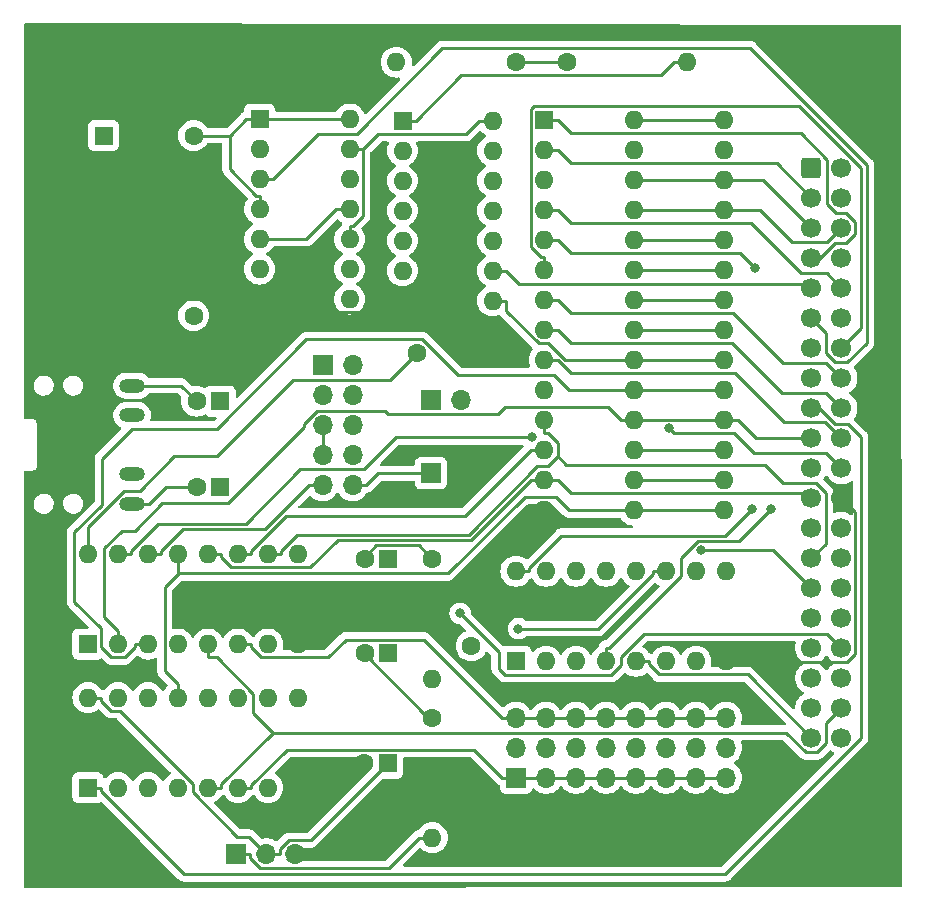
<source format=gbr>
%TF.GenerationSoftware,KiCad,Pcbnew,(7.0.0)*%
%TF.CreationDate,2023-03-05T15:20:25+10:30*%
%TF.ProjectId,SoundRAM,536f756e-6452-4414-9d2e-6b696361645f,rev?*%
%TF.SameCoordinates,Original*%
%TF.FileFunction,Copper,L1,Top*%
%TF.FilePolarity,Positive*%
%FSLAX46Y46*%
G04 Gerber Fmt 4.6, Leading zero omitted, Abs format (unit mm)*
G04 Created by KiCad (PCBNEW (7.0.0)) date 2023-03-05 15:20:25*
%MOMM*%
%LPD*%
G01*
G04 APERTURE LIST*
G04 Aperture macros list*
%AMRoundRect*
0 Rectangle with rounded corners*
0 $1 Rounding radius*
0 $2 $3 $4 $5 $6 $7 $8 $9 X,Y pos of 4 corners*
0 Add a 4 corners polygon primitive as box body*
4,1,4,$2,$3,$4,$5,$6,$7,$8,$9,$2,$3,0*
0 Add four circle primitives for the rounded corners*
1,1,$1+$1,$2,$3*
1,1,$1+$1,$4,$5*
1,1,$1+$1,$6,$7*
1,1,$1+$1,$8,$9*
0 Add four rect primitives between the rounded corners*
20,1,$1+$1,$2,$3,$4,$5,0*
20,1,$1+$1,$4,$5,$6,$7,0*
20,1,$1+$1,$6,$7,$8,$9,0*
20,1,$1+$1,$8,$9,$2,$3,0*%
G04 Aperture macros list end*
%TA.AperFunction,ComponentPad*%
%ADD10R,1.600000X1.600000*%
%TD*%
%TA.AperFunction,ComponentPad*%
%ADD11C,1.600000*%
%TD*%
%TA.AperFunction,ComponentPad*%
%ADD12O,1.600000X1.600000*%
%TD*%
%TA.AperFunction,ComponentPad*%
%ADD13R,1.700000X1.700000*%
%TD*%
%TA.AperFunction,ComponentPad*%
%ADD14O,1.700000X1.700000*%
%TD*%
%TA.AperFunction,ComponentPad*%
%ADD15C,4.400000*%
%TD*%
%TA.AperFunction,ComponentPad*%
%ADD16RoundRect,0.250000X-0.600000X-0.600000X0.600000X-0.600000X0.600000X0.600000X-0.600000X0.600000X0*%
%TD*%
%TA.AperFunction,ComponentPad*%
%ADD17C,1.700000*%
%TD*%
%TA.AperFunction,ComponentPad*%
%ADD18O,2.200000X1.200000*%
%TD*%
%TA.AperFunction,ComponentPad*%
%ADD19O,1.200000X2.200000*%
%TD*%
%TA.AperFunction,ViaPad*%
%ADD20C,0.800000*%
%TD*%
%TA.AperFunction,Conductor*%
%ADD21C,0.250000*%
%TD*%
G04 APERTURE END LIST*
D10*
%TO.P,C5,1*%
%TO.N,Net-(C5-Pad1)*%
X144084099Y-103123999D03*
D11*
%TO.P,C5,2*%
%TO.N,Net-(C5-Pad2)*%
X142084100Y-103124000D03*
%TD*%
D10*
%TO.P,C6,1*%
%TO.N,Net-(C1-Pad1)*%
X129860099Y-81787999D03*
D11*
%TO.P,C6,2*%
%TO.N,Net-(C6-Pad2)*%
X127860100Y-81788000D03*
%TD*%
D10*
%TO.P,U5,1,D2*%
%TO.N,/D5*%
X118658999Y-102352599D03*
D12*
%TO.P,U5,2,D1*%
%TO.N,/D6*%
X121198999Y-102352599D03*
%TO.P,U5,3,D0*%
%TO.N,/D7*%
X123738999Y-102352599D03*
%TO.P,U5,4,READY*%
%TO.N,Net-(U1-Pad2)*%
X126278999Y-102352599D03*
%TO.P,U5,5,~{WE}*%
%TO.N,/~{WR}*%
X128818999Y-102352599D03*
%TO.P,U5,6,~{CE}*%
%TO.N,Net-(J2-Pad12)*%
X131358999Y-102352599D03*
%TO.P,U5,7,AUDIO*%
%TO.N,Net-(C1-Pad1)*%
X133898999Y-102352599D03*
%TO.P,U5,8,GND*%
%TO.N,GND*%
X136438999Y-102352599D03*
%TO.P,U5,9,NC*%
%TO.N,unconnected-(U5-Pad9)*%
X136438999Y-94732599D03*
%TO.P,U5,10,D7*%
%TO.N,/D0*%
X133898999Y-94732599D03*
%TO.P,U5,11,D6*%
%TO.N,/D1*%
X131358999Y-94732599D03*
%TO.P,U5,12,D5*%
%TO.N,/D2*%
X128818999Y-94732599D03*
%TO.P,U5,13,D4*%
%TO.N,/D3*%
X126278999Y-94732599D03*
%TO.P,U5,14,CLK*%
%TO.N,Net-(J4-Pad1)*%
X123738999Y-94732599D03*
%TO.P,U5,15,D3*%
%TO.N,/D4*%
X121198999Y-94732599D03*
%TO.P,U5,16,VCC*%
%TO.N,+5V*%
X118658999Y-94732599D03*
%TD*%
D10*
%TO.P,U2,1,A0*%
%TO.N,/A3*%
X154899999Y-103799999D03*
D12*
%TO.P,U2,2,A1*%
%TO.N,/A4*%
X157439999Y-103799999D03*
%TO.P,U2,3,A2*%
%TO.N,/A5*%
X159979999Y-103799999D03*
%TO.P,U2,4,E1*%
%TO.N,/A7*%
X162519999Y-103799999D03*
%TO.P,U2,5,E2*%
%TO.N,/~{IORQ}*%
X165059999Y-103799999D03*
%TO.P,U2,6,E3*%
%TO.N,/A6*%
X167599999Y-103799999D03*
%TO.P,U2,7,O7*%
%TO.N,Net-(J2-Pad23)*%
X170139999Y-103799999D03*
%TO.P,U2,8,GND*%
%TO.N,GND*%
X172679999Y-103799999D03*
%TO.P,U2,9,O6*%
%TO.N,Net-(J2-Pad20)*%
X172679999Y-96179999D03*
%TO.P,U2,10,O5*%
%TO.N,Net-(J2-Pad17)*%
X170139999Y-96179999D03*
%TO.P,U2,11,O4*%
%TO.N,Net-(J2-Pad14)*%
X167599999Y-96179999D03*
%TO.P,U2,12,O3*%
%TO.N,Net-(J2-Pad11)*%
X165059999Y-96179999D03*
%TO.P,U2,13,O2*%
%TO.N,Net-(J2-Pad8)*%
X162519999Y-96179999D03*
%TO.P,U2,14,O1*%
%TO.N,Net-(J2-Pad5)*%
X159979999Y-96179999D03*
%TO.P,U2,15,O0*%
%TO.N,Net-(J2-Pad2)*%
X157439999Y-96179999D03*
%TO.P,U2,16,VCC*%
%TO.N,+5V*%
X154899999Y-96179999D03*
%TD*%
D11*
%TO.P,C4,1*%
%TO.N,+5V*%
X146530000Y-77720000D03*
%TO.P,C4,2*%
%TO.N,GND*%
X151530000Y-77720000D03*
%TD*%
D13*
%TO.P,J2,1,Pin_1*%
%TO.N,Net-(J2-Pad1)*%
X154919999Y-113679999D03*
D14*
%TO.P,J2,2,Pin_2*%
%TO.N,Net-(J2-Pad2)*%
X154919999Y-111139999D03*
%TO.P,J2,3,Pin_3*%
%TO.N,Net-(J2-Pad12)*%
X154919999Y-108599999D03*
%TO.P,J2,4,Pin_4*%
%TO.N,Net-(J2-Pad1)*%
X157459999Y-113679999D03*
%TO.P,J2,5,Pin_5*%
%TO.N,Net-(J2-Pad5)*%
X157459999Y-111139999D03*
%TO.P,J2,6,Pin_6*%
%TO.N,Net-(J2-Pad12)*%
X157459999Y-108599999D03*
%TO.P,J2,7,PIN_7*%
%TO.N,Net-(J2-Pad1)*%
X159999999Y-113679999D03*
%TO.P,J2,8,PIN_8*%
%TO.N,Net-(J2-Pad8)*%
X159999999Y-111139999D03*
%TO.P,J2,9,PIN_9*%
%TO.N,Net-(J2-Pad12)*%
X159999999Y-108599999D03*
%TO.P,J2,10,PIN_10*%
%TO.N,Net-(J2-Pad1)*%
X162539999Y-113679999D03*
%TO.P,J2,11,PIN_11*%
%TO.N,Net-(J2-Pad11)*%
X162539999Y-111139999D03*
%TO.P,J2,12,PIN_12*%
%TO.N,Net-(J2-Pad12)*%
X162539999Y-108599999D03*
%TO.P,J2,13,PIN_13*%
%TO.N,Net-(J2-Pad1)*%
X165079999Y-113679999D03*
%TO.P,J2,14,PIN_14*%
%TO.N,Net-(J2-Pad14)*%
X165079999Y-111139999D03*
%TO.P,J2,15,PIN_15*%
%TO.N,Net-(J2-Pad12)*%
X165079999Y-108599999D03*
%TO.P,J2,16,PIN_16*%
%TO.N,Net-(J2-Pad1)*%
X167619999Y-113679999D03*
%TO.P,J2,17,PIN_17*%
%TO.N,Net-(J2-Pad17)*%
X167619999Y-111139999D03*
%TO.P,J2,18,PIN_18*%
%TO.N,Net-(J2-Pad12)*%
X167619999Y-108599999D03*
%TO.P,J2,19,PIN_19*%
%TO.N,Net-(J2-Pad1)*%
X170159999Y-113679999D03*
%TO.P,J2,20,PIN_20*%
%TO.N,Net-(J2-Pad20)*%
X170159999Y-111139999D03*
%TO.P,J2,21,PIN_21*%
%TO.N,Net-(J2-Pad12)*%
X170159999Y-108599999D03*
%TO.P,J2,22,PIN_22*%
%TO.N,Net-(J2-Pad1)*%
X172699999Y-113679999D03*
%TO.P,J2,23,PIN_23*%
%TO.N,Net-(J2-Pad23)*%
X172699999Y-111139999D03*
%TO.P,J2,24,PIN_24*%
%TO.N,Net-(J2-Pad12)*%
X172699999Y-108599999D03*
%TD*%
D10*
%TO.P,C1,1*%
%TO.N,Net-(C1-Pad1)*%
X144084099Y-95122999D03*
D11*
%TO.P,C1,2*%
%TO.N,Net-(C1-Pad2)*%
X142084100Y-95123000D03*
%TD*%
D15*
%TO.P,H4,1,1*%
%TO.N,GND*%
X184023000Y-119507000D03*
%TD*%
D13*
%TO.P,J3,1,Pin_1*%
%TO.N,Net-(J3-Pad1)*%
X147700999Y-81660999D03*
D14*
%TO.P,J3,2,Pin_2*%
%TO.N,/~{WAIT}*%
X150240999Y-81660999D03*
%TD*%
D10*
%TO.P,X1,1,NC*%
%TO.N,unconnected-(X1-Pad1)*%
X119999999Y-59299999D03*
D11*
%TO.P,X1,7,GND*%
%TO.N,GND*%
X120000000Y-74540000D03*
%TO.P,X1,8,OUT*%
%TO.N,Net-(J4-Pad8)*%
X127620000Y-74540000D03*
%TO.P,X1,14,Vcc*%
%TO.N,+5V*%
X127620000Y-59300000D03*
%TD*%
D16*
%TO.P,J1,1,Pin_1*%
%TO.N,/A11*%
X179915400Y-62052800D03*
D17*
%TO.P,J1,2,Pin_2*%
%TO.N,/A12*%
X179915400Y-64592800D03*
%TO.P,J1,3,Pin_3*%
%TO.N,/A13*%
X179915400Y-67132800D03*
%TO.P,J1,4,Pin_4*%
%TO.N,/A14*%
X179915400Y-69672800D03*
%TO.P,J1,5,Pin_5*%
%TO.N,/A15*%
X179915400Y-72212800D03*
%TO.P,J1,6,Pin_6*%
%TO.N,/CLK*%
X179915400Y-74752800D03*
%TO.P,J1,7,Pin_7*%
%TO.N,/D4*%
X179915400Y-77292800D03*
%TO.P,J1,8,Pin_8*%
%TO.N,/D3*%
X179915400Y-79832800D03*
%TO.P,J1,9,Pin_9*%
%TO.N,/D5*%
X179915400Y-82372800D03*
%TO.P,J1,10,Pin_10*%
%TO.N,/D6*%
X179915400Y-84912800D03*
%TO.P,J1,11,Pin_11*%
%TO.N,+5V*%
X179915400Y-87452800D03*
%TO.P,J1,12,Pin_12*%
%TO.N,/D2*%
X179915400Y-89992800D03*
%TO.P,J1,13,Pin_13*%
%TO.N,/D7*%
X179915400Y-92532800D03*
%TO.P,J1,14,Pin_14*%
%TO.N,/D0*%
X179915400Y-95072800D03*
%TO.P,J1,15,Pin_15*%
%TO.N,/D1*%
X179915400Y-97612800D03*
%TO.P,J1,16,Pin_16*%
%TO.N,unconnected-(J1-Pad16)*%
X179915400Y-100152800D03*
%TO.P,J1,17,Pin_17*%
%TO.N,unconnected-(J1-Pad17)*%
X179915400Y-102692800D03*
%TO.P,J1,18,Pin_18*%
%TO.N,unconnected-(J1-Pad18)*%
X179915400Y-105232800D03*
%TO.P,J1,19,Pin_19*%
%TO.N,/~{MREQ}*%
X179915400Y-107772800D03*
%TO.P,J1,20,Pin_20*%
%TO.N,/~{IORQ}*%
X179915400Y-110312800D03*
%TO.P,J1,21,Pin_21*%
%TO.N,/~{RD}*%
X182455400Y-110312800D03*
%TO.P,J1,22,Pin_22*%
%TO.N,/~{WR}*%
X182455400Y-107772800D03*
%TO.P,J1,23,Pin_23*%
%TO.N,unconnected-(J1-Pad23)*%
X182455400Y-105232800D03*
%TO.P,J1,24,Pin_24*%
%TO.N,/~{WAIT}*%
X182455400Y-102692800D03*
%TO.P,J1,25,Pin_25*%
%TO.N,unconnected-(J1-Pad25)*%
X182455400Y-100152800D03*
%TO.P,J1,26,Pin_26*%
%TO.N,unconnected-(J1-Pad26)*%
X182455400Y-97612800D03*
%TO.P,J1,27,Pin_27*%
%TO.N,unconnected-(J1-Pad27)*%
X182455400Y-95072800D03*
%TO.P,J1,28,Pin_28*%
%TO.N,unconnected-(J1-Pad28)*%
X182455400Y-92532800D03*
%TO.P,J1,29,Pin_29*%
%TO.N,GND*%
X182455400Y-89992800D03*
%TO.P,J1,30,Pin_30*%
%TO.N,/A0*%
X182455400Y-87452800D03*
%TO.P,J1,31,Pin_31*%
%TO.N,/A1*%
X182455400Y-84912800D03*
%TO.P,J1,32,Pin_32*%
%TO.N,/A2*%
X182455400Y-82372800D03*
%TO.P,J1,33,Pin_33*%
%TO.N,/A3*%
X182455400Y-79832800D03*
%TO.P,J1,34,Pin_34*%
%TO.N,/A4*%
X182455400Y-77292800D03*
%TO.P,J1,35,Pin_35*%
%TO.N,/A5*%
X182455400Y-74752800D03*
%TO.P,J1,36,Pin_36*%
%TO.N,/A6*%
X182455400Y-72212800D03*
%TO.P,J1,37,Pin_37*%
%TO.N,/A7*%
X182455400Y-69672800D03*
%TO.P,J1,38,Pin_38*%
%TO.N,/A8*%
X182455400Y-67132800D03*
%TO.P,J1,39,Pin_39*%
%TO.N,/A9*%
X182455400Y-64592800D03*
%TO.P,J1,40,Pin_40*%
%TO.N,/A10*%
X182455400Y-62052800D03*
%TD*%
D15*
%TO.P,H2,1,1*%
%TO.N,GND*%
X116967000Y-53340000D03*
%TD*%
D10*
%TO.P,U3,1,A14*%
%TO.N,/A14*%
X157299999Y-57992199D03*
D12*
%TO.P,U3,2,A12*%
%TO.N,/A12*%
X157299999Y-60532199D03*
%TO.P,U3,3,A7*%
%TO.N,/A7*%
X157299999Y-63072199D03*
%TO.P,U3,4,A6*%
%TO.N,/A6*%
X157299999Y-65612199D03*
%TO.P,U3,5,A5*%
%TO.N,/A5*%
X157299999Y-68152199D03*
%TO.P,U3,6,A4*%
%TO.N,/A4*%
X157299999Y-70692199D03*
%TO.P,U3,7,A3*%
%TO.N,/A3*%
X157299999Y-73232199D03*
%TO.P,U3,8,A2*%
%TO.N,/A2*%
X157299999Y-75772199D03*
%TO.P,U3,9,A1*%
%TO.N,/A1*%
X157299999Y-78312199D03*
%TO.P,U3,10,A0*%
%TO.N,/A0*%
X157299999Y-80852199D03*
%TO.P,U3,11,Q0*%
%TO.N,/D0*%
X157299999Y-83392199D03*
%TO.P,U3,12,Q1*%
%TO.N,/D1*%
X157299999Y-85932199D03*
%TO.P,U3,13,Q2*%
%TO.N,/D2*%
X157299999Y-88472199D03*
%TO.P,U3,14,GND*%
%TO.N,GND*%
X157299999Y-91012199D03*
%TO.P,U3,15,Q3*%
%TO.N,/D3*%
X172536199Y-90995999D03*
X164919999Y-91012199D03*
%TO.P,U3,16,Q4*%
%TO.N,/D4*%
X172536199Y-88455999D03*
X164919999Y-88472199D03*
%TO.P,U3,17,Q5*%
%TO.N,/D5*%
X164919999Y-85932199D03*
X172536199Y-85915999D03*
%TO.P,U3,18,Q6*%
%TO.N,/D6*%
X164919999Y-83392199D03*
X172536199Y-83375999D03*
%TO.P,U3,19,Q7*%
%TO.N,/D7*%
X164919999Y-80852199D03*
X172536199Y-80835999D03*
%TO.P,U3,20,~{CS}*%
%TO.N,Net-(U1-Pad8)*%
X164919999Y-78312199D03*
X172536199Y-78295999D03*
%TO.P,U3,21,A10*%
%TO.N,/A10*%
X164919999Y-75772199D03*
X172536199Y-75755999D03*
%TO.P,U3,22,~{OE}*%
%TO.N,/~{RD}*%
X172536199Y-73215999D03*
X164919999Y-73232199D03*
%TO.P,U3,23,A11*%
%TO.N,/A11*%
X164919999Y-70692199D03*
X172536199Y-70675999D03*
%TO.P,U3,24,A9*%
%TO.N,/A9*%
X164919999Y-68152199D03*
X172536199Y-68135999D03*
%TO.P,U3,25,A8*%
%TO.N,/A8*%
X172536199Y-65595999D03*
X164919999Y-65612199D03*
%TO.P,U3,26,A13*%
%TO.N,/A13*%
X172536199Y-63055999D03*
X164919999Y-63072199D03*
%TO.P,U3,27,~{WE}*%
%TO.N,/~{WR}*%
X172536199Y-60515999D03*
X164919999Y-60532199D03*
%TO.P,U3,28,VCC*%
%TO.N,+5V*%
X172536199Y-57975999D03*
X164919999Y-57992199D03*
%TD*%
D10*
%TO.P,C2,1*%
%TO.N,+5V*%
X144031599Y-112452599D03*
D11*
%TO.P,C2,2*%
%TO.N,GND*%
X142031600Y-112452600D03*
%TD*%
D15*
%TO.P,H3,1,1*%
%TO.N,GND*%
X183896000Y-53467000D03*
%TD*%
D10*
%TO.P,U4,1,D2*%
%TO.N,/D5*%
X118658999Y-114499999D03*
D12*
%TO.P,U4,2,D1*%
%TO.N,/D6*%
X121198999Y-114499999D03*
%TO.P,U4,3,D0*%
%TO.N,/D7*%
X123738999Y-114499999D03*
%TO.P,U4,4,READY*%
%TO.N,Net-(U1-Pad1)*%
X126278999Y-114499999D03*
%TO.P,U4,5,~{WE}*%
%TO.N,/~{WR}*%
X128818999Y-114499999D03*
%TO.P,U4,6,~{CE}*%
%TO.N,Net-(J2-Pad1)*%
X131358999Y-114499999D03*
%TO.P,U4,7,AUDIO*%
%TO.N,Net-(C5-Pad1)*%
X133898999Y-114499999D03*
%TO.P,U4,8,GND*%
%TO.N,GND*%
X136438999Y-114499999D03*
%TO.P,U4,9,NC*%
%TO.N,unconnected-(U4-Pad9)*%
X136438999Y-106879999D03*
%TO.P,U4,10,D7*%
%TO.N,/D0*%
X133898999Y-106879999D03*
%TO.P,U4,11,D6*%
%TO.N,/D1*%
X131358999Y-106879999D03*
%TO.P,U4,12,D5*%
%TO.N,/D2*%
X128818999Y-106879999D03*
%TO.P,U4,13,D4*%
%TO.N,/D3*%
X126278999Y-106879999D03*
%TO.P,U4,14,CLK*%
%TO.N,Net-(J4-Pad1)*%
X123738999Y-106879999D03*
%TO.P,U4,15,D3*%
%TO.N,/D4*%
X121198999Y-106879999D03*
%TO.P,U4,16,VCC*%
%TO.N,+5V*%
X118658999Y-106879999D03*
%TD*%
D10*
%TO.P,U6,1,~{R}*%
%TO.N,+5V*%
X133199999Y-57899999D03*
D12*
%TO.P,U6,2,D*%
%TO.N,Net-(U6-Pad2)*%
X133199999Y-60439999D03*
%TO.P,U6,3,C*%
%TO.N,/CLK*%
X133199999Y-62979999D03*
%TO.P,U6,4,~{S}*%
%TO.N,+5V*%
X133199999Y-65519999D03*
%TO.P,U6,5,Q*%
%TO.N,Net-(J4-Pad4)*%
X133199999Y-68059999D03*
%TO.P,U6,6,~{Q}*%
%TO.N,Net-(U6-Pad2)*%
X133199999Y-70599999D03*
%TO.P,U6,7,GND*%
%TO.N,GND*%
X133199999Y-73139999D03*
%TO.P,U6,8,~{Q}*%
%TO.N,Net-(U6-Pad12)*%
X140819999Y-73139999D03*
%TO.P,U6,9,Q*%
%TO.N,Net-(J4-Pad6)*%
X140819999Y-70599999D03*
%TO.P,U6,10,~{S}*%
%TO.N,+5V*%
X140819999Y-68059999D03*
%TO.P,U6,11,C*%
%TO.N,Net-(J4-Pad4)*%
X140819999Y-65519999D03*
%TO.P,U6,12,D*%
%TO.N,Net-(U6-Pad12)*%
X140819999Y-62979999D03*
%TO.P,U6,13,~{R}*%
%TO.N,+5V*%
X140819999Y-60439999D03*
%TO.P,U6,14,VCC*%
X140819999Y-57899999D03*
%TD*%
D13*
%TO.P,J6,1,Pin_1*%
%TO.N,Net-(J6-Pad1)*%
X131230999Y-120141999D03*
D14*
%TO.P,J6,2,Pin_2*%
%TO.N,+5V*%
X133770999Y-120141999D03*
%TO.P,J6,3,Pin_3*%
%TO.N,GND*%
X136230999Y-120141999D03*
%TD*%
D18*
%TO.P,J7,R*%
%TO.N,Net-(C6-Pad2)*%
X122409999Y-80470999D03*
%TO.P,J7,RN*%
%TO.N,N/C*%
X122409999Y-82970999D03*
D19*
%TO.P,J7,S*%
%TO.N,GND*%
X117409999Y-85470999D03*
D18*
%TO.P,J7,T*%
%TO.N,Net-(C7-Pad2)*%
X122409999Y-90470999D03*
%TO.P,J7,TN*%
%TO.N,N/C*%
X122409999Y-87970999D03*
%TD*%
D11*
%TO.P,R3,1*%
%TO.N,Net-(C1-Pad2)*%
X147828000Y-95123000D03*
D12*
%TO.P,R3,2*%
%TO.N,Net-(J6-Pad1)*%
X147827999Y-105282999D03*
%TD*%
D10*
%TO.P,U1,1*%
%TO.N,Net-(U1-Pad1)*%
X145299999Y-58042999D03*
D12*
%TO.P,U1,2*%
%TO.N,Net-(U1-Pad2)*%
X145299999Y-60582999D03*
%TO.P,U1,3*%
%TO.N,Net-(U1-Pad3)*%
X145299999Y-63122999D03*
%TO.P,U1,4*%
X145299999Y-65662999D03*
%TO.P,U1,5*%
X145299999Y-68202999D03*
%TO.P,U1,6*%
%TO.N,Net-(J3-Pad1)*%
X145299999Y-70742999D03*
%TO.P,U1,7,GND*%
%TO.N,GND*%
X145299999Y-73282999D03*
%TO.P,U1,8*%
%TO.N,Net-(U1-Pad8)*%
X152919999Y-73282999D03*
%TO.P,U1,9*%
%TO.N,/A15*%
X152919999Y-70742999D03*
%TO.P,U1,10*%
%TO.N,Net-(U1-Pad10)*%
X152919999Y-68202999D03*
%TO.P,U1,11*%
X152919999Y-65662999D03*
%TO.P,U1,12*%
%TO.N,/~{MREQ}*%
X152919999Y-63122999D03*
%TO.P,U1,13*%
X152919999Y-60582999D03*
%TO.P,U1,14,VCC*%
%TO.N,+5V*%
X152919999Y-58042999D03*
%TD*%
D11*
%TO.P,R4,1*%
%TO.N,Net-(C5-Pad2)*%
X147828000Y-108585000D03*
D12*
%TO.P,R4,2*%
%TO.N,Net-(J6-Pad1)*%
X147827999Y-118744999D03*
%TD*%
D11*
%TO.P,R1,1*%
%TO.N,+5V*%
X159258000Y-53086000D03*
D12*
%TO.P,R1,2*%
%TO.N,Net-(U1-Pad1)*%
X169417999Y-53085999D03*
%TD*%
D13*
%TO.P,J5,1,Pin_1*%
%TO.N,Net-(J4-Pad10)*%
X147700999Y-87883999D03*
D14*
%TO.P,J5,2,Pin_2*%
%TO.N,GND*%
X150240999Y-87883999D03*
%TD*%
D13*
%TO.P,J4,1,Pin_1*%
%TO.N,Net-(J4-Pad1)*%
X138533999Y-78739999D03*
D14*
%TO.P,J4,2,Pin_2*%
%TO.N,/CLK*%
X141073999Y-78739999D03*
%TO.P,J4,3,Pin_3*%
%TO.N,Net-(J4-Pad1)*%
X138533999Y-81279999D03*
%TO.P,J4,4,Pin_4*%
%TO.N,Net-(J4-Pad4)*%
X141073999Y-81279999D03*
%TO.P,J4,5,Pin_5*%
%TO.N,Net-(J4-Pad1)*%
X138533999Y-83819999D03*
%TO.P,J4,6,Pin_6*%
%TO.N,Net-(J4-Pad6)*%
X141073999Y-83819999D03*
%TO.P,J4,7,Pin_7*%
%TO.N,Net-(J4-Pad1)*%
X138533999Y-86359999D03*
%TO.P,J4,8,Pin_8*%
%TO.N,Net-(J4-Pad8)*%
X141073999Y-86359999D03*
%TO.P,J4,9,Pin_9*%
%TO.N,Net-(J4-Pad1)*%
X138533999Y-88899999D03*
%TO.P,J4,10,Pin_10*%
%TO.N,Net-(J4-Pad10)*%
X141073999Y-88899999D03*
%TD*%
D11*
%TO.P,R2,1*%
%TO.N,+5V*%
X154940000Y-53086000D03*
D12*
%TO.P,R2,2*%
%TO.N,Net-(U1-Pad2)*%
X144779999Y-53085999D03*
%TD*%
D10*
%TO.P,C7,1*%
%TO.N,Net-(C5-Pad1)*%
X129860099Y-89026999D03*
D11*
%TO.P,C7,2*%
%TO.N,Net-(C7-Pad2)*%
X127860100Y-89027000D03*
%TD*%
D15*
%TO.P,H1,1,1*%
%TO.N,GND*%
X116713000Y-119507000D03*
%TD*%
D11*
%TO.P,C3,1*%
%TO.N,+5V*%
X151130000Y-102500000D03*
%TO.P,C3,2*%
%TO.N,GND*%
X151130000Y-97500000D03*
%TD*%
D20*
%TO.N,+5V*%
X174898900Y-90897600D03*
%TO.N,/D4*%
X156264600Y-84852700D03*
%TO.N,/D1*%
X170601400Y-94396900D03*
%TO.N,/A0*%
X167892400Y-84085400D03*
%TO.N,/A5*%
X175120200Y-70537600D03*
%TO.N,/A7*%
X176461500Y-90938400D03*
%TO.N,/~{WAIT}*%
X150175300Y-99755500D03*
%TO.N,Net-(J2-Pad14)*%
X155109300Y-101051600D03*
%TD*%
D21*
%TO.N,+5V*%
X144031600Y-112452600D02*
X137517500Y-118966700D01*
X172601500Y-93195000D02*
X174898900Y-90897600D01*
X118659000Y-94732600D02*
X118659000Y-92407500D01*
X130674700Y-59300000D02*
X132074700Y-57900000D01*
X127620000Y-59300000D02*
X130674700Y-59300000D01*
X135680800Y-118966700D02*
X134946300Y-119701200D01*
X172536200Y-57976000D02*
X171410900Y-57976000D01*
X118659000Y-106880000D02*
X119784300Y-106880000D01*
X143217000Y-59168300D02*
X141945300Y-60440000D01*
X152920000Y-58043000D02*
X151794700Y-58043000D01*
X132918700Y-64394700D02*
X133200000Y-64394700D01*
X130674700Y-59300000D02*
X130674700Y-62150700D01*
X129595000Y-86438600D02*
X136023600Y-80010000D01*
X133771000Y-120142000D02*
X134946300Y-120142000D01*
X171394700Y-57992200D02*
X171410900Y-57976000D01*
X121686200Y-89380300D02*
X123031700Y-89380300D01*
X131327800Y-118677800D02*
X132306800Y-118677800D01*
X133200000Y-57900000D02*
X132074700Y-57900000D01*
X156025300Y-95898700D02*
X158729000Y-93195000D01*
X134946300Y-119701200D02*
X134946300Y-120142000D01*
X140820000Y-68060000D02*
X140820000Y-66934700D01*
X132306800Y-118677800D02*
X133771000Y-120142000D01*
X125973400Y-86438600D02*
X129595000Y-86438600D01*
X119784300Y-106880000D02*
X119784300Y-107161400D01*
X140820000Y-57900000D02*
X133200000Y-57900000D01*
X127549000Y-114172500D02*
X127549000Y-114899000D01*
X150669400Y-59168300D02*
X143217000Y-59168300D01*
X137517500Y-118966700D02*
X135680800Y-118966700D01*
X159258000Y-53086000D02*
X154940000Y-53086000D01*
X118659000Y-92407500D02*
X121686200Y-89380300D01*
X158729000Y-93195000D02*
X172601500Y-93195000D01*
X133200000Y-65520000D02*
X133200000Y-64394700D01*
X140820000Y-60440000D02*
X141945300Y-60440000D01*
X164920000Y-57992200D02*
X171394700Y-57992200D01*
X119784300Y-107161400D02*
X120628200Y-108005300D01*
X141945300Y-66090700D02*
X141101300Y-66934700D01*
X141101300Y-66934700D02*
X140820000Y-66934700D01*
X136023600Y-80010000D02*
X144240000Y-80010000D01*
X156025300Y-96180000D02*
X156025300Y-95898700D01*
X130674700Y-62150700D02*
X132918700Y-64394700D01*
X151794700Y-58043000D02*
X150669400Y-59168300D01*
X120628200Y-108005300D02*
X121381800Y-108005300D01*
X141945300Y-60440000D02*
X141945300Y-66090700D01*
X121381800Y-108005300D02*
X127549000Y-114172500D01*
X154900000Y-96180000D02*
X156025300Y-96180000D01*
X127549000Y-114899000D02*
X131327800Y-118677800D01*
X144240000Y-80010000D02*
X146530000Y-77720000D01*
X123031700Y-89380300D02*
X125973400Y-86438600D01*
%TO.N,GND*%
X147093000Y-73283000D02*
X145300000Y-73283000D01*
X143192400Y-74265300D02*
X135450600Y-74265300D01*
X135450600Y-74265300D02*
X134325300Y-73140000D01*
X173805300Y-103800000D02*
X173886700Y-103881400D01*
X172680000Y-103800000D02*
X173805300Y-103800000D01*
X182953700Y-103881400D02*
X183649600Y-103185500D01*
X151130000Y-97500000D02*
X151130000Y-96056900D01*
X137564300Y-102352600D02*
X142416900Y-97500000D01*
X136439000Y-102352600D02*
X137564300Y-102352600D01*
X183649600Y-91187000D02*
X182455400Y-89992800D01*
X133200000Y-73140000D02*
X134325300Y-73140000D01*
X144174700Y-73283000D02*
X143192400Y-74265300D01*
X183649600Y-103185500D02*
X183649600Y-91187000D01*
X142416900Y-97500000D02*
X151130000Y-97500000D01*
X157300000Y-91012200D02*
X156174700Y-91012200D01*
X173886700Y-103881400D02*
X182953700Y-103881400D01*
X121400000Y-73140000D02*
X116967000Y-68707000D01*
X145300000Y-73283000D02*
X144174700Y-73283000D01*
X151530000Y-77720000D02*
X147093000Y-73283000D01*
X121400000Y-73140000D02*
X120000000Y-74540000D01*
X133200000Y-73140000D02*
X121400000Y-73140000D01*
X116967000Y-68707000D02*
X116967000Y-53340000D01*
X151130000Y-96056900D02*
X156174700Y-91012200D01*
%TO.N,/A11*%
X172536200Y-70676000D02*
X166061500Y-70676000D01*
X164920000Y-70692200D02*
X166045300Y-70692200D01*
X166061500Y-70676000D02*
X166045300Y-70692200D01*
%TO.N,/A12*%
X158425300Y-60532200D02*
X159550600Y-61657500D01*
X176980100Y-61657500D02*
X179915400Y-64592800D01*
X159550600Y-61657500D02*
X176980100Y-61657500D01*
X157300000Y-60532200D02*
X158425300Y-60532200D01*
%TO.N,/A13*%
X164920000Y-63072200D02*
X171394700Y-63072200D01*
X175838600Y-63056000D02*
X179915400Y-67132800D01*
X171394700Y-63072200D02*
X171410900Y-63056000D01*
X172536200Y-63056000D02*
X175838600Y-63056000D01*
X172536200Y-63056000D02*
X171410900Y-63056000D01*
%TO.N,/A14*%
X181942700Y-68402800D02*
X180672700Y-69672800D01*
X182024400Y-65862800D02*
X182855500Y-65862800D01*
X157300000Y-57992200D02*
X158425300Y-57992200D01*
X183639100Y-66646400D02*
X183639100Y-67632600D01*
X158425300Y-57992200D02*
X159550600Y-59117500D01*
X181280000Y-61382600D02*
X181280000Y-65118400D01*
X179014900Y-59117500D02*
X181280000Y-61382600D01*
X183639100Y-67632600D02*
X182868900Y-68402800D01*
X159550600Y-59117500D02*
X179014900Y-59117500D01*
X181280000Y-65118400D02*
X182024400Y-65862800D01*
X182855500Y-65862800D02*
X183639100Y-66646400D01*
X182868900Y-68402800D02*
X181942700Y-68402800D01*
X180672700Y-69672800D02*
X179915400Y-69672800D01*
%TO.N,/A15*%
X179570900Y-71868300D02*
X179915400Y-72212800D01*
X154045300Y-70743000D02*
X155170600Y-71868300D01*
X152920000Y-70743000D02*
X154045300Y-70743000D01*
X155170600Y-71868300D02*
X179570900Y-71868300D01*
%TO.N,/CLK*%
X148678000Y-51907000D02*
X174697900Y-51907000D01*
X134325300Y-62980000D02*
X138136800Y-59168500D01*
X174697900Y-51907000D02*
X184593900Y-61803000D01*
X182972300Y-78468200D02*
X181929800Y-78468200D01*
X181185400Y-76022800D02*
X179915400Y-74752800D01*
X181929800Y-78468200D02*
X181185400Y-77723800D01*
X181185400Y-77723800D02*
X181185400Y-76022800D01*
X141416500Y-59168500D02*
X148678000Y-51907000D01*
X184593900Y-76846600D02*
X182972300Y-78468200D01*
X133200000Y-62980000D02*
X134325300Y-62980000D01*
X138136800Y-59168500D02*
X141416500Y-59168500D01*
X184593900Y-61803000D02*
X184593900Y-76846600D01*
%TO.N,/D4*%
X164920000Y-88472200D02*
X166045300Y-88472200D01*
X122324300Y-94487100D02*
X124636400Y-92175000D01*
X166045300Y-88472200D02*
X166061500Y-88456000D01*
X132010100Y-92175000D02*
X136613400Y-87571700D01*
X121199000Y-94732600D02*
X122324300Y-94732600D01*
X142007300Y-87571700D02*
X144726300Y-84852700D01*
X144726300Y-84852700D02*
X156264600Y-84852700D01*
X124636400Y-92175000D02*
X132010100Y-92175000D01*
X166061500Y-88456000D02*
X172536200Y-88456000D01*
X122324300Y-94732600D02*
X122324300Y-94487100D01*
X136613400Y-87571700D02*
X142007300Y-87571700D01*
%TO.N,/D3*%
X159389700Y-91012200D02*
X164920000Y-91012200D01*
X171410900Y-90996000D02*
X166061500Y-90996000D01*
X126279000Y-95857900D02*
X126279000Y-96311800D01*
X172536200Y-90996000D02*
X171410900Y-90996000D01*
X126279000Y-94732600D02*
X126279000Y-95857900D01*
X166061500Y-90996000D02*
X166045300Y-91012200D01*
X165482700Y-91012200D02*
X166045300Y-91012200D01*
X155637400Y-89875900D02*
X158253400Y-89875900D01*
X126341100Y-96373900D02*
X125153700Y-97561300D01*
X158253400Y-89875900D02*
X159389700Y-91012200D01*
X126279000Y-96311800D02*
X126341100Y-96373900D01*
X126341100Y-96373900D02*
X149139400Y-96373900D01*
X165482700Y-91012200D02*
X164920000Y-91012200D01*
X149139400Y-96373900D02*
X155637400Y-89875900D01*
X125153700Y-104629400D02*
X126279000Y-105754700D01*
X125153700Y-97561300D02*
X125153700Y-104629400D01*
X126279000Y-106880000D02*
X126279000Y-105754700D01*
%TO.N,/D5*%
X172536200Y-85916000D02*
X171410900Y-85916000D01*
X172614300Y-121824700D02*
X184100000Y-110339000D01*
X181918100Y-83737400D02*
X180553500Y-82372800D01*
X184100000Y-84832200D02*
X183005200Y-83737400D01*
X164920000Y-85932200D02*
X166045300Y-85932200D01*
X119784300Y-114781300D02*
X126827700Y-121824700D01*
X184100000Y-110339000D02*
X184100000Y-84832200D01*
X118659000Y-114500000D02*
X119784300Y-114500000D01*
X180553500Y-82372800D02*
X179915400Y-82372800D01*
X183005200Y-83737400D02*
X181918100Y-83737400D01*
X126827700Y-121824700D02*
X172614300Y-121824700D01*
X171410900Y-85916000D02*
X166061500Y-85916000D01*
X119784300Y-114500000D02*
X119784300Y-114781300D01*
X166061500Y-85916000D02*
X166045300Y-85932200D01*
%TO.N,/D6*%
X171973600Y-83376000D02*
X172536200Y-83376000D01*
X121199000Y-101227300D02*
X120049600Y-100077900D01*
X130507800Y-90449900D02*
X136965000Y-83992700D01*
X166077400Y-83360100D02*
X166045300Y-83392200D01*
X122621000Y-92739100D02*
X124910200Y-90449900D01*
X175198300Y-84912800D02*
X179915400Y-84912800D01*
X120049600Y-94250300D02*
X121560800Y-92739100D01*
X120049600Y-100077900D02*
X120049600Y-94250300D01*
X144081400Y-82871100D02*
X153400100Y-82871100D01*
X171395000Y-83360100D02*
X166077400Y-83360100D01*
X121560800Y-92739100D02*
X122621000Y-92739100D01*
X164920000Y-83392200D02*
X163794700Y-83392200D01*
X172536200Y-83376000D02*
X173661500Y-83376000D01*
X173661500Y-83376000D02*
X175198300Y-84912800D01*
X136965000Y-83992700D02*
X136965000Y-83722100D01*
X124910200Y-90449900D02*
X130507800Y-90449900D01*
X154004300Y-82266900D02*
X162669400Y-82266900D01*
X164920000Y-83392200D02*
X166045300Y-83392200D01*
X121199000Y-102352600D02*
X121199000Y-101227300D01*
X143816600Y-82606300D02*
X144081400Y-82871100D01*
X171973600Y-83376000D02*
X171410900Y-83376000D01*
X138080800Y-82606300D02*
X143816600Y-82606300D01*
X136965000Y-83722100D02*
X138080800Y-82606300D01*
X153400100Y-82871100D02*
X154004300Y-82266900D01*
X171410900Y-83376000D02*
X171395000Y-83360100D01*
X162669400Y-82266900D02*
X163794700Y-83392200D01*
%TO.N,/D2*%
X157300000Y-88472200D02*
X158425300Y-88472200D01*
X151111000Y-93535900D02*
X156174700Y-88472200D01*
X130792000Y-95861600D02*
X137496300Y-95861600D01*
X137496300Y-95861600D02*
X139822000Y-93535900D01*
X159550600Y-89597500D02*
X179520100Y-89597500D01*
X158425300Y-88472200D02*
X159550600Y-89597500D01*
X179520100Y-89597500D02*
X179915400Y-89992800D01*
X129944300Y-94732600D02*
X129944300Y-95013900D01*
X139822000Y-93535900D02*
X151111000Y-93535900D01*
X129944300Y-95013900D02*
X130792000Y-95861600D01*
X128819000Y-94732600D02*
X129944300Y-94732600D01*
X157300000Y-88472200D02*
X156174700Y-88472200D01*
%TO.N,/D7*%
X146974300Y-76564400D02*
X149992100Y-79582200D01*
X119784400Y-102604900D02*
X119784400Y-101030200D01*
X119865100Y-90538400D02*
X119865100Y-86660700D01*
X159389700Y-80852200D02*
X164920000Y-80852200D01*
X122613700Y-102633900D02*
X121767800Y-103479800D01*
X119784400Y-101030200D02*
X117526200Y-98772000D01*
X172536200Y-80836000D02*
X171410900Y-80836000D01*
X164920000Y-80852200D02*
X171394700Y-80852200D01*
X149992100Y-79582200D02*
X158119700Y-79582200D01*
X120659300Y-103479800D02*
X119784400Y-102604900D01*
X119865100Y-86660700D02*
X122400100Y-84125700D01*
X121767800Y-103479800D02*
X120659300Y-103479800D01*
X122613700Y-102352600D02*
X122613700Y-102633900D01*
X129603500Y-84125700D02*
X137164800Y-76564400D01*
X117526200Y-92877300D02*
X119865100Y-90538400D01*
X158119700Y-79582200D02*
X159389700Y-80852200D01*
X123739000Y-102352600D02*
X122613700Y-102352600D01*
X117526200Y-98772000D02*
X117526200Y-92877300D01*
X137164800Y-76564400D02*
X146974300Y-76564400D01*
X171394700Y-80852200D02*
X171410900Y-80836000D01*
X122400100Y-84125700D02*
X129603500Y-84125700D01*
%TO.N,/D0*%
X157300000Y-83392200D02*
X157300000Y-84517500D01*
X135024300Y-94732600D02*
X135024300Y-94451300D01*
X181131000Y-89538100D02*
X181131000Y-93857200D01*
X133899000Y-94732600D02*
X135024300Y-94732600D01*
X175976100Y-87186000D02*
X177512900Y-88722800D01*
X181131000Y-93857200D02*
X179915400Y-95072800D01*
X157581400Y-84517500D02*
X157300000Y-84517500D01*
X180315700Y-88722800D02*
X181131000Y-89538100D01*
X177512900Y-88722800D02*
X180315700Y-88722800D01*
X136390100Y-93085500D02*
X150886500Y-93085500D01*
X158425300Y-86439400D02*
X158425300Y-85361400D01*
X157588600Y-87276100D02*
X158425300Y-86439400D01*
X135024300Y-94451300D02*
X136390100Y-93085500D01*
X150886500Y-93085500D02*
X156695900Y-87276100D01*
X158425300Y-85361400D02*
X157581400Y-84517500D01*
X159171900Y-87186000D02*
X175976100Y-87186000D01*
X158425300Y-86439400D02*
X159171900Y-87186000D01*
X156695900Y-87276100D02*
X157588600Y-87276100D01*
%TO.N,/D1*%
X170601400Y-94396900D02*
X176699500Y-94396900D01*
X135467700Y-91489800D02*
X150617100Y-91489800D01*
X150617100Y-91489800D02*
X156174700Y-85932200D01*
X132484300Y-94473200D02*
X135467700Y-91489800D01*
X176699500Y-94396900D02*
X179915400Y-97612800D01*
X157300000Y-85932200D02*
X156174700Y-85932200D01*
X132484300Y-94732600D02*
X132484300Y-94473200D01*
X131359000Y-94732600D02*
X132484300Y-94732600D01*
%TO.N,/~{IORQ}*%
X166185300Y-104081400D02*
X166185300Y-103800000D01*
X179915400Y-110312800D02*
X174527900Y-104925300D01*
X167029200Y-104925300D02*
X166185300Y-104081400D01*
X174527900Y-104925300D02*
X167029200Y-104925300D01*
X165060000Y-103800000D02*
X166185300Y-103800000D01*
%TO.N,/~{WR}*%
X128819000Y-102352600D02*
X128819000Y-103477900D01*
X134293000Y-109870000D02*
X177805000Y-109870000D01*
X129944300Y-114218700D02*
X134293000Y-109870000D01*
X132629000Y-106549400D02*
X129557500Y-103477900D01*
X181185400Y-109042800D02*
X182455400Y-107772800D01*
X180394900Y-111509900D02*
X181185400Y-110719400D01*
X134293000Y-109870000D02*
X132629000Y-108206000D01*
X177805000Y-109870000D02*
X179444900Y-111509900D01*
X129944300Y-114500000D02*
X129944300Y-114218700D01*
X129557500Y-103477900D02*
X128819000Y-103477900D01*
X179444900Y-111509900D02*
X180394900Y-111509900D01*
X181185400Y-110719400D02*
X181185400Y-109042800D01*
X128819000Y-114500000D02*
X129944300Y-114500000D01*
X132629000Y-108206000D02*
X132629000Y-106549400D01*
%TO.N,/A0*%
X175039600Y-86182800D02*
X173358200Y-84501400D01*
X168308400Y-84501400D02*
X167892400Y-84085400D01*
X182455400Y-87452800D02*
X181185400Y-86182800D01*
X181185400Y-86182800D02*
X175039600Y-86182800D01*
X173358200Y-84501400D02*
X168308400Y-84501400D01*
%TO.N,/A1*%
X181090800Y-83548200D02*
X182455400Y-84912800D01*
X157300000Y-78312200D02*
X158425300Y-78312200D01*
X159550600Y-79437500D02*
X173471000Y-79437500D01*
X173471000Y-79437500D02*
X177581700Y-83548200D01*
X158425300Y-78312200D02*
X159550600Y-79437500D01*
X177581700Y-83548200D02*
X181090800Y-83548200D01*
%TO.N,/A2*%
X157300000Y-75772200D02*
X158425300Y-75772200D01*
X181185400Y-81102800D02*
X182455400Y-82372800D01*
X159550600Y-76897500D02*
X173217600Y-76897500D01*
X158425300Y-75772200D02*
X159550600Y-76897500D01*
X173217600Y-76897500D02*
X177422900Y-81102800D01*
X177422900Y-81102800D02*
X181185400Y-81102800D01*
%TO.N,/A3*%
X177497500Y-78562800D02*
X181185400Y-78562800D01*
X173292200Y-74357500D02*
X177497500Y-78562800D01*
X181185400Y-78562800D02*
X182455400Y-79832800D01*
X158425300Y-73232200D02*
X159550600Y-74357500D01*
X159550600Y-74357500D02*
X173292200Y-74357500D01*
X157300000Y-73232200D02*
X158425300Y-73232200D01*
%TO.N,/A4*%
X157300000Y-69566900D02*
X157018700Y-69566900D01*
X156174600Y-68722800D02*
X156174600Y-57052500D01*
X156432000Y-56795100D02*
X178876400Y-56795100D01*
X178876400Y-56795100D02*
X184140900Y-62059600D01*
X157018700Y-69566900D02*
X156174600Y-68722800D01*
X157300000Y-70692200D02*
X157300000Y-69566900D01*
X184140900Y-62059600D02*
X184140900Y-75607300D01*
X184140900Y-75607300D02*
X182455400Y-77292800D01*
X156174600Y-57052500D02*
X156432000Y-56795100D01*
%TO.N,/A5*%
X173860100Y-69277500D02*
X175120200Y-70537600D01*
X158425300Y-68152200D02*
X159550600Y-69277500D01*
X157300000Y-68152200D02*
X158425300Y-68152200D01*
X159550600Y-69277500D02*
X173860100Y-69277500D01*
%TO.N,/A6*%
X174803000Y-66737500D02*
X179032800Y-70967300D01*
X159550600Y-66737500D02*
X174803000Y-66737500D01*
X158425300Y-65612200D02*
X159550600Y-66737500D01*
X181209900Y-70967300D02*
X182455400Y-72212800D01*
X157300000Y-65612200D02*
X158425300Y-65612200D01*
X179032800Y-70967300D02*
X181209900Y-70967300D01*
%TO.N,/A7*%
X162520000Y-103800000D02*
X162520000Y-102674700D01*
X173754500Y-93645400D02*
X170302000Y-93645400D01*
X170302000Y-93645400D02*
X168870000Y-95077400D01*
X168870000Y-95077400D02*
X168870000Y-96606000D01*
X168870000Y-96606000D02*
X162801300Y-102674700D01*
X176461500Y-90938400D02*
X173754500Y-93645400D01*
X162801300Y-102674700D02*
X162520000Y-102674700D01*
%TO.N,/A8*%
X172536200Y-65596000D02*
X175543900Y-65596000D01*
X178294400Y-68346500D02*
X181241700Y-68346500D01*
X172536200Y-65596000D02*
X171410900Y-65596000D01*
X171394700Y-65612200D02*
X171410900Y-65596000D01*
X181241700Y-68346500D02*
X182455400Y-67132800D01*
X164920000Y-65612200D02*
X171394700Y-65612200D01*
X175543900Y-65596000D02*
X178294400Y-68346500D01*
%TO.N,/A9*%
X166045300Y-68152200D02*
X166061500Y-68136000D01*
X164920000Y-68152200D02*
X166045300Y-68152200D01*
X166061500Y-68136000D02*
X172536200Y-68136000D01*
%TO.N,/A10*%
X164920000Y-75772200D02*
X166045300Y-75772200D01*
X166045300Y-75772200D02*
X166061500Y-75756000D01*
X166061500Y-75756000D02*
X172536200Y-75756000D01*
%TO.N,Net-(C1-Pad2)*%
X146702600Y-93997600D02*
X147828000Y-95123000D01*
X142084100Y-95123000D02*
X142084100Y-94982200D01*
X143068700Y-93997600D02*
X146702600Y-93997600D01*
X142084100Y-94982200D02*
X143068700Y-93997600D01*
%TO.N,Net-(J4-Pad1)*%
X123739000Y-94732600D02*
X124864300Y-94732600D01*
X138534000Y-86360000D02*
X138534000Y-83820000D01*
X124864300Y-94732600D02*
X124864300Y-94451200D01*
X138534000Y-88900000D02*
X137358700Y-88900000D01*
X133633300Y-92625400D02*
X137358700Y-88900000D01*
X124864300Y-94451200D02*
X126690100Y-92625400D01*
X126690100Y-92625400D02*
X133633300Y-92625400D01*
%TO.N,/~{WAIT}*%
X181260300Y-101497700D02*
X165705000Y-101497700D01*
X182455400Y-102692800D02*
X181260300Y-101497700D01*
X162957800Y-104967700D02*
X153998900Y-104967700D01*
X153456000Y-103036200D02*
X150175300Y-99755500D01*
X163790000Y-103412700D02*
X163790000Y-104135500D01*
X153998900Y-104967700D02*
X153456000Y-104424800D01*
X153456000Y-104424800D02*
X153456000Y-103036200D01*
X165705000Y-101497700D02*
X163790000Y-103412700D01*
X163790000Y-104135500D02*
X162957800Y-104967700D01*
%TO.N,Net-(J4-Pad10)*%
X143265300Y-87884000D02*
X147701000Y-87884000D01*
X141074000Y-88900000D02*
X142249300Y-88900000D01*
X142249300Y-88900000D02*
X143265300Y-87884000D01*
%TO.N,Net-(C5-Pad2)*%
X142084100Y-103202500D02*
X147466600Y-108585000D01*
X142084100Y-103124000D02*
X142084100Y-103202500D01*
X147466600Y-108585000D02*
X147828000Y-108585000D01*
%TO.N,Net-(J2-Pad1)*%
X162540000Y-113680000D02*
X160000000Y-113680000D01*
X131359000Y-114500000D02*
X132484300Y-114500000D01*
X135493400Y-111289800D02*
X132484300Y-114298900D01*
X154920000Y-113680000D02*
X153744700Y-113680000D01*
X132484300Y-114298900D02*
X132484300Y-114500000D01*
X170160000Y-113680000D02*
X167620000Y-113680000D01*
X153744700Y-113680000D02*
X151354500Y-111289800D01*
X154920000Y-113680000D02*
X157460000Y-113680000D01*
X165080000Y-113680000D02*
X167620000Y-113680000D01*
X151354500Y-111289800D02*
X135493400Y-111289800D01*
X157460000Y-113680000D02*
X160000000Y-113680000D01*
X162540000Y-113680000D02*
X165080000Y-113680000D01*
X172700000Y-113680000D02*
X170160000Y-113680000D01*
%TO.N,Net-(J2-Pad12)*%
X160000000Y-108600000D02*
X157460000Y-108600000D01*
X138998100Y-103477900D02*
X133328200Y-103477900D01*
X140499200Y-101976800D02*
X138998100Y-103477900D01*
X157460000Y-108600000D02*
X154920000Y-108600000D01*
X153744700Y-108600000D02*
X147121500Y-101976800D01*
X132484300Y-102634000D02*
X132484300Y-102352600D01*
X162540000Y-108600000D02*
X160000000Y-108600000D01*
X154920000Y-108600000D02*
X153744700Y-108600000D01*
X131359000Y-102352600D02*
X132484300Y-102352600D01*
X167620000Y-108600000D02*
X165080000Y-108600000D01*
X170160000Y-108600000D02*
X167620000Y-108600000D01*
X133328200Y-103477900D02*
X132484300Y-102634000D01*
X172700000Y-108600000D02*
X170160000Y-108600000D01*
X165080000Y-108600000D02*
X162540000Y-108600000D01*
X147121500Y-101976800D02*
X140499200Y-101976800D01*
%TO.N,Net-(J2-Pad14)*%
X166474700Y-96461300D02*
X166474700Y-96180000D01*
X155109300Y-101051600D02*
X161884400Y-101051600D01*
X161884400Y-101051600D02*
X166474700Y-96461300D01*
X167600000Y-96180000D02*
X166474700Y-96180000D01*
%TO.N,Net-(J4-Pad4)*%
X139694700Y-65520000D02*
X137154700Y-68060000D01*
X137154700Y-68060000D02*
X133200000Y-68060000D01*
X140820000Y-65520000D02*
X139694700Y-65520000D01*
%TO.N,Net-(U1-Pad1)*%
X146425300Y-58043000D02*
X150257000Y-54211300D01*
X150257000Y-54211300D02*
X167167400Y-54211300D01*
X145300000Y-58043000D02*
X146425300Y-58043000D01*
X169418000Y-53086000D02*
X168292700Y-53086000D01*
X167167400Y-54211300D02*
X168292700Y-53086000D01*
%TO.N,Net-(U1-Pad8)*%
X157647600Y-76897600D02*
X159062200Y-78312200D01*
X154045300Y-73283000D02*
X154045300Y-74130100D01*
X166061500Y-78296000D02*
X166045300Y-78312200D01*
X152920000Y-73283000D02*
X154045300Y-73283000D01*
X154045300Y-74130100D02*
X156812800Y-76897600D01*
X156812800Y-76897600D02*
X157647600Y-76897600D01*
X164920000Y-78312200D02*
X166045300Y-78312200D01*
X159062200Y-78312200D02*
X164920000Y-78312200D01*
X172536200Y-78296000D02*
X166061500Y-78296000D01*
%TO.N,Net-(C6-Pad2)*%
X122410000Y-80471000D02*
X126543100Y-80471000D01*
X126543100Y-80471000D02*
X127860100Y-81788000D01*
%TO.N,Net-(C7-Pad2)*%
X123835300Y-90471000D02*
X125279300Y-89027000D01*
X125279300Y-89027000D02*
X127860100Y-89027000D01*
X122410000Y-90471000D02*
X123835300Y-90471000D01*
%TO.N,Net-(J6-Pad1)*%
X132406300Y-120142000D02*
X132406300Y-120509300D01*
X132406300Y-120509300D02*
X133217200Y-121320200D01*
X133217200Y-121320200D02*
X144127500Y-121320200D01*
X131231000Y-120142000D02*
X132406300Y-120142000D01*
X144127500Y-121320200D02*
X146702700Y-118745000D01*
X147828000Y-118745000D02*
X146702700Y-118745000D01*
%TO.N,/~{RD}*%
X172536200Y-73216000D02*
X171410900Y-73216000D01*
X171394700Y-73232200D02*
X171410900Y-73216000D01*
X164920000Y-73232200D02*
X171394700Y-73232200D01*
%TD*%
%TA.AperFunction,Conductor*%
%TO.N,GND*%
G36*
X177538624Y-110513091D02*
G01*
X177579501Y-110540405D01*
X178941247Y-111902152D01*
X178948786Y-111910435D01*
X178952900Y-111916918D01*
X178958679Y-111922344D01*
X178958680Y-111922346D01*
X179002551Y-111963543D01*
X179005392Y-111966297D01*
X179025130Y-111986035D01*
X179028260Y-111988463D01*
X179028332Y-111988519D01*
X179037340Y-111996213D01*
X179069579Y-112026486D01*
X179076527Y-112030305D01*
X179076529Y-112030307D01*
X179087326Y-112036243D01*
X179103850Y-112047097D01*
X179113594Y-112054655D01*
X179113597Y-112054657D01*
X179119859Y-112059514D01*
X179149560Y-112072366D01*
X179160435Y-112077072D01*
X179171100Y-112082297D01*
X179209840Y-112103595D01*
X179229460Y-112108632D01*
X179248152Y-112115030D01*
X179266755Y-112123081D01*
X179310425Y-112129997D01*
X179322025Y-112132398D01*
X179364870Y-112143400D01*
X179385124Y-112143400D01*
X179404834Y-112144950D01*
X179424843Y-112148120D01*
X179468861Y-112143958D01*
X179480719Y-112143400D01*
X180316133Y-112143400D01*
X180327316Y-112143927D01*
X180334809Y-112145602D01*
X180402885Y-112143462D01*
X180406845Y-112143400D01*
X180430794Y-112143400D01*
X180434756Y-112143400D01*
X180438756Y-112142894D01*
X180450599Y-112141961D01*
X180494789Y-112140573D01*
X180514233Y-112134923D01*
X180533602Y-112130912D01*
X180553697Y-112128374D01*
X180594815Y-112112093D01*
X180606017Y-112108257D01*
X180648493Y-112095918D01*
X180665939Y-112085599D01*
X180683669Y-112076913D01*
X180702517Y-112069452D01*
X180738287Y-112043461D01*
X180748198Y-112036951D01*
X180786262Y-112014442D01*
X180800588Y-112000115D01*
X180815617Y-111987278D01*
X180832007Y-111975372D01*
X180860198Y-111941293D01*
X180868168Y-111932534D01*
X181426962Y-111373741D01*
X181478442Y-111342584D01*
X181538505Y-111338855D01*
X181593444Y-111363406D01*
X181709824Y-111453989D01*
X181714405Y-111456468D01*
X181807312Y-111506747D01*
X181850639Y-111545409D01*
X181872027Y-111599395D01*
X181866932Y-111657239D01*
X181836438Y-111706656D01*
X172388800Y-121154295D01*
X172347923Y-121181609D01*
X172299705Y-121191200D01*
X145456594Y-121191200D01*
X145399391Y-121177467D01*
X145354658Y-121139261D01*
X145332145Y-121084911D01*
X145336761Y-121026264D01*
X145367499Y-120976105D01*
X146698958Y-119644646D01*
X146755442Y-119612034D01*
X146820664Y-119612034D01*
X146877148Y-119644645D01*
X146983700Y-119751198D01*
X147171251Y-119882523D01*
X147378757Y-119979284D01*
X147599913Y-120038543D01*
X147828000Y-120058498D01*
X148056087Y-120038543D01*
X148277243Y-119979284D01*
X148484749Y-119882523D01*
X148672300Y-119751198D01*
X148834198Y-119589300D01*
X148965523Y-119401749D01*
X149062284Y-119194243D01*
X149121543Y-118973087D01*
X149141498Y-118745000D01*
X149121543Y-118516913D01*
X149062284Y-118295757D01*
X148965523Y-118088251D01*
X148948107Y-118063379D01*
X148908907Y-118007395D01*
X148834198Y-117900700D01*
X148672300Y-117738802D01*
X148598496Y-117687123D01*
X148489257Y-117610633D01*
X148489252Y-117610630D01*
X148484749Y-117607477D01*
X148277243Y-117510716D01*
X148056087Y-117451457D01*
X148050611Y-117450977D01*
X148050606Y-117450977D01*
X147833475Y-117431981D01*
X147828000Y-117431502D01*
X147822525Y-117431981D01*
X147605393Y-117450977D01*
X147605386Y-117450978D01*
X147599913Y-117451457D01*
X147594599Y-117452880D01*
X147594598Y-117452881D01*
X147384067Y-117509293D01*
X147384065Y-117509293D01*
X147378757Y-117510716D01*
X147373779Y-117513036D01*
X147373774Y-117513039D01*
X147176238Y-117605151D01*
X147176233Y-117605153D01*
X147171251Y-117607477D01*
X147166752Y-117610627D01*
X147166742Y-117610633D01*
X146988211Y-117735643D01*
X146988208Y-117735645D01*
X146983700Y-117738802D01*
X146979808Y-117742693D01*
X146979802Y-117742699D01*
X146825699Y-117896802D01*
X146825693Y-117896808D01*
X146821802Y-117900700D01*
X146818645Y-117905208D01*
X146818643Y-117905211D01*
X146709971Y-118060410D01*
X146666690Y-118098973D01*
X146618430Y-118111997D01*
X146618563Y-118112837D01*
X146610733Y-118114076D01*
X146602811Y-118114326D01*
X146595200Y-118116536D01*
X146595193Y-118116538D01*
X146583348Y-118119979D01*
X146564003Y-118123985D01*
X146551772Y-118125530D01*
X146551759Y-118125533D01*
X146543903Y-118126526D01*
X146536539Y-118129441D01*
X146536529Y-118129444D01*
X146502792Y-118142802D01*
X146491565Y-118146646D01*
X146456718Y-118156770D01*
X146456713Y-118156772D01*
X146449107Y-118158982D01*
X146442290Y-118163012D01*
X146442281Y-118163017D01*
X146431660Y-118169298D01*
X146413921Y-118177989D01*
X146402449Y-118182531D01*
X146402446Y-118182532D01*
X146395083Y-118185448D01*
X146388676Y-118190102D01*
X146388672Y-118190105D01*
X146359311Y-118211437D01*
X146349393Y-118217951D01*
X146318165Y-118236419D01*
X146318157Y-118236425D01*
X146311338Y-118240458D01*
X146305736Y-118246058D01*
X146305729Y-118246065D01*
X146297008Y-118254786D01*
X146281987Y-118267615D01*
X146272007Y-118274866D01*
X146271998Y-118274873D01*
X146265593Y-118279528D01*
X146260545Y-118285628D01*
X146260536Y-118285638D01*
X146237400Y-118313604D01*
X146229413Y-118322381D01*
X143902000Y-120649795D01*
X143861123Y-120677109D01*
X143812905Y-120686700D01*
X135584902Y-120686700D01*
X135520762Y-120669153D01*
X135474486Y-120621398D01*
X135458964Y-120556738D01*
X135478520Y-120493181D01*
X135480376Y-120490256D01*
X135485433Y-120484144D01*
X135509346Y-120433325D01*
X135512928Y-120426292D01*
X135539995Y-120377060D01*
X135542042Y-120369085D01*
X135550077Y-120346767D01*
X135553583Y-120339318D01*
X135564112Y-120284118D01*
X135565827Y-120276448D01*
X135579800Y-120222030D01*
X135579800Y-120213793D01*
X135582032Y-120190184D01*
X135582051Y-120190082D01*
X135583575Y-120182094D01*
X135580048Y-120126048D01*
X135579800Y-120118138D01*
X135579800Y-120015795D01*
X135589391Y-119967577D01*
X135616705Y-119926699D01*
X135906301Y-119637104D01*
X135947178Y-119609791D01*
X135995396Y-119600200D01*
X137438733Y-119600200D01*
X137449916Y-119600727D01*
X137457409Y-119602402D01*
X137525485Y-119600262D01*
X137529445Y-119600200D01*
X137553394Y-119600200D01*
X137557356Y-119600200D01*
X137561356Y-119599694D01*
X137573199Y-119598761D01*
X137617389Y-119597373D01*
X137636833Y-119591723D01*
X137656202Y-119587712D01*
X137676297Y-119585174D01*
X137717415Y-119568893D01*
X137728617Y-119565057D01*
X137771093Y-119552718D01*
X137788539Y-119542399D01*
X137806269Y-119533713D01*
X137825117Y-119526252D01*
X137860887Y-119500261D01*
X137870798Y-119493751D01*
X137908862Y-119471242D01*
X137923188Y-119456915D01*
X137938217Y-119444078D01*
X137954607Y-119432172D01*
X137982794Y-119398097D01*
X137990772Y-119389330D01*
X143582098Y-113798005D01*
X143622976Y-113770691D01*
X143671194Y-113761100D01*
X144876869Y-113761100D01*
X144880238Y-113761100D01*
X144940801Y-113754589D01*
X145077804Y-113703489D01*
X145194861Y-113615861D01*
X145282489Y-113498804D01*
X145333589Y-113361801D01*
X145340100Y-113301238D01*
X145340100Y-112049300D01*
X145356981Y-111986300D01*
X145403100Y-111940181D01*
X145466100Y-111923300D01*
X151039906Y-111923300D01*
X151088124Y-111932891D01*
X151129001Y-111960205D01*
X153241042Y-114072246D01*
X153248584Y-114080533D01*
X153252700Y-114087018D01*
X153258479Y-114092444D01*
X153258480Y-114092446D01*
X153302367Y-114133658D01*
X153305209Y-114136413D01*
X153324930Y-114156134D01*
X153328114Y-114158604D01*
X153337137Y-114166309D01*
X153369379Y-114196586D01*
X153376328Y-114200406D01*
X153387129Y-114206344D01*
X153403659Y-114217202D01*
X153413394Y-114224754D01*
X153413397Y-114224756D01*
X153419659Y-114229613D01*
X153460236Y-114247172D01*
X153470871Y-114252381D01*
X153496204Y-114266308D01*
X153543954Y-114312583D01*
X153561500Y-114376721D01*
X153561500Y-114578638D01*
X153561859Y-114581985D01*
X153561860Y-114581988D01*
X153567168Y-114631367D01*
X153567169Y-114631373D01*
X153568011Y-114639201D01*
X153570762Y-114646578D01*
X153570763Y-114646580D01*
X153615962Y-114767763D01*
X153615964Y-114767766D01*
X153619111Y-114776204D01*
X153624508Y-114783414D01*
X153624510Y-114783417D01*
X153650389Y-114817987D01*
X153706739Y-114893261D01*
X153823796Y-114980889D01*
X153960799Y-115031989D01*
X154021362Y-115038500D01*
X155815269Y-115038500D01*
X155818638Y-115038500D01*
X155879201Y-115031989D01*
X156016204Y-114980889D01*
X156133261Y-114893261D01*
X156220889Y-114776204D01*
X156264998Y-114657943D01*
X156301530Y-114605904D01*
X156358820Y-114578328D01*
X156422282Y-114582238D01*
X156475755Y-114616638D01*
X156496526Y-114639201D01*
X156536760Y-114682906D01*
X156714424Y-114821189D01*
X156912426Y-114928342D01*
X156917355Y-114930034D01*
X156917357Y-114930035D01*
X157018895Y-114964892D01*
X157125365Y-115001444D01*
X157347431Y-115038500D01*
X157567358Y-115038500D01*
X157572569Y-115038500D01*
X157794635Y-115001444D01*
X158007574Y-114928342D01*
X158205576Y-114821189D01*
X158383240Y-114682906D01*
X158535722Y-114517268D01*
X158624518Y-114381354D01*
X158670030Y-114339457D01*
X158730000Y-114324271D01*
X158789970Y-114339457D01*
X158835481Y-114381354D01*
X158924278Y-114517268D01*
X158927806Y-114521100D01*
X159073227Y-114679069D01*
X159073231Y-114679073D01*
X159076760Y-114682906D01*
X159254424Y-114821189D01*
X159452426Y-114928342D01*
X159457355Y-114930034D01*
X159457357Y-114930035D01*
X159558895Y-114964892D01*
X159665365Y-115001444D01*
X159887431Y-115038500D01*
X160107358Y-115038500D01*
X160112569Y-115038500D01*
X160334635Y-115001444D01*
X160547574Y-114928342D01*
X160745576Y-114821189D01*
X160923240Y-114682906D01*
X161075722Y-114517268D01*
X161164518Y-114381354D01*
X161210030Y-114339457D01*
X161270000Y-114324271D01*
X161329970Y-114339457D01*
X161375481Y-114381354D01*
X161464278Y-114517268D01*
X161467806Y-114521100D01*
X161613227Y-114679069D01*
X161613231Y-114679073D01*
X161616760Y-114682906D01*
X161794424Y-114821189D01*
X161992426Y-114928342D01*
X161997355Y-114930034D01*
X161997357Y-114930035D01*
X162098895Y-114964892D01*
X162205365Y-115001444D01*
X162427431Y-115038500D01*
X162647358Y-115038500D01*
X162652569Y-115038500D01*
X162874635Y-115001444D01*
X163087574Y-114928342D01*
X163285576Y-114821189D01*
X163463240Y-114682906D01*
X163615722Y-114517268D01*
X163704518Y-114381354D01*
X163750030Y-114339457D01*
X163810000Y-114324271D01*
X163869970Y-114339457D01*
X163915481Y-114381354D01*
X164004278Y-114517268D01*
X164007806Y-114521100D01*
X164153227Y-114679069D01*
X164153231Y-114679073D01*
X164156760Y-114682906D01*
X164334424Y-114821189D01*
X164532426Y-114928342D01*
X164537355Y-114930034D01*
X164537357Y-114930035D01*
X164638895Y-114964892D01*
X164745365Y-115001444D01*
X164967431Y-115038500D01*
X165187358Y-115038500D01*
X165192569Y-115038500D01*
X165414635Y-115001444D01*
X165627574Y-114928342D01*
X165825576Y-114821189D01*
X166003240Y-114682906D01*
X166155722Y-114517268D01*
X166244518Y-114381354D01*
X166290030Y-114339457D01*
X166350000Y-114324271D01*
X166409970Y-114339457D01*
X166455481Y-114381354D01*
X166544278Y-114517268D01*
X166547806Y-114521100D01*
X166693227Y-114679069D01*
X166693231Y-114679073D01*
X166696760Y-114682906D01*
X166874424Y-114821189D01*
X167072426Y-114928342D01*
X167077355Y-114930034D01*
X167077357Y-114930035D01*
X167178895Y-114964892D01*
X167285365Y-115001444D01*
X167507431Y-115038500D01*
X167727358Y-115038500D01*
X167732569Y-115038500D01*
X167954635Y-115001444D01*
X168167574Y-114928342D01*
X168365576Y-114821189D01*
X168543240Y-114682906D01*
X168695722Y-114517268D01*
X168784518Y-114381354D01*
X168830030Y-114339457D01*
X168890000Y-114324271D01*
X168949970Y-114339457D01*
X168995481Y-114381354D01*
X169084278Y-114517268D01*
X169087806Y-114521100D01*
X169233227Y-114679069D01*
X169233231Y-114679073D01*
X169236760Y-114682906D01*
X169414424Y-114821189D01*
X169612426Y-114928342D01*
X169617355Y-114930034D01*
X169617357Y-114930035D01*
X169718895Y-114964892D01*
X169825365Y-115001444D01*
X170047431Y-115038500D01*
X170267358Y-115038500D01*
X170272569Y-115038500D01*
X170494635Y-115001444D01*
X170707574Y-114928342D01*
X170905576Y-114821189D01*
X171083240Y-114682906D01*
X171235722Y-114517268D01*
X171324518Y-114381354D01*
X171370030Y-114339457D01*
X171430000Y-114324271D01*
X171489970Y-114339457D01*
X171535481Y-114381354D01*
X171624278Y-114517268D01*
X171627806Y-114521100D01*
X171773227Y-114679069D01*
X171773231Y-114679073D01*
X171776760Y-114682906D01*
X171954424Y-114821189D01*
X172152426Y-114928342D01*
X172157355Y-114930034D01*
X172157357Y-114930035D01*
X172258895Y-114964892D01*
X172365365Y-115001444D01*
X172587431Y-115038500D01*
X172807358Y-115038500D01*
X172812569Y-115038500D01*
X173034635Y-115001444D01*
X173247574Y-114928342D01*
X173445576Y-114821189D01*
X173623240Y-114682906D01*
X173775722Y-114517268D01*
X173898860Y-114328791D01*
X173989296Y-114122616D01*
X174044564Y-113904368D01*
X174063156Y-113680000D01*
X174044564Y-113455632D01*
X173989296Y-113237384D01*
X173898860Y-113031209D01*
X173775722Y-112842732D01*
X173663474Y-112720799D01*
X173626772Y-112680930D01*
X173626767Y-112680925D01*
X173623240Y-112677094D01*
X173445576Y-112538811D01*
X173441002Y-112536336D01*
X173440995Y-112536331D01*
X173412320Y-112520814D01*
X173364048Y-112474498D01*
X173346289Y-112410000D01*
X173364048Y-112345502D01*
X173412320Y-112299186D01*
X173440990Y-112283671D01*
X173445576Y-112281189D01*
X173623240Y-112142906D01*
X173775722Y-111977268D01*
X173898860Y-111788791D01*
X173989296Y-111582616D01*
X174044564Y-111364368D01*
X174063156Y-111140000D01*
X174044564Y-110915632D01*
X173989296Y-110697384D01*
X173985443Y-110688601D01*
X173981721Y-110680115D01*
X173971538Y-110619096D01*
X173991625Y-110560585D01*
X174037138Y-110518686D01*
X174097108Y-110503500D01*
X177490406Y-110503500D01*
X177538624Y-110513091D01*
G37*
%TD.AperFunction*%
%TA.AperFunction,Conductor*%
G36*
X142660100Y-111940181D02*
G01*
X142706219Y-111986300D01*
X142723100Y-112049300D01*
X142723100Y-112813006D01*
X142713509Y-112861224D01*
X142686195Y-112902101D01*
X137292000Y-118296295D01*
X137251123Y-118323609D01*
X137202905Y-118333200D01*
X135759567Y-118333200D01*
X135748383Y-118332672D01*
X135740891Y-118330998D01*
X135732965Y-118331247D01*
X135672801Y-118333138D01*
X135668843Y-118333200D01*
X135640944Y-118333200D01*
X135637019Y-118333695D01*
X135636998Y-118333697D01*
X135636924Y-118333707D01*
X135625113Y-118334636D01*
X135588834Y-118335776D01*
X135588826Y-118335777D01*
X135580911Y-118336026D01*
X135573300Y-118338236D01*
X135573293Y-118338238D01*
X135561448Y-118341679D01*
X135542103Y-118345685D01*
X135529872Y-118347230D01*
X135529859Y-118347233D01*
X135522003Y-118348226D01*
X135514639Y-118351141D01*
X135514629Y-118351144D01*
X135480892Y-118364502D01*
X135469665Y-118368346D01*
X135434818Y-118378470D01*
X135434813Y-118378472D01*
X135427207Y-118380682D01*
X135420390Y-118384712D01*
X135420381Y-118384717D01*
X135409760Y-118390998D01*
X135392021Y-118399689D01*
X135380549Y-118404231D01*
X135380546Y-118404232D01*
X135373183Y-118407148D01*
X135366776Y-118411802D01*
X135366772Y-118411805D01*
X135337411Y-118433137D01*
X135327493Y-118439651D01*
X135296265Y-118458119D01*
X135296257Y-118458125D01*
X135289438Y-118462158D01*
X135283836Y-118467758D01*
X135283829Y-118467765D01*
X135275108Y-118476486D01*
X135260087Y-118489315D01*
X135250107Y-118496566D01*
X135250098Y-118496573D01*
X135243693Y-118501228D01*
X135238645Y-118507328D01*
X135238636Y-118507338D01*
X135215505Y-118535298D01*
X135207518Y-118544076D01*
X134726954Y-119024639D01*
X134675472Y-119055798D01*
X134615409Y-119059527D01*
X134560468Y-119034974D01*
X134547190Y-119024639D01*
X134516576Y-119000811D01*
X134511997Y-118998333D01*
X134511994Y-118998331D01*
X134323159Y-118896139D01*
X134323156Y-118896137D01*
X134318574Y-118893658D01*
X134313650Y-118891967D01*
X134313642Y-118891964D01*
X134110565Y-118822248D01*
X134110559Y-118822246D01*
X134105635Y-118820556D01*
X134100498Y-118819698D01*
X134100495Y-118819698D01*
X133888706Y-118784357D01*
X133888703Y-118784356D01*
X133883569Y-118783500D01*
X133658431Y-118783500D01*
X133653297Y-118784356D01*
X133653293Y-118784357D01*
X133441491Y-118819700D01*
X133441483Y-118819701D01*
X133436365Y-118820556D01*
X133433034Y-118821699D01*
X133369199Y-118821036D01*
X133313558Y-118788653D01*
X132810446Y-118285541D01*
X132802912Y-118277263D01*
X132798800Y-118270782D01*
X132749148Y-118224156D01*
X132746306Y-118221401D01*
X132729374Y-118204469D01*
X132729373Y-118204468D01*
X132726570Y-118201665D01*
X132723375Y-118199186D01*
X132714354Y-118191482D01*
X132687897Y-118166638D01*
X132682121Y-118161214D01*
X132675177Y-118157396D01*
X132675171Y-118157392D01*
X132664366Y-118151452D01*
X132647847Y-118140601D01*
X132631841Y-118128186D01*
X132624566Y-118125038D01*
X132624563Y-118125036D01*
X132591266Y-118110628D01*
X132580604Y-118105405D01*
X132548807Y-118087924D01*
X132548805Y-118087923D01*
X132541860Y-118084105D01*
X132534183Y-118082134D01*
X132534181Y-118082133D01*
X132522238Y-118079067D01*
X132503534Y-118072663D01*
X132492220Y-118067767D01*
X132492218Y-118067766D01*
X132484945Y-118064619D01*
X132477119Y-118063379D01*
X132477118Y-118063379D01*
X132441275Y-118057702D01*
X132429659Y-118055296D01*
X132386830Y-118044300D01*
X132378901Y-118044300D01*
X132366576Y-118044300D01*
X132346865Y-118042749D01*
X132334685Y-118040819D01*
X132334678Y-118040818D01*
X132326857Y-118039580D01*
X132318973Y-118040325D01*
X132318965Y-118040325D01*
X132282839Y-118043741D01*
X132270981Y-118044300D01*
X131642395Y-118044300D01*
X131594177Y-118034709D01*
X131553300Y-118007395D01*
X129403631Y-115857726D01*
X129372557Y-115806519D01*
X129368641Y-115746749D01*
X129392765Y-115691925D01*
X129439478Y-115654435D01*
X129457969Y-115645813D01*
X129470755Y-115639852D01*
X129470757Y-115639850D01*
X129475749Y-115637523D01*
X129663300Y-115506198D01*
X129825198Y-115344300D01*
X129938416Y-115182607D01*
X129979969Y-115144995D01*
X130033715Y-115129127D01*
X130063950Y-115127225D01*
X130071777Y-115124681D01*
X130094931Y-115119505D01*
X130103097Y-115118474D01*
X130103097Y-115118473D01*
X130103104Y-115118473D01*
X130103170Y-115118997D01*
X130146067Y-115116872D01*
X130193460Y-115134401D01*
X130230153Y-115169140D01*
X130352802Y-115344300D01*
X130514700Y-115506198D01*
X130702251Y-115637523D01*
X130909757Y-115734284D01*
X131130913Y-115793543D01*
X131359000Y-115813498D01*
X131587087Y-115793543D01*
X131808243Y-115734284D01*
X132015749Y-115637523D01*
X132203300Y-115506198D01*
X132365198Y-115344300D01*
X132478416Y-115182607D01*
X132519969Y-115144995D01*
X132573715Y-115129127D01*
X132603950Y-115127225D01*
X132611777Y-115124681D01*
X132634931Y-115119505D01*
X132643097Y-115118474D01*
X132643097Y-115118473D01*
X132643104Y-115118473D01*
X132643170Y-115118997D01*
X132686067Y-115116872D01*
X132733460Y-115134401D01*
X132770153Y-115169140D01*
X132892802Y-115344300D01*
X133054700Y-115506198D01*
X133242251Y-115637523D01*
X133449757Y-115734284D01*
X133670913Y-115793543D01*
X133899000Y-115813498D01*
X134127087Y-115793543D01*
X134348243Y-115734284D01*
X134555749Y-115637523D01*
X134743300Y-115506198D01*
X134905198Y-115344300D01*
X135036523Y-115156749D01*
X135133284Y-114949243D01*
X135192543Y-114728087D01*
X135212498Y-114500000D01*
X135192543Y-114271913D01*
X135133284Y-114050757D01*
X135036523Y-113843251D01*
X134905198Y-113655700D01*
X134743300Y-113493802D01*
X134560258Y-113365634D01*
X134560254Y-113365631D01*
X134560250Y-113365628D01*
X134555749Y-113362477D01*
X134550769Y-113360155D01*
X134546003Y-113357403D01*
X134504240Y-113318285D01*
X134484085Y-113264730D01*
X134489694Y-113207784D01*
X134519908Y-113159195D01*
X135718902Y-111960202D01*
X135759777Y-111932891D01*
X135807995Y-111923300D01*
X142597100Y-111923300D01*
X142660100Y-111940181D01*
G37*
%TD.AperFunction*%
%TA.AperFunction,Conductor*%
G36*
X157987023Y-90518991D02*
G01*
X158027901Y-90546305D01*
X158886053Y-91404458D01*
X158893587Y-91412737D01*
X158897700Y-91419218D01*
X158903479Y-91424644D01*
X158903480Y-91424646D01*
X158947351Y-91465843D01*
X158950193Y-91468598D01*
X158969930Y-91488335D01*
X158973060Y-91490763D01*
X158973132Y-91490819D01*
X158982140Y-91498513D01*
X159014379Y-91528786D01*
X159021327Y-91532605D01*
X159021329Y-91532607D01*
X159032126Y-91538543D01*
X159048650Y-91549397D01*
X159058394Y-91556955D01*
X159058397Y-91556957D01*
X159064659Y-91561814D01*
X159071932Y-91564961D01*
X159105235Y-91579372D01*
X159115900Y-91584597D01*
X159154640Y-91605895D01*
X159174260Y-91610932D01*
X159192952Y-91617330D01*
X159211555Y-91625381D01*
X159255225Y-91632297D01*
X159266825Y-91634698D01*
X159309670Y-91645700D01*
X159329924Y-91645700D01*
X159349634Y-91647250D01*
X159369643Y-91650420D01*
X159413661Y-91646258D01*
X159425519Y-91645700D01*
X163700606Y-91645700D01*
X163758786Y-91659937D01*
X163803819Y-91699429D01*
X163822170Y-91725636D01*
X163913802Y-91856500D01*
X164075700Y-92018398D01*
X164200237Y-92105600D01*
X164243435Y-92135848D01*
X164263251Y-92149723D01*
X164470757Y-92246484D01*
X164691913Y-92305743D01*
X164740331Y-92309979D01*
X164800111Y-92331247D01*
X164841947Y-92378951D01*
X164855229Y-92440996D01*
X164836590Y-92501647D01*
X164790755Y-92545524D01*
X164729349Y-92561500D01*
X158807767Y-92561500D01*
X158796583Y-92560972D01*
X158789091Y-92559298D01*
X158781165Y-92559547D01*
X158721014Y-92561438D01*
X158717055Y-92561500D01*
X158689144Y-92561500D01*
X158685218Y-92561995D01*
X158685200Y-92561997D01*
X158685108Y-92562009D01*
X158673303Y-92562937D01*
X158637030Y-92564077D01*
X158637022Y-92564078D01*
X158629110Y-92564327D01*
X158621503Y-92566536D01*
X158621502Y-92566537D01*
X158609655Y-92569979D01*
X158590306Y-92573986D01*
X158578062Y-92575533D01*
X158570203Y-92576526D01*
X158562841Y-92579440D01*
X158562832Y-92579443D01*
X158529097Y-92592800D01*
X158517870Y-92596645D01*
X158483012Y-92606772D01*
X158483008Y-92606773D01*
X158475407Y-92608982D01*
X158468593Y-92613011D01*
X158468585Y-92613015D01*
X158457961Y-92619298D01*
X158440220Y-92627989D01*
X158428759Y-92632527D01*
X158428755Y-92632528D01*
X158421383Y-92635448D01*
X158414967Y-92640109D01*
X158414964Y-92640111D01*
X158385625Y-92661427D01*
X158375707Y-92667943D01*
X158344459Y-92686423D01*
X158344456Y-92686425D01*
X158337637Y-92690458D01*
X158332036Y-92696057D01*
X158332029Y-92696064D01*
X158323304Y-92704789D01*
X158308282Y-92717618D01*
X158298311Y-92724863D01*
X158298302Y-92724871D01*
X158291893Y-92729528D01*
X158286846Y-92735628D01*
X158286838Y-92735636D01*
X158263710Y-92763593D01*
X158255723Y-92772370D01*
X155883753Y-95144340D01*
X155834291Y-95174850D01*
X155776397Y-95179915D01*
X155722387Y-95158458D01*
X155561257Y-95045633D01*
X155561252Y-95045630D01*
X155556749Y-95042477D01*
X155460016Y-94997370D01*
X155354225Y-94948039D01*
X155354223Y-94948038D01*
X155349243Y-94945716D01*
X155128087Y-94886457D01*
X155122611Y-94885977D01*
X155122606Y-94885977D01*
X154905475Y-94866981D01*
X154900000Y-94866502D01*
X154894525Y-94866981D01*
X154677393Y-94885977D01*
X154677386Y-94885978D01*
X154671913Y-94886457D01*
X154666599Y-94887880D01*
X154666598Y-94887881D01*
X154456067Y-94944293D01*
X154456065Y-94944293D01*
X154450757Y-94945716D01*
X154445779Y-94948036D01*
X154445774Y-94948039D01*
X154248238Y-95040151D01*
X154248233Y-95040153D01*
X154243251Y-95042477D01*
X154238752Y-95045627D01*
X154238742Y-95045633D01*
X154060211Y-95170643D01*
X154060208Y-95170645D01*
X154055700Y-95173802D01*
X154051808Y-95177693D01*
X154051802Y-95177699D01*
X153897699Y-95331802D01*
X153897693Y-95331808D01*
X153893802Y-95335700D01*
X153890645Y-95340208D01*
X153890643Y-95340211D01*
X153765633Y-95518742D01*
X153765627Y-95518752D01*
X153762477Y-95523251D01*
X153760153Y-95528233D01*
X153760151Y-95528238D01*
X153668039Y-95725774D01*
X153668036Y-95725779D01*
X153665716Y-95730757D01*
X153664293Y-95736065D01*
X153664293Y-95736067D01*
X153616390Y-95914842D01*
X153606457Y-95951913D01*
X153605978Y-95957386D01*
X153605977Y-95957393D01*
X153591954Y-96117678D01*
X153586502Y-96180000D01*
X153586981Y-96185475D01*
X153589692Y-96216468D01*
X153606457Y-96408087D01*
X153665716Y-96629243D01*
X153668038Y-96634223D01*
X153668039Y-96634225D01*
X153743882Y-96796872D01*
X153762477Y-96836749D01*
X153765630Y-96841252D01*
X153765633Y-96841257D01*
X153794496Y-96882477D01*
X153893802Y-97024300D01*
X154055700Y-97186198D01*
X154243251Y-97317523D01*
X154450757Y-97414284D01*
X154671913Y-97473543D01*
X154900000Y-97493498D01*
X155128087Y-97473543D01*
X155349243Y-97414284D01*
X155556749Y-97317523D01*
X155744300Y-97186198D01*
X155906198Y-97024300D01*
X156019416Y-96862607D01*
X156060969Y-96824995D01*
X156114715Y-96809127D01*
X156144950Y-96807225D01*
X156152777Y-96804681D01*
X156175931Y-96799505D01*
X156184097Y-96798474D01*
X156184097Y-96798473D01*
X156184104Y-96798473D01*
X156184170Y-96798997D01*
X156227067Y-96796872D01*
X156274460Y-96814401D01*
X156311153Y-96849140D01*
X156433802Y-97024300D01*
X156595700Y-97186198D01*
X156783251Y-97317523D01*
X156990757Y-97414284D01*
X157211913Y-97473543D01*
X157440000Y-97493498D01*
X157668087Y-97473543D01*
X157889243Y-97414284D01*
X158096749Y-97317523D01*
X158284300Y-97186198D01*
X158446198Y-97024300D01*
X158577523Y-96836749D01*
X158595804Y-96797543D01*
X158642300Y-96744525D01*
X158710000Y-96724792D01*
X158777700Y-96744525D01*
X158824195Y-96797543D01*
X158840149Y-96831758D01*
X158840151Y-96831761D01*
X158842477Y-96836749D01*
X158845630Y-96841252D01*
X158845633Y-96841257D01*
X158874496Y-96882477D01*
X158973802Y-97024300D01*
X159135700Y-97186198D01*
X159323251Y-97317523D01*
X159530757Y-97414284D01*
X159751913Y-97473543D01*
X159980000Y-97493498D01*
X160208087Y-97473543D01*
X160429243Y-97414284D01*
X160636749Y-97317523D01*
X160824300Y-97186198D01*
X160986198Y-97024300D01*
X161117523Y-96836749D01*
X161135804Y-96797543D01*
X161182300Y-96744525D01*
X161250000Y-96724792D01*
X161317700Y-96744525D01*
X161364195Y-96797543D01*
X161380149Y-96831758D01*
X161380151Y-96831761D01*
X161382477Y-96836749D01*
X161385630Y-96841252D01*
X161385633Y-96841257D01*
X161414496Y-96882477D01*
X161513802Y-97024300D01*
X161675700Y-97186198D01*
X161863251Y-97317523D01*
X162070757Y-97414284D01*
X162291913Y-97473543D01*
X162520000Y-97493498D01*
X162748087Y-97473543D01*
X162969243Y-97414284D01*
X163176749Y-97317523D01*
X163364300Y-97186198D01*
X163526198Y-97024300D01*
X163657523Y-96836749D01*
X163675804Y-96797543D01*
X163722300Y-96744525D01*
X163790000Y-96724792D01*
X163857700Y-96744525D01*
X163904195Y-96797543D01*
X163920149Y-96831758D01*
X163920151Y-96831761D01*
X163922477Y-96836749D01*
X163925630Y-96841252D01*
X163925633Y-96841257D01*
X163954496Y-96882477D01*
X164053802Y-97024300D01*
X164215700Y-97186198D01*
X164403251Y-97317523D01*
X164446771Y-97337816D01*
X164457936Y-97343023D01*
X164504648Y-97380514D01*
X164528772Y-97435338D01*
X164524854Y-97495107D01*
X164493781Y-97546313D01*
X161658900Y-100381195D01*
X161618023Y-100408509D01*
X161569805Y-100418100D01*
X155817500Y-100418100D01*
X155766253Y-100407208D01*
X155730575Y-100381287D01*
X155729880Y-100382060D01*
X155724967Y-100377637D01*
X155720553Y-100372734D01*
X155566052Y-100260482D01*
X155391588Y-100182806D01*
X155385135Y-100181434D01*
X155385131Y-100181433D01*
X155211243Y-100144472D01*
X155211240Y-100144471D01*
X155204787Y-100143100D01*
X155013813Y-100143100D01*
X155007360Y-100144471D01*
X155007356Y-100144472D01*
X154833468Y-100181433D01*
X154833461Y-100181435D01*
X154827012Y-100182806D01*
X154820982Y-100185490D01*
X154820981Y-100185491D01*
X154658578Y-100257797D01*
X154658575Y-100257798D01*
X154652548Y-100260482D01*
X154647207Y-100264362D01*
X154647206Y-100264363D01*
X154503391Y-100368850D01*
X154503387Y-100368854D01*
X154498047Y-100372734D01*
X154493630Y-100377639D01*
X154493625Y-100377644D01*
X154374679Y-100509748D01*
X154370260Y-100514656D01*
X154366961Y-100520369D01*
X154366958Y-100520374D01*
X154278077Y-100674321D01*
X154274773Y-100680044D01*
X154272734Y-100686318D01*
X154272730Y-100686328D01*
X154217797Y-100855394D01*
X154217795Y-100855401D01*
X154215758Y-100861672D01*
X154215068Y-100868233D01*
X154215068Y-100868235D01*
X154207682Y-100938513D01*
X154195796Y-101051600D01*
X154215758Y-101241528D01*
X154217795Y-101247800D01*
X154217797Y-101247805D01*
X154272730Y-101416871D01*
X154272733Y-101416878D01*
X154274773Y-101423156D01*
X154332508Y-101523156D01*
X154362878Y-101575759D01*
X154370260Y-101588544D01*
X154452662Y-101680061D01*
X154491749Y-101723472D01*
X154498047Y-101730466D01*
X154503389Y-101734347D01*
X154503391Y-101734349D01*
X154530293Y-101753894D01*
X154652548Y-101842718D01*
X154827012Y-101920394D01*
X155013813Y-101960100D01*
X155198184Y-101960100D01*
X155204787Y-101960100D01*
X155391588Y-101920394D01*
X155566052Y-101842718D01*
X155720553Y-101730466D01*
X155724969Y-101725561D01*
X155729880Y-101721140D01*
X155730575Y-101721912D01*
X155766253Y-101695992D01*
X155817500Y-101685100D01*
X161805633Y-101685100D01*
X161816816Y-101685627D01*
X161824309Y-101687302D01*
X161892385Y-101685162D01*
X161896345Y-101685100D01*
X161920294Y-101685100D01*
X161924256Y-101685100D01*
X161928256Y-101684594D01*
X161940099Y-101683661D01*
X161984289Y-101682273D01*
X162003733Y-101676623D01*
X162023102Y-101672612D01*
X162043197Y-101670074D01*
X162084315Y-101653793D01*
X162095517Y-101649957D01*
X162137993Y-101637618D01*
X162155439Y-101627299D01*
X162173169Y-101618613D01*
X162192017Y-101611152D01*
X162227787Y-101585161D01*
X162237698Y-101578651D01*
X162275762Y-101556142D01*
X162290088Y-101541815D01*
X162305117Y-101528978D01*
X162321507Y-101517072D01*
X162349694Y-101482997D01*
X162357672Y-101474230D01*
X166616247Y-97215656D01*
X166665707Y-97185148D01*
X166723602Y-97180083D01*
X166777610Y-97201539D01*
X166943251Y-97317523D01*
X166986771Y-97337816D01*
X166997936Y-97343023D01*
X167044648Y-97380514D01*
X167068772Y-97435338D01*
X167064854Y-97495107D01*
X167033781Y-97546313D01*
X162575799Y-102004295D01*
X162534922Y-102031609D01*
X162488052Y-102040931D01*
X162488054Y-102040951D01*
X162487910Y-102040960D01*
X162486704Y-102041200D01*
X162480144Y-102041200D01*
X162476238Y-102041693D01*
X162476226Y-102041694D01*
X162464273Y-102043204D01*
X162456406Y-102043947D01*
X162408265Y-102046976D01*
X162408257Y-102046977D01*
X162400350Y-102047475D01*
X162392810Y-102049924D01*
X162392803Y-102049926D01*
X162392499Y-102050025D01*
X162369384Y-102055192D01*
X162369070Y-102055231D01*
X162369062Y-102055232D01*
X162361203Y-102056226D01*
X162353837Y-102059142D01*
X162353830Y-102059144D01*
X162309003Y-102076892D01*
X162301562Y-102079571D01*
X162255666Y-102094484D01*
X162255654Y-102094489D01*
X162248125Y-102096936D01*
X162241438Y-102101179D01*
X162241426Y-102101185D01*
X162241151Y-102101360D01*
X162220045Y-102112114D01*
X162219755Y-102112228D01*
X162219748Y-102112231D01*
X162212383Y-102115148D01*
X162205970Y-102119806D01*
X162205970Y-102119807D01*
X162166954Y-102148152D01*
X162160415Y-102152596D01*
X162119673Y-102178453D01*
X162119669Y-102178455D01*
X162112982Y-102182700D01*
X162107558Y-102188474D01*
X162107550Y-102188482D01*
X162107332Y-102188715D01*
X162089562Y-102204382D01*
X162089306Y-102204567D01*
X162089299Y-102204572D01*
X162082893Y-102209228D01*
X162077846Y-102215327D01*
X162077838Y-102215336D01*
X162047097Y-102252496D01*
X162041866Y-102258430D01*
X162008842Y-102293598D01*
X162008840Y-102293600D01*
X162003414Y-102299379D01*
X161999595Y-102306324D01*
X161999590Y-102306332D01*
X161999441Y-102306604D01*
X161986126Y-102326198D01*
X161985919Y-102326447D01*
X161985914Y-102326454D01*
X161980867Y-102332556D01*
X161977495Y-102339721D01*
X161977489Y-102339731D01*
X161956947Y-102383384D01*
X161953355Y-102390433D01*
X161926305Y-102439640D01*
X161924334Y-102447314D01*
X161924332Y-102447320D01*
X161924251Y-102447637D01*
X161916231Y-102469912D01*
X161916093Y-102470203D01*
X161916088Y-102470215D01*
X161912717Y-102477382D01*
X161911232Y-102485163D01*
X161911232Y-102485165D01*
X161902193Y-102532545D01*
X161900467Y-102540264D01*
X161888471Y-102586989D01*
X161888469Y-102586997D01*
X161886500Y-102594670D01*
X161886500Y-102597786D01*
X161870336Y-102644326D01*
X161834719Y-102682454D01*
X161680211Y-102790643D01*
X161680208Y-102790645D01*
X161675700Y-102793802D01*
X161671808Y-102797693D01*
X161671802Y-102797699D01*
X161517699Y-102951802D01*
X161517693Y-102951808D01*
X161513802Y-102955700D01*
X161510645Y-102960208D01*
X161510643Y-102960211D01*
X161385633Y-103138742D01*
X161385627Y-103138752D01*
X161382477Y-103143251D01*
X161380153Y-103148233D01*
X161380151Y-103148238D01*
X161364195Y-103182457D01*
X161317700Y-103235474D01*
X161250000Y-103255207D01*
X161182300Y-103235474D01*
X161135805Y-103182457D01*
X161119848Y-103148238D01*
X161117523Y-103143251D01*
X161108492Y-103130354D01*
X161072815Y-103079401D01*
X160986198Y-102955700D01*
X160824300Y-102793802D01*
X160722622Y-102722606D01*
X160641257Y-102665633D01*
X160641252Y-102665630D01*
X160636749Y-102662477D01*
X160597824Y-102644326D01*
X160434225Y-102568039D01*
X160434223Y-102568038D01*
X160429243Y-102565716D01*
X160208087Y-102506457D01*
X160202611Y-102505977D01*
X160202606Y-102505977D01*
X159985475Y-102486981D01*
X159980000Y-102486502D01*
X159974525Y-102486981D01*
X159757393Y-102505977D01*
X159757386Y-102505978D01*
X159751913Y-102506457D01*
X159746599Y-102507880D01*
X159746598Y-102507881D01*
X159536067Y-102564293D01*
X159536065Y-102564293D01*
X159530757Y-102565716D01*
X159525779Y-102568036D01*
X159525774Y-102568039D01*
X159328238Y-102660151D01*
X159328233Y-102660153D01*
X159323251Y-102662477D01*
X159318752Y-102665627D01*
X159318742Y-102665633D01*
X159140211Y-102790643D01*
X159140208Y-102790645D01*
X159135700Y-102793802D01*
X159131808Y-102797693D01*
X159131802Y-102797699D01*
X158977699Y-102951802D01*
X158977693Y-102951808D01*
X158973802Y-102955700D01*
X158970645Y-102960208D01*
X158970643Y-102960211D01*
X158845633Y-103138742D01*
X158845627Y-103138752D01*
X158842477Y-103143251D01*
X158840153Y-103148233D01*
X158840151Y-103148238D01*
X158824195Y-103182457D01*
X158777700Y-103235474D01*
X158710000Y-103255207D01*
X158642300Y-103235474D01*
X158595805Y-103182457D01*
X158579848Y-103148238D01*
X158577523Y-103143251D01*
X158568492Y-103130354D01*
X158532815Y-103079401D01*
X158446198Y-102955700D01*
X158284300Y-102793802D01*
X158182622Y-102722606D01*
X158101257Y-102665633D01*
X158101252Y-102665630D01*
X158096749Y-102662477D01*
X158057824Y-102644326D01*
X157894225Y-102568039D01*
X157894223Y-102568038D01*
X157889243Y-102565716D01*
X157668087Y-102506457D01*
X157662611Y-102505977D01*
X157662606Y-102505977D01*
X157445475Y-102486981D01*
X157440000Y-102486502D01*
X157434525Y-102486981D01*
X157217393Y-102505977D01*
X157217386Y-102505978D01*
X157211913Y-102506457D01*
X157206599Y-102507880D01*
X157206598Y-102507881D01*
X156996067Y-102564293D01*
X156996065Y-102564293D01*
X156990757Y-102565716D01*
X156985779Y-102568036D01*
X156985774Y-102568039D01*
X156788238Y-102660151D01*
X156788233Y-102660153D01*
X156783251Y-102662477D01*
X156778752Y-102665627D01*
X156778742Y-102665633D01*
X156600211Y-102790643D01*
X156600208Y-102790645D01*
X156595700Y-102793802D01*
X156591808Y-102797693D01*
X156591802Y-102797699D01*
X156437699Y-102951802D01*
X156437693Y-102951808D01*
X156433802Y-102955700D01*
X156430644Y-102960209D01*
X156427108Y-102964424D01*
X156426176Y-102963642D01*
X156385912Y-102998775D01*
X156327065Y-103012724D01*
X156268498Y-102997646D01*
X156223702Y-102957015D01*
X156205179Y-102906178D01*
X156204644Y-102906305D01*
X156203571Y-102901766D01*
X156202999Y-102900195D01*
X156201989Y-102890799D01*
X156150889Y-102753796D01*
X156135621Y-102733401D01*
X156071096Y-102647205D01*
X156063261Y-102636739D01*
X156027943Y-102610300D01*
X155953417Y-102554510D01*
X155953414Y-102554508D01*
X155946204Y-102549111D01*
X155937766Y-102545964D01*
X155937763Y-102545962D01*
X155816580Y-102500763D01*
X155816578Y-102500762D01*
X155809201Y-102498011D01*
X155801373Y-102497169D01*
X155801367Y-102497168D01*
X155751988Y-102491860D01*
X155751985Y-102491859D01*
X155748638Y-102491500D01*
X154051362Y-102491500D01*
X154048015Y-102491859D01*
X154048011Y-102491860D01*
X153998632Y-102497168D01*
X153998625Y-102497169D01*
X153990799Y-102498011D01*
X153983421Y-102500762D01*
X153983416Y-102500764D01*
X153937690Y-102517819D01*
X153866875Y-102522883D01*
X153804563Y-102488858D01*
X151122422Y-99806717D01*
X151097791Y-99771866D01*
X151086207Y-99730792D01*
X151083539Y-99705406D01*
X151068842Y-99565572D01*
X151009827Y-99383944D01*
X150914340Y-99218556D01*
X150786553Y-99076634D01*
X150781211Y-99072753D01*
X150781208Y-99072750D01*
X150657856Y-98983130D01*
X150632052Y-98964382D01*
X150457588Y-98886706D01*
X150451135Y-98885334D01*
X150451131Y-98885333D01*
X150277243Y-98848372D01*
X150277240Y-98848371D01*
X150270787Y-98847000D01*
X150079813Y-98847000D01*
X150073360Y-98848371D01*
X150073356Y-98848372D01*
X149899468Y-98885333D01*
X149899461Y-98885335D01*
X149893012Y-98886706D01*
X149886982Y-98889390D01*
X149886981Y-98889391D01*
X149724578Y-98961697D01*
X149724575Y-98961698D01*
X149718548Y-98964382D01*
X149713207Y-98968262D01*
X149713206Y-98968263D01*
X149569391Y-99072750D01*
X149569383Y-99072756D01*
X149564047Y-99076634D01*
X149559630Y-99081539D01*
X149559625Y-99081544D01*
X149459527Y-99192715D01*
X149436260Y-99218556D01*
X149432961Y-99224269D01*
X149432958Y-99224274D01*
X149344077Y-99378221D01*
X149340773Y-99383944D01*
X149338734Y-99390218D01*
X149338730Y-99390228D01*
X149283797Y-99559294D01*
X149283795Y-99559301D01*
X149281758Y-99565572D01*
X149261796Y-99755500D01*
X149281758Y-99945428D01*
X149283795Y-99951700D01*
X149283797Y-99951705D01*
X149338730Y-100120771D01*
X149338733Y-100120778D01*
X149340773Y-100127056D01*
X149374511Y-100185491D01*
X149416256Y-100257797D01*
X149436260Y-100292444D01*
X149564047Y-100434366D01*
X149718548Y-100546618D01*
X149893012Y-100624294D01*
X150079813Y-100664000D01*
X150135706Y-100664000D01*
X150183924Y-100673591D01*
X150224801Y-100700905D01*
X150627752Y-101103856D01*
X150658825Y-101155062D01*
X150662743Y-101214830D01*
X150638620Y-101269655D01*
X150591908Y-101307145D01*
X150478243Y-101360148D01*
X150478232Y-101360154D01*
X150473251Y-101362477D01*
X150468752Y-101365627D01*
X150468742Y-101365633D01*
X150290211Y-101490643D01*
X150290208Y-101490645D01*
X150285700Y-101493802D01*
X150281808Y-101497693D01*
X150281802Y-101497699D01*
X150127699Y-101651802D01*
X150127693Y-101651808D01*
X150123802Y-101655700D01*
X150120645Y-101660208D01*
X150120643Y-101660211D01*
X149995633Y-101838742D01*
X149995627Y-101838752D01*
X149992477Y-101843251D01*
X149990153Y-101848233D01*
X149990151Y-101848238D01*
X149898039Y-102045774D01*
X149898036Y-102045779D01*
X149895716Y-102050757D01*
X149894293Y-102056065D01*
X149894293Y-102056067D01*
X149851617Y-102215336D01*
X149836457Y-102271913D01*
X149835978Y-102277386D01*
X149835977Y-102277393D01*
X149826392Y-102386955D01*
X149816502Y-102500000D01*
X149816981Y-102505475D01*
X149833823Y-102697989D01*
X149836457Y-102728087D01*
X149895716Y-102949243D01*
X149898038Y-102954223D01*
X149898039Y-102954225D01*
X149982529Y-103135416D01*
X149992477Y-103156749D01*
X149995630Y-103161252D01*
X149995633Y-103161257D01*
X150031072Y-103211868D01*
X150123802Y-103344300D01*
X150285700Y-103506198D01*
X150416164Y-103597550D01*
X150460387Y-103628516D01*
X150473251Y-103637523D01*
X150680757Y-103734284D01*
X150901913Y-103793543D01*
X151130000Y-103813498D01*
X151358087Y-103793543D01*
X151579243Y-103734284D01*
X151786749Y-103637523D01*
X151974300Y-103506198D01*
X152136198Y-103344300D01*
X152267523Y-103156749D01*
X152322852Y-103038093D01*
X152360344Y-102991380D01*
X152415168Y-102967256D01*
X152474937Y-102971174D01*
X152526143Y-103002247D01*
X152785595Y-103261699D01*
X152812909Y-103302576D01*
X152822500Y-103350794D01*
X152822500Y-104346033D01*
X152821972Y-104357216D01*
X152820298Y-104364709D01*
X152820547Y-104372633D01*
X152820547Y-104372635D01*
X152822438Y-104432786D01*
X152822500Y-104436745D01*
X152822500Y-104464656D01*
X152822995Y-104468574D01*
X152822997Y-104468606D01*
X152823008Y-104468688D01*
X152823937Y-104480497D01*
X152825077Y-104516769D01*
X152825078Y-104516776D01*
X152825327Y-104524689D01*
X152827537Y-104532298D01*
X152827538Y-104532300D01*
X152830978Y-104544142D01*
X152834986Y-104563493D01*
X152837526Y-104583597D01*
X152840444Y-104590969D01*
X152840445Y-104590970D01*
X152853800Y-104624701D01*
X152857645Y-104635930D01*
X152867771Y-104670786D01*
X152867773Y-104670792D01*
X152869982Y-104678393D01*
X152874014Y-104685211D01*
X152874015Y-104685213D01*
X152880293Y-104695829D01*
X152888990Y-104713582D01*
X152892073Y-104721369D01*
X152896448Y-104732417D01*
X152901107Y-104738830D01*
X152901108Y-104738831D01*
X152922432Y-104768181D01*
X152928948Y-104778101D01*
X152943260Y-104802300D01*
X152951458Y-104816162D01*
X152957062Y-104821766D01*
X152957063Y-104821767D01*
X152965778Y-104830482D01*
X152978618Y-104845515D01*
X152990528Y-104861907D01*
X152996635Y-104866959D01*
X152996636Y-104866960D01*
X153024598Y-104890092D01*
X153033378Y-104898082D01*
X153495242Y-105359946D01*
X153502784Y-105368233D01*
X153506900Y-105374718D01*
X153512679Y-105380144D01*
X153512680Y-105380146D01*
X153556567Y-105421358D01*
X153559408Y-105424112D01*
X153579131Y-105443835D01*
X153582259Y-105446261D01*
X153582260Y-105446262D01*
X153582314Y-105446304D01*
X153591346Y-105454017D01*
X153623579Y-105484286D01*
X153630524Y-105488104D01*
X153641330Y-105494045D01*
X153657856Y-105504901D01*
X153667590Y-105512451D01*
X153667592Y-105512452D01*
X153673860Y-105517314D01*
X153714430Y-105534870D01*
X153725086Y-105540090D01*
X153756893Y-105557576D01*
X153763840Y-105561395D01*
X153783466Y-105566434D01*
X153802159Y-105572834D01*
X153820755Y-105580881D01*
X153828586Y-105582121D01*
X153828589Y-105582122D01*
X153845028Y-105584725D01*
X153864425Y-105587797D01*
X153876025Y-105590198D01*
X153918870Y-105601200D01*
X153939124Y-105601200D01*
X153958834Y-105602750D01*
X153978843Y-105605920D01*
X154022861Y-105601758D01*
X154034719Y-105601200D01*
X162879033Y-105601200D01*
X162890216Y-105601727D01*
X162897709Y-105603402D01*
X162965785Y-105601262D01*
X162969745Y-105601200D01*
X162993694Y-105601200D01*
X162997656Y-105601200D01*
X163001656Y-105600694D01*
X163013499Y-105599761D01*
X163057689Y-105598373D01*
X163077133Y-105592723D01*
X163096502Y-105588712D01*
X163097943Y-105588530D01*
X163116597Y-105586174D01*
X163157715Y-105569893D01*
X163168917Y-105566057D01*
X163211393Y-105553718D01*
X163228839Y-105543399D01*
X163246569Y-105534713D01*
X163265417Y-105527252D01*
X163301187Y-105501261D01*
X163311098Y-105494751D01*
X163349162Y-105472242D01*
X163363488Y-105457915D01*
X163378517Y-105445078D01*
X163394907Y-105433172D01*
X163423098Y-105399093D01*
X163431068Y-105390334D01*
X164026360Y-104795043D01*
X164082842Y-104762434D01*
X164148064Y-104762434D01*
X164204548Y-104795046D01*
X164215700Y-104806198D01*
X164403251Y-104937523D01*
X164610757Y-105034284D01*
X164831913Y-105093543D01*
X165060000Y-105113498D01*
X165288087Y-105093543D01*
X165509243Y-105034284D01*
X165716749Y-104937523D01*
X165882331Y-104821580D01*
X165936337Y-104800125D01*
X165994231Y-104805190D01*
X166043694Y-104835699D01*
X166525551Y-105317555D01*
X166533088Y-105325838D01*
X166537200Y-105332318D01*
X166542978Y-105337744D01*
X166542979Y-105337745D01*
X166586851Y-105378943D01*
X166589693Y-105381698D01*
X166609430Y-105401435D01*
X166612560Y-105403863D01*
X166612632Y-105403919D01*
X166621640Y-105411613D01*
X166653879Y-105441886D01*
X166660827Y-105445705D01*
X166660829Y-105445707D01*
X166671626Y-105451643D01*
X166688150Y-105462497D01*
X166697894Y-105470055D01*
X166697897Y-105470057D01*
X166704159Y-105474914D01*
X166734641Y-105488104D01*
X166744735Y-105492472D01*
X166755400Y-105497697D01*
X166761603Y-105501107D01*
X166794140Y-105518995D01*
X166813760Y-105524032D01*
X166832452Y-105530430D01*
X166851055Y-105538481D01*
X166894725Y-105545397D01*
X166906325Y-105547798D01*
X166949170Y-105558800D01*
X166969424Y-105558800D01*
X166989134Y-105560350D01*
X167009143Y-105563520D01*
X167053161Y-105559358D01*
X167065019Y-105558800D01*
X174213306Y-105558800D01*
X174261524Y-105568391D01*
X174302401Y-105595705D01*
X177728101Y-109021405D01*
X177758839Y-109071564D01*
X177763455Y-109130211D01*
X177740942Y-109184561D01*
X177696209Y-109222767D01*
X177639006Y-109236500D01*
X174097108Y-109236500D01*
X174037138Y-109221314D01*
X173991625Y-109179415D01*
X173971538Y-109120904D01*
X173981721Y-109059885D01*
X173987200Y-109047394D01*
X173989296Y-109042616D01*
X174044564Y-108824368D01*
X174063156Y-108600000D01*
X174044564Y-108375632D01*
X173989296Y-108157384D01*
X173898860Y-107951209D01*
X173775722Y-107762732D01*
X173709864Y-107691192D01*
X173626772Y-107600930D01*
X173626767Y-107600925D01*
X173623240Y-107597094D01*
X173445576Y-107458811D01*
X173440997Y-107456333D01*
X173440994Y-107456331D01*
X173252159Y-107354139D01*
X173252156Y-107354137D01*
X173247574Y-107351658D01*
X173242650Y-107349967D01*
X173242642Y-107349964D01*
X173039565Y-107280248D01*
X173039559Y-107280246D01*
X173034635Y-107278556D01*
X173029498Y-107277698D01*
X173029495Y-107277698D01*
X172817706Y-107242357D01*
X172817703Y-107242356D01*
X172812569Y-107241500D01*
X172587431Y-107241500D01*
X172582297Y-107242356D01*
X172582293Y-107242357D01*
X172370504Y-107277698D01*
X172370498Y-107277699D01*
X172365365Y-107278556D01*
X172360443Y-107280245D01*
X172360434Y-107280248D01*
X172157357Y-107349964D01*
X172157344Y-107349969D01*
X172152426Y-107351658D01*
X172147847Y-107354135D01*
X172147840Y-107354139D01*
X171959005Y-107456331D01*
X171958997Y-107456336D01*
X171954424Y-107458811D01*
X171950313Y-107462010D01*
X171950311Y-107462012D01*
X171780878Y-107593888D01*
X171780872Y-107593893D01*
X171776760Y-107597094D01*
X171773237Y-107600919D01*
X171773227Y-107600930D01*
X171627806Y-107758899D01*
X171627802Y-107758902D01*
X171624278Y-107762732D01*
X171621430Y-107767090D01*
X171621427Y-107767095D01*
X171535483Y-107898643D01*
X171489969Y-107940542D01*
X171430000Y-107955728D01*
X171370031Y-107940542D01*
X171324517Y-107898643D01*
X171286219Y-107840024D01*
X171235722Y-107762732D01*
X171169864Y-107691192D01*
X171086772Y-107600930D01*
X171086767Y-107600925D01*
X171083240Y-107597094D01*
X170905576Y-107458811D01*
X170900997Y-107456333D01*
X170900994Y-107456331D01*
X170712159Y-107354139D01*
X170712156Y-107354137D01*
X170707574Y-107351658D01*
X170702650Y-107349967D01*
X170702642Y-107349964D01*
X170499565Y-107280248D01*
X170499559Y-107280246D01*
X170494635Y-107278556D01*
X170489498Y-107277698D01*
X170489495Y-107277698D01*
X170277706Y-107242357D01*
X170277703Y-107242356D01*
X170272569Y-107241500D01*
X170047431Y-107241500D01*
X170042297Y-107242356D01*
X170042293Y-107242357D01*
X169830504Y-107277698D01*
X169830498Y-107277699D01*
X169825365Y-107278556D01*
X169820443Y-107280245D01*
X169820434Y-107280248D01*
X169617357Y-107349964D01*
X169617344Y-107349969D01*
X169612426Y-107351658D01*
X169607847Y-107354135D01*
X169607840Y-107354139D01*
X169419005Y-107456331D01*
X169418997Y-107456336D01*
X169414424Y-107458811D01*
X169410313Y-107462010D01*
X169410311Y-107462012D01*
X169240878Y-107593888D01*
X169240872Y-107593893D01*
X169236760Y-107597094D01*
X169233237Y-107600919D01*
X169233227Y-107600930D01*
X169087806Y-107758899D01*
X169087802Y-107758902D01*
X169084278Y-107762732D01*
X169081430Y-107767090D01*
X169081427Y-107767095D01*
X168995483Y-107898643D01*
X168949969Y-107940542D01*
X168890000Y-107955728D01*
X168830031Y-107940542D01*
X168784517Y-107898643D01*
X168746219Y-107840024D01*
X168695722Y-107762732D01*
X168629864Y-107691192D01*
X168546772Y-107600930D01*
X168546767Y-107600925D01*
X168543240Y-107597094D01*
X168365576Y-107458811D01*
X168360997Y-107456333D01*
X168360994Y-107456331D01*
X168172159Y-107354139D01*
X168172156Y-107354137D01*
X168167574Y-107351658D01*
X168162650Y-107349967D01*
X168162642Y-107349964D01*
X167959565Y-107280248D01*
X167959559Y-107280246D01*
X167954635Y-107278556D01*
X167949498Y-107277698D01*
X167949495Y-107277698D01*
X167737706Y-107242357D01*
X167737703Y-107242356D01*
X167732569Y-107241500D01*
X167507431Y-107241500D01*
X167502297Y-107242356D01*
X167502293Y-107242357D01*
X167290504Y-107277698D01*
X167290498Y-107277699D01*
X167285365Y-107278556D01*
X167280443Y-107280245D01*
X167280434Y-107280248D01*
X167077357Y-107349964D01*
X167077344Y-107349969D01*
X167072426Y-107351658D01*
X167067847Y-107354135D01*
X167067840Y-107354139D01*
X166879005Y-107456331D01*
X166878997Y-107456336D01*
X166874424Y-107458811D01*
X166870313Y-107462010D01*
X166870311Y-107462012D01*
X166700878Y-107593888D01*
X166700872Y-107593893D01*
X166696760Y-107597094D01*
X166693237Y-107600919D01*
X166693227Y-107600930D01*
X166547806Y-107758899D01*
X166547802Y-107758902D01*
X166544278Y-107762732D01*
X166541430Y-107767090D01*
X166541427Y-107767095D01*
X166455483Y-107898643D01*
X166409969Y-107940542D01*
X166350000Y-107955728D01*
X166290031Y-107940542D01*
X166244517Y-107898643D01*
X166206219Y-107840024D01*
X166155722Y-107762732D01*
X166089864Y-107691192D01*
X166006772Y-107600930D01*
X166006767Y-107600925D01*
X166003240Y-107597094D01*
X165825576Y-107458811D01*
X165820997Y-107456333D01*
X165820994Y-107456331D01*
X165632159Y-107354139D01*
X165632156Y-107354137D01*
X165627574Y-107351658D01*
X165622650Y-107349967D01*
X165622642Y-107349964D01*
X165419565Y-107280248D01*
X165419559Y-107280246D01*
X165414635Y-107278556D01*
X165409498Y-107277698D01*
X165409495Y-107277698D01*
X165197706Y-107242357D01*
X165197703Y-107242356D01*
X165192569Y-107241500D01*
X164967431Y-107241500D01*
X164962297Y-107242356D01*
X164962293Y-107242357D01*
X164750504Y-107277698D01*
X164750498Y-107277699D01*
X164745365Y-107278556D01*
X164740443Y-107280245D01*
X164740434Y-107280248D01*
X164537357Y-107349964D01*
X164537344Y-107349969D01*
X164532426Y-107351658D01*
X164527847Y-107354135D01*
X164527840Y-107354139D01*
X164339005Y-107456331D01*
X164338997Y-107456336D01*
X164334424Y-107458811D01*
X164330313Y-107462010D01*
X164330311Y-107462012D01*
X164160878Y-107593888D01*
X164160872Y-107593893D01*
X164156760Y-107597094D01*
X164153237Y-107600919D01*
X164153227Y-107600930D01*
X164007806Y-107758899D01*
X164007802Y-107758902D01*
X164004278Y-107762732D01*
X164001430Y-107767090D01*
X164001427Y-107767095D01*
X163915483Y-107898643D01*
X163869969Y-107940542D01*
X163810000Y-107955728D01*
X163750031Y-107940542D01*
X163704517Y-107898643D01*
X163666219Y-107840024D01*
X163615722Y-107762732D01*
X163549864Y-107691192D01*
X163466772Y-107600930D01*
X163466767Y-107600925D01*
X163463240Y-107597094D01*
X163285576Y-107458811D01*
X163280997Y-107456333D01*
X163280994Y-107456331D01*
X163092159Y-107354139D01*
X163092156Y-107354137D01*
X163087574Y-107351658D01*
X163082650Y-107349967D01*
X163082642Y-107349964D01*
X162879565Y-107280248D01*
X162879559Y-107280246D01*
X162874635Y-107278556D01*
X162869498Y-107277698D01*
X162869495Y-107277698D01*
X162657706Y-107242357D01*
X162657703Y-107242356D01*
X162652569Y-107241500D01*
X162427431Y-107241500D01*
X162422297Y-107242356D01*
X162422293Y-107242357D01*
X162210504Y-107277698D01*
X162210498Y-107277699D01*
X162205365Y-107278556D01*
X162200443Y-107280245D01*
X162200434Y-107280248D01*
X161997357Y-107349964D01*
X161997344Y-107349969D01*
X161992426Y-107351658D01*
X161987847Y-107354135D01*
X161987840Y-107354139D01*
X161799005Y-107456331D01*
X161798997Y-107456336D01*
X161794424Y-107458811D01*
X161790313Y-107462010D01*
X161790311Y-107462012D01*
X161620878Y-107593888D01*
X161620872Y-107593893D01*
X161616760Y-107597094D01*
X161613237Y-107600919D01*
X161613227Y-107600930D01*
X161467806Y-107758899D01*
X161467802Y-107758902D01*
X161464278Y-107762732D01*
X161461430Y-107767090D01*
X161461427Y-107767095D01*
X161375483Y-107898643D01*
X161329969Y-107940542D01*
X161270000Y-107955728D01*
X161210031Y-107940542D01*
X161164517Y-107898643D01*
X161126219Y-107840024D01*
X161075722Y-107762732D01*
X161009864Y-107691192D01*
X160926772Y-107600930D01*
X160926767Y-107600925D01*
X160923240Y-107597094D01*
X160745576Y-107458811D01*
X160740997Y-107456333D01*
X160740994Y-107456331D01*
X160552159Y-107354139D01*
X160552156Y-107354137D01*
X160547574Y-107351658D01*
X160542650Y-107349967D01*
X160542642Y-107349964D01*
X160339565Y-107280248D01*
X160339559Y-107280246D01*
X160334635Y-107278556D01*
X160329498Y-107277698D01*
X160329495Y-107277698D01*
X160117706Y-107242357D01*
X160117703Y-107242356D01*
X160112569Y-107241500D01*
X159887431Y-107241500D01*
X159882297Y-107242356D01*
X159882293Y-107242357D01*
X159670504Y-107277698D01*
X159670498Y-107277699D01*
X159665365Y-107278556D01*
X159660443Y-107280245D01*
X159660434Y-107280248D01*
X159457357Y-107349964D01*
X159457344Y-107349969D01*
X159452426Y-107351658D01*
X159447847Y-107354135D01*
X159447840Y-107354139D01*
X159259005Y-107456331D01*
X159258997Y-107456336D01*
X159254424Y-107458811D01*
X159250313Y-107462010D01*
X159250311Y-107462012D01*
X159080878Y-107593888D01*
X159080872Y-107593893D01*
X159076760Y-107597094D01*
X159073237Y-107600919D01*
X159073227Y-107600930D01*
X158927806Y-107758899D01*
X158927802Y-107758902D01*
X158924278Y-107762732D01*
X158921430Y-107767090D01*
X158921427Y-107767095D01*
X158835483Y-107898643D01*
X158789969Y-107940542D01*
X158730000Y-107955728D01*
X158670031Y-107940542D01*
X158624517Y-107898643D01*
X158586219Y-107840024D01*
X158535722Y-107762732D01*
X158469864Y-107691192D01*
X158386772Y-107600930D01*
X158386767Y-107600925D01*
X158383240Y-107597094D01*
X158205576Y-107458811D01*
X158200997Y-107456333D01*
X158200994Y-107456331D01*
X158012159Y-107354139D01*
X158012156Y-107354137D01*
X158007574Y-107351658D01*
X158002650Y-107349967D01*
X158002642Y-107349964D01*
X157799565Y-107280248D01*
X157799559Y-107280246D01*
X157794635Y-107278556D01*
X157789498Y-107277698D01*
X157789495Y-107277698D01*
X157577706Y-107242357D01*
X157577703Y-107242356D01*
X157572569Y-107241500D01*
X157347431Y-107241500D01*
X157342297Y-107242356D01*
X157342293Y-107242357D01*
X157130504Y-107277698D01*
X157130498Y-107277699D01*
X157125365Y-107278556D01*
X157120443Y-107280245D01*
X157120434Y-107280248D01*
X156917357Y-107349964D01*
X156917344Y-107349969D01*
X156912426Y-107351658D01*
X156907847Y-107354135D01*
X156907840Y-107354139D01*
X156719005Y-107456331D01*
X156718997Y-107456336D01*
X156714424Y-107458811D01*
X156710313Y-107462010D01*
X156710311Y-107462012D01*
X156540878Y-107593888D01*
X156540872Y-107593893D01*
X156536760Y-107597094D01*
X156533237Y-107600919D01*
X156533227Y-107600930D01*
X156387806Y-107758899D01*
X156387802Y-107758902D01*
X156384278Y-107762732D01*
X156381430Y-107767090D01*
X156381427Y-107767095D01*
X156295483Y-107898643D01*
X156249969Y-107940542D01*
X156190000Y-107955728D01*
X156130031Y-107940542D01*
X156084517Y-107898643D01*
X156046219Y-107840024D01*
X155995722Y-107762732D01*
X155929864Y-107691192D01*
X155846772Y-107600930D01*
X155846767Y-107600925D01*
X155843240Y-107597094D01*
X155665576Y-107458811D01*
X155660997Y-107456333D01*
X155660994Y-107456331D01*
X155472159Y-107354139D01*
X155472156Y-107354137D01*
X155467574Y-107351658D01*
X155462650Y-107349967D01*
X155462642Y-107349964D01*
X155259565Y-107280248D01*
X155259559Y-107280246D01*
X155254635Y-107278556D01*
X155249498Y-107277698D01*
X155249495Y-107277698D01*
X155037706Y-107242357D01*
X155037703Y-107242356D01*
X155032569Y-107241500D01*
X154807431Y-107241500D01*
X154802297Y-107242356D01*
X154802293Y-107242357D01*
X154590504Y-107277698D01*
X154590498Y-107277699D01*
X154585365Y-107278556D01*
X154580443Y-107280245D01*
X154580434Y-107280248D01*
X154377357Y-107349964D01*
X154377344Y-107349969D01*
X154372426Y-107351658D01*
X154367847Y-107354135D01*
X154367840Y-107354139D01*
X154179005Y-107456331D01*
X154178997Y-107456336D01*
X154174424Y-107458811D01*
X154170313Y-107462010D01*
X154170311Y-107462012D01*
X154000878Y-107593888D01*
X154000872Y-107593893D01*
X153996760Y-107597094D01*
X153993237Y-107600920D01*
X153993226Y-107600931D01*
X153913592Y-107687436D01*
X153856843Y-107722859D01*
X153789960Y-107724241D01*
X153731797Y-107691192D01*
X147625146Y-101584541D01*
X147617612Y-101576263D01*
X147613500Y-101569782D01*
X147563848Y-101523156D01*
X147561006Y-101520401D01*
X147544074Y-101503469D01*
X147541270Y-101500665D01*
X147538075Y-101498186D01*
X147529054Y-101490482D01*
X147525663Y-101487298D01*
X147496821Y-101460214D01*
X147489877Y-101456396D01*
X147489871Y-101456392D01*
X147479066Y-101450452D01*
X147462547Y-101439601D01*
X147446541Y-101427186D01*
X147439266Y-101424038D01*
X147439263Y-101424036D01*
X147405966Y-101409628D01*
X147395304Y-101404405D01*
X147363507Y-101386924D01*
X147363505Y-101386923D01*
X147356560Y-101383105D01*
X147348883Y-101381134D01*
X147348881Y-101381133D01*
X147336938Y-101378067D01*
X147318234Y-101371663D01*
X147306920Y-101366767D01*
X147306918Y-101366766D01*
X147299645Y-101363619D01*
X147291819Y-101362379D01*
X147291818Y-101362379D01*
X147255975Y-101356702D01*
X147244359Y-101354296D01*
X147201530Y-101343300D01*
X147193601Y-101343300D01*
X147181276Y-101343300D01*
X147161565Y-101341749D01*
X147149385Y-101339819D01*
X147149378Y-101339818D01*
X147141557Y-101338580D01*
X147133673Y-101339325D01*
X147133665Y-101339325D01*
X147097539Y-101342741D01*
X147085681Y-101343300D01*
X140577967Y-101343300D01*
X140566783Y-101342772D01*
X140559291Y-101341098D01*
X140551365Y-101341347D01*
X140491201Y-101343238D01*
X140487243Y-101343300D01*
X140459344Y-101343300D01*
X140455419Y-101343795D01*
X140455398Y-101343797D01*
X140455324Y-101343807D01*
X140443513Y-101344736D01*
X140407234Y-101345876D01*
X140407226Y-101345877D01*
X140399311Y-101346126D01*
X140391700Y-101348336D01*
X140391693Y-101348338D01*
X140379848Y-101351779D01*
X140360503Y-101355785D01*
X140348272Y-101357330D01*
X140348259Y-101357333D01*
X140340403Y-101358326D01*
X140333039Y-101361241D01*
X140333029Y-101361244D01*
X140299292Y-101374602D01*
X140288065Y-101378446D01*
X140253218Y-101388570D01*
X140253213Y-101388572D01*
X140245607Y-101390782D01*
X140238790Y-101394812D01*
X140238781Y-101394817D01*
X140228160Y-101401098D01*
X140210421Y-101409789D01*
X140198949Y-101414331D01*
X140198946Y-101414332D01*
X140191583Y-101417248D01*
X140185176Y-101421902D01*
X140185172Y-101421905D01*
X140155811Y-101443237D01*
X140145893Y-101449751D01*
X140114665Y-101468219D01*
X140114657Y-101468225D01*
X140107838Y-101472258D01*
X140102236Y-101477858D01*
X140102229Y-101477865D01*
X140093508Y-101486586D01*
X140078487Y-101499415D01*
X140068507Y-101506666D01*
X140068498Y-101506673D01*
X140062093Y-101511328D01*
X140057045Y-101517428D01*
X140057036Y-101517438D01*
X140033900Y-101545404D01*
X140025913Y-101554181D01*
X138772600Y-102807495D01*
X138731723Y-102834809D01*
X138683505Y-102844400D01*
X135286088Y-102844400D01*
X135230360Y-102831406D01*
X135186125Y-102795104D01*
X135162509Y-102742981D01*
X135164381Y-102685789D01*
X135170627Y-102662477D01*
X135192543Y-102580687D01*
X135212498Y-102352600D01*
X135192543Y-102124513D01*
X135133284Y-101903357D01*
X135036523Y-101695851D01*
X135029386Y-101685659D01*
X134992924Y-101633585D01*
X134905198Y-101508300D01*
X134743300Y-101346402D01*
X134668447Y-101293989D01*
X134560257Y-101218233D01*
X134560252Y-101218230D01*
X134555749Y-101215077D01*
X134525687Y-101201059D01*
X134353225Y-101120639D01*
X134353223Y-101120638D01*
X134348243Y-101118316D01*
X134127087Y-101059057D01*
X134121611Y-101058577D01*
X134121606Y-101058577D01*
X133904475Y-101039581D01*
X133899000Y-101039102D01*
X133893525Y-101039581D01*
X133676393Y-101058577D01*
X133676386Y-101058578D01*
X133670913Y-101059057D01*
X133665599Y-101060480D01*
X133665598Y-101060481D01*
X133455067Y-101116893D01*
X133455065Y-101116893D01*
X133449757Y-101118316D01*
X133444779Y-101120636D01*
X133444774Y-101120639D01*
X133247238Y-101212751D01*
X133247233Y-101212753D01*
X133242251Y-101215077D01*
X133237752Y-101218227D01*
X133237742Y-101218233D01*
X133059211Y-101343243D01*
X133059208Y-101343245D01*
X133054700Y-101346402D01*
X133050808Y-101350293D01*
X133050802Y-101350299D01*
X132896699Y-101504402D01*
X132896693Y-101504408D01*
X132892802Y-101508300D01*
X132889645Y-101512808D01*
X132889643Y-101512811D01*
X132768265Y-101686155D01*
X132733798Y-101719477D01*
X132689380Y-101737513D01*
X132641440Y-101737652D01*
X132626454Y-101734793D01*
X132618733Y-101733067D01*
X132572007Y-101721070D01*
X132571998Y-101721068D01*
X132564330Y-101719100D01*
X132561214Y-101719100D01*
X132514673Y-101702937D01*
X132476545Y-101667319D01*
X132429388Y-101599972D01*
X132365198Y-101508300D01*
X132203300Y-101346402D01*
X132128447Y-101293989D01*
X132020257Y-101218233D01*
X132020252Y-101218230D01*
X132015749Y-101215077D01*
X131985687Y-101201059D01*
X131813225Y-101120639D01*
X131813223Y-101120638D01*
X131808243Y-101118316D01*
X131587087Y-101059057D01*
X131581611Y-101058577D01*
X131581606Y-101058577D01*
X131364475Y-101039581D01*
X131359000Y-101039102D01*
X131353525Y-101039581D01*
X131136393Y-101058577D01*
X131136386Y-101058578D01*
X131130913Y-101059057D01*
X131125599Y-101060480D01*
X131125598Y-101060481D01*
X130915067Y-101116893D01*
X130915065Y-101116893D01*
X130909757Y-101118316D01*
X130904779Y-101120636D01*
X130904774Y-101120639D01*
X130707238Y-101212751D01*
X130707233Y-101212753D01*
X130702251Y-101215077D01*
X130697752Y-101218227D01*
X130697742Y-101218233D01*
X130519211Y-101343243D01*
X130519208Y-101343245D01*
X130514700Y-101346402D01*
X130510808Y-101350293D01*
X130510802Y-101350299D01*
X130356699Y-101504402D01*
X130356693Y-101504408D01*
X130352802Y-101508300D01*
X130349645Y-101512808D01*
X130349643Y-101512811D01*
X130224633Y-101691342D01*
X130224627Y-101691352D01*
X130221477Y-101695851D01*
X130219153Y-101700833D01*
X130219151Y-101700838D01*
X130203195Y-101735057D01*
X130156700Y-101788074D01*
X130089000Y-101807807D01*
X130021300Y-101788074D01*
X129974805Y-101735057D01*
X129958848Y-101700838D01*
X129956523Y-101695851D01*
X129949386Y-101685659D01*
X129912924Y-101633585D01*
X129825198Y-101508300D01*
X129663300Y-101346402D01*
X129588447Y-101293989D01*
X129480257Y-101218233D01*
X129480252Y-101218230D01*
X129475749Y-101215077D01*
X129445687Y-101201059D01*
X129273225Y-101120639D01*
X129273223Y-101120638D01*
X129268243Y-101118316D01*
X129047087Y-101059057D01*
X129041611Y-101058577D01*
X129041606Y-101058577D01*
X128824475Y-101039581D01*
X128819000Y-101039102D01*
X128813525Y-101039581D01*
X128596393Y-101058577D01*
X128596386Y-101058578D01*
X128590913Y-101059057D01*
X128585599Y-101060480D01*
X128585598Y-101060481D01*
X128375067Y-101116893D01*
X128375065Y-101116893D01*
X128369757Y-101118316D01*
X128364779Y-101120636D01*
X128364774Y-101120639D01*
X128167238Y-101212751D01*
X128167233Y-101212753D01*
X128162251Y-101215077D01*
X128157752Y-101218227D01*
X128157742Y-101218233D01*
X127979211Y-101343243D01*
X127979208Y-101343245D01*
X127974700Y-101346402D01*
X127970808Y-101350293D01*
X127970802Y-101350299D01*
X127816699Y-101504402D01*
X127816693Y-101504408D01*
X127812802Y-101508300D01*
X127809645Y-101512808D01*
X127809643Y-101512811D01*
X127684633Y-101691342D01*
X127684627Y-101691352D01*
X127681477Y-101695851D01*
X127679153Y-101700833D01*
X127679151Y-101700838D01*
X127663195Y-101735057D01*
X127616700Y-101788074D01*
X127549000Y-101807807D01*
X127481300Y-101788074D01*
X127434805Y-101735057D01*
X127418848Y-101700838D01*
X127416523Y-101695851D01*
X127409386Y-101685659D01*
X127372924Y-101633585D01*
X127285198Y-101508300D01*
X127123300Y-101346402D01*
X127048447Y-101293989D01*
X126940257Y-101218233D01*
X126940252Y-101218230D01*
X126935749Y-101215077D01*
X126905687Y-101201059D01*
X126733225Y-101120639D01*
X126733223Y-101120638D01*
X126728243Y-101118316D01*
X126507087Y-101059057D01*
X126501611Y-101058577D01*
X126501606Y-101058577D01*
X126284475Y-101039581D01*
X126279000Y-101039102D01*
X126273525Y-101039581D01*
X126056393Y-101058577D01*
X126056386Y-101058578D01*
X126050913Y-101059057D01*
X126045599Y-101060480D01*
X126045598Y-101060481D01*
X125945811Y-101087219D01*
X125888619Y-101089091D01*
X125836496Y-101065475D01*
X125800194Y-101021240D01*
X125787200Y-100965512D01*
X125787200Y-97875894D01*
X125796791Y-97827676D01*
X125824105Y-97786799D01*
X126566599Y-97044305D01*
X126607476Y-97016991D01*
X126655694Y-97007400D01*
X149060633Y-97007400D01*
X149071816Y-97007927D01*
X149079309Y-97009602D01*
X149147385Y-97007462D01*
X149151345Y-97007400D01*
X149175294Y-97007400D01*
X149179256Y-97007400D01*
X149183256Y-97006894D01*
X149195099Y-97005961D01*
X149239289Y-97004573D01*
X149258733Y-96998923D01*
X149278102Y-96994912D01*
X149298197Y-96992374D01*
X149339315Y-96976093D01*
X149350517Y-96972257D01*
X149392993Y-96959918D01*
X149410439Y-96949599D01*
X149428169Y-96940913D01*
X149447017Y-96933452D01*
X149482787Y-96907461D01*
X149492698Y-96900951D01*
X149530762Y-96878442D01*
X149545088Y-96864115D01*
X149560117Y-96851278D01*
X149576507Y-96839372D01*
X149604694Y-96805297D01*
X149612672Y-96796530D01*
X155862899Y-90546305D01*
X155903777Y-90518991D01*
X155951995Y-90509400D01*
X157938805Y-90509400D01*
X157987023Y-90518991D01*
G37*
%TD.AperFunction*%
%TA.AperFunction,Conductor*%
G36*
X178549689Y-102144003D02*
G01*
X178593782Y-102179809D01*
X178617668Y-102231343D01*
X178616495Y-102288128D01*
X178570836Y-102468432D01*
X178570406Y-102473620D01*
X178570405Y-102473627D01*
X178554949Y-102660151D01*
X178552244Y-102692800D01*
X178552674Y-102697989D01*
X178569935Y-102906305D01*
X178570836Y-102917168D01*
X178572117Y-102922226D01*
X178624599Y-103129475D01*
X178626104Y-103135416D01*
X178628197Y-103140189D01*
X178628199Y-103140193D01*
X178669993Y-103235474D01*
X178716540Y-103341591D01*
X178839678Y-103530068D01*
X178879424Y-103573243D01*
X178988627Y-103691869D01*
X178988631Y-103691873D01*
X178992160Y-103695706D01*
X179169824Y-103833989D01*
X179203080Y-103851986D01*
X179251350Y-103898299D01*
X179269110Y-103962796D01*
X179251353Y-104027294D01*
X179203083Y-104073611D01*
X179174405Y-104089131D01*
X179174397Y-104089136D01*
X179169824Y-104091611D01*
X179165717Y-104094808D01*
X179165711Y-104094812D01*
X178996278Y-104226688D01*
X178996272Y-104226693D01*
X178992160Y-104229894D01*
X178988637Y-104233719D01*
X178988627Y-104233730D01*
X178843206Y-104391699D01*
X178843202Y-104391702D01*
X178839678Y-104395532D01*
X178836830Y-104399890D01*
X178836827Y-104399895D01*
X178719392Y-104579643D01*
X178716540Y-104584009D01*
X178714448Y-104588778D01*
X178714446Y-104588782D01*
X178628199Y-104785406D01*
X178628196Y-104785414D01*
X178626104Y-104790184D01*
X178624823Y-104795240D01*
X178624822Y-104795245D01*
X178579864Y-104972781D01*
X178570836Y-105008432D01*
X178570406Y-105013620D01*
X178570405Y-105013627D01*
X178562130Y-105113498D01*
X178552244Y-105232800D01*
X178552674Y-105237989D01*
X178570237Y-105449950D01*
X178570836Y-105457168D01*
X178577546Y-105483664D01*
X178618222Y-105644293D01*
X178626104Y-105675416D01*
X178628197Y-105680189D01*
X178628199Y-105680193D01*
X178664070Y-105761971D01*
X178716540Y-105881591D01*
X178839678Y-106070068D01*
X178843206Y-106073900D01*
X178988627Y-106231869D01*
X178988631Y-106231873D01*
X178992160Y-106235706D01*
X179169824Y-106373989D01*
X179174402Y-106376466D01*
X179174409Y-106376471D01*
X179203080Y-106391987D01*
X179251351Y-106438303D01*
X179269110Y-106502800D01*
X179251351Y-106567297D01*
X179203080Y-106613613D01*
X179174409Y-106629128D01*
X179174393Y-106629138D01*
X179169824Y-106631611D01*
X179165717Y-106634808D01*
X179165711Y-106634812D01*
X178996278Y-106766688D01*
X178996272Y-106766693D01*
X178992160Y-106769894D01*
X178988637Y-106773719D01*
X178988627Y-106773730D01*
X178843206Y-106931699D01*
X178843202Y-106931702D01*
X178839678Y-106935532D01*
X178836830Y-106939890D01*
X178836827Y-106939895D01*
X178719392Y-107119643D01*
X178716540Y-107124009D01*
X178714448Y-107128778D01*
X178714446Y-107128782D01*
X178628199Y-107325406D01*
X178628196Y-107325414D01*
X178626104Y-107330184D01*
X178624823Y-107335240D01*
X178624822Y-107335245D01*
X178572653Y-107541257D01*
X178570836Y-107548432D01*
X178570406Y-107553620D01*
X178570405Y-107553627D01*
X178553194Y-107761334D01*
X178527850Y-107827288D01*
X178470990Y-107869231D01*
X178400494Y-107873974D01*
X178338529Y-107840024D01*
X175031546Y-104533041D01*
X175024012Y-104524763D01*
X175019900Y-104518282D01*
X174970248Y-104471656D01*
X174967406Y-104468901D01*
X174950474Y-104451969D01*
X174947670Y-104449165D01*
X174944475Y-104446686D01*
X174935454Y-104438982D01*
X174921617Y-104425989D01*
X174903221Y-104408714D01*
X174896277Y-104404896D01*
X174896271Y-104404892D01*
X174885466Y-104398952D01*
X174868947Y-104388101D01*
X174852941Y-104375686D01*
X174845666Y-104372538D01*
X174845663Y-104372536D01*
X174812366Y-104358128D01*
X174801704Y-104352905D01*
X174769907Y-104335424D01*
X174769905Y-104335423D01*
X174762960Y-104331605D01*
X174755283Y-104329634D01*
X174755281Y-104329633D01*
X174743338Y-104326567D01*
X174724634Y-104320163D01*
X174713320Y-104315267D01*
X174713318Y-104315266D01*
X174706045Y-104312119D01*
X174698219Y-104310879D01*
X174698218Y-104310879D01*
X174662375Y-104305202D01*
X174650759Y-104302796D01*
X174607930Y-104291800D01*
X174600001Y-104291800D01*
X174587676Y-104291800D01*
X174567965Y-104290249D01*
X174555785Y-104288319D01*
X174555778Y-104288318D01*
X174547957Y-104287080D01*
X174540073Y-104287825D01*
X174540065Y-104287825D01*
X174503939Y-104291241D01*
X174492081Y-104291800D01*
X171527088Y-104291800D01*
X171471360Y-104278806D01*
X171427125Y-104242504D01*
X171403509Y-104190381D01*
X171405381Y-104133189D01*
X171410845Y-104112795D01*
X171433543Y-104028087D01*
X171453498Y-103800000D01*
X171433543Y-103571913D01*
X171374284Y-103350757D01*
X171277523Y-103143251D01*
X171268492Y-103130354D01*
X171232815Y-103079401D01*
X171146198Y-102955700D01*
X170984300Y-102793802D01*
X170882622Y-102722606D01*
X170801257Y-102665633D01*
X170801252Y-102665630D01*
X170796749Y-102662477D01*
X170757824Y-102644326D01*
X170594225Y-102568039D01*
X170594223Y-102568038D01*
X170589243Y-102565716D01*
X170368087Y-102506457D01*
X170362611Y-102505977D01*
X170362606Y-102505977D01*
X170145475Y-102486981D01*
X170140000Y-102486502D01*
X170134525Y-102486981D01*
X169917393Y-102505977D01*
X169917386Y-102505978D01*
X169911913Y-102506457D01*
X169906599Y-102507880D01*
X169906598Y-102507881D01*
X169696067Y-102564293D01*
X169696065Y-102564293D01*
X169690757Y-102565716D01*
X169685779Y-102568036D01*
X169685774Y-102568039D01*
X169488238Y-102660151D01*
X169488233Y-102660153D01*
X169483251Y-102662477D01*
X169478752Y-102665627D01*
X169478742Y-102665633D01*
X169300211Y-102790643D01*
X169300208Y-102790645D01*
X169295700Y-102793802D01*
X169291808Y-102797693D01*
X169291802Y-102797699D01*
X169137699Y-102951802D01*
X169137693Y-102951808D01*
X169133802Y-102955700D01*
X169130645Y-102960208D01*
X169130643Y-102960211D01*
X169005633Y-103138742D01*
X169005627Y-103138752D01*
X169002477Y-103143251D01*
X169000153Y-103148233D01*
X169000151Y-103148238D01*
X168984195Y-103182457D01*
X168937700Y-103235474D01*
X168870000Y-103255207D01*
X168802300Y-103235474D01*
X168755805Y-103182457D01*
X168739848Y-103148238D01*
X168737523Y-103143251D01*
X168728492Y-103130354D01*
X168692815Y-103079401D01*
X168606198Y-102955700D01*
X168444300Y-102793802D01*
X168342622Y-102722606D01*
X168261257Y-102665633D01*
X168261252Y-102665630D01*
X168256749Y-102662477D01*
X168217824Y-102644326D01*
X168054225Y-102568039D01*
X168054223Y-102568038D01*
X168049243Y-102565716D01*
X167828087Y-102506457D01*
X167822611Y-102505977D01*
X167822606Y-102505977D01*
X167605475Y-102486981D01*
X167600000Y-102486502D01*
X167594525Y-102486981D01*
X167377393Y-102505977D01*
X167377386Y-102505978D01*
X167371913Y-102506457D01*
X167366599Y-102507880D01*
X167366598Y-102507881D01*
X167156067Y-102564293D01*
X167156065Y-102564293D01*
X167150757Y-102565716D01*
X167145779Y-102568036D01*
X167145774Y-102568039D01*
X166948238Y-102660151D01*
X166948233Y-102660153D01*
X166943251Y-102662477D01*
X166938752Y-102665627D01*
X166938742Y-102665633D01*
X166760211Y-102790643D01*
X166760208Y-102790645D01*
X166755700Y-102793802D01*
X166751808Y-102797693D01*
X166751802Y-102797699D01*
X166597699Y-102951802D01*
X166597693Y-102951808D01*
X166593802Y-102955700D01*
X166590645Y-102960208D01*
X166590643Y-102960211D01*
X166469265Y-103133555D01*
X166434798Y-103166877D01*
X166390380Y-103184913D01*
X166342440Y-103185052D01*
X166327454Y-103182193D01*
X166319733Y-103180467D01*
X166273007Y-103168470D01*
X166272998Y-103168468D01*
X166265330Y-103166500D01*
X166262214Y-103166500D01*
X166215673Y-103150337D01*
X166177545Y-103114719D01*
X166106920Y-103013857D01*
X166066198Y-102955700D01*
X165904300Y-102793802D01*
X165802622Y-102722606D01*
X165721257Y-102665633D01*
X165721252Y-102665630D01*
X165716749Y-102662477D01*
X165711759Y-102660150D01*
X165688454Y-102649282D01*
X165641742Y-102611790D01*
X165617620Y-102556966D01*
X165621538Y-102497198D01*
X165652609Y-102445995D01*
X165930500Y-102168104D01*
X165971378Y-102140791D01*
X166019596Y-102131200D01*
X178494350Y-102131200D01*
X178549689Y-102144003D01*
G37*
%TD.AperFunction*%
%TA.AperFunction,Conductor*%
G36*
X181245370Y-103352257D02*
G01*
X181290881Y-103394154D01*
X181379678Y-103530068D01*
X181419424Y-103573243D01*
X181528627Y-103691869D01*
X181528631Y-103691873D01*
X181532160Y-103695706D01*
X181709824Y-103833989D01*
X181743080Y-103851986D01*
X181791350Y-103898299D01*
X181809110Y-103962796D01*
X181791353Y-104027294D01*
X181743083Y-104073611D01*
X181714405Y-104089131D01*
X181714397Y-104089136D01*
X181709824Y-104091611D01*
X181705717Y-104094808D01*
X181705711Y-104094812D01*
X181536278Y-104226688D01*
X181536272Y-104226693D01*
X181532160Y-104229894D01*
X181528637Y-104233719D01*
X181528627Y-104233730D01*
X181383206Y-104391699D01*
X181383202Y-104391702D01*
X181379678Y-104395532D01*
X181376830Y-104399890D01*
X181376827Y-104399895D01*
X181290883Y-104531443D01*
X181245369Y-104573342D01*
X181185400Y-104588528D01*
X181125431Y-104573342D01*
X181079917Y-104531443D01*
X181070330Y-104516769D01*
X180991122Y-104395532D01*
X180926500Y-104325334D01*
X180842172Y-104233730D01*
X180842167Y-104233725D01*
X180838640Y-104229894D01*
X180660976Y-104091611D01*
X180656397Y-104089133D01*
X180656394Y-104089131D01*
X180627718Y-104073612D01*
X180579447Y-104027294D01*
X180561689Y-103962796D01*
X180579450Y-103898299D01*
X180627721Y-103851985D01*
X180660976Y-103833989D01*
X180838640Y-103695706D01*
X180991122Y-103530068D01*
X181079918Y-103394154D01*
X181125430Y-103352257D01*
X181185400Y-103337071D01*
X181245370Y-103352257D01*
G37*
%TD.AperFunction*%
%TA.AperFunction,Conductor*%
G36*
X181245370Y-88112257D02*
G01*
X181290881Y-88154154D01*
X181379678Y-88290068D01*
X181383206Y-88293900D01*
X181528627Y-88451869D01*
X181528631Y-88451873D01*
X181532160Y-88455706D01*
X181709824Y-88593989D01*
X181907826Y-88701142D01*
X181912755Y-88702834D01*
X181912757Y-88702835D01*
X182014295Y-88737692D01*
X182120765Y-88774244D01*
X182342831Y-88811300D01*
X182562758Y-88811300D01*
X182567969Y-88811300D01*
X182790035Y-88774244D01*
X183002974Y-88701142D01*
X183200976Y-88593989D01*
X183263111Y-88545626D01*
X183327501Y-88519731D01*
X183395838Y-88531861D01*
X183447385Y-88578338D01*
X183466500Y-88645059D01*
X183466500Y-91340541D01*
X183447385Y-91407262D01*
X183395838Y-91453739D01*
X183327501Y-91465869D01*
X183263111Y-91439973D01*
X183200976Y-91391611D01*
X183196397Y-91389133D01*
X183196394Y-91389131D01*
X183007559Y-91286939D01*
X183007556Y-91286937D01*
X183002974Y-91284458D01*
X182998050Y-91282767D01*
X182998042Y-91282764D01*
X182794965Y-91213048D01*
X182794959Y-91213046D01*
X182790035Y-91211356D01*
X182784898Y-91210498D01*
X182784895Y-91210498D01*
X182573106Y-91175157D01*
X182573103Y-91175156D01*
X182567969Y-91174300D01*
X182342831Y-91174300D01*
X182337697Y-91175156D01*
X182337693Y-91175157D01*
X182125904Y-91210498D01*
X182125898Y-91210499D01*
X182120765Y-91211356D01*
X182115843Y-91213045D01*
X182115834Y-91213048D01*
X181931412Y-91276361D01*
X181872334Y-91281872D01*
X181817284Y-91259733D01*
X181778471Y-91214854D01*
X181764500Y-91157188D01*
X181764500Y-89616863D01*
X181765027Y-89605679D01*
X181766701Y-89598191D01*
X181764561Y-89530132D01*
X181764500Y-89526175D01*
X181764500Y-89502197D01*
X181764500Y-89498244D01*
X181763993Y-89494234D01*
X181763061Y-89482394D01*
X181762851Y-89475708D01*
X181761673Y-89438210D01*
X181756020Y-89418756D01*
X181752012Y-89399397D01*
X181750853Y-89390223D01*
X181749474Y-89379303D01*
X181733197Y-89338193D01*
X181729351Y-89326960D01*
X181717018Y-89284507D01*
X181706707Y-89267073D01*
X181698008Y-89249315D01*
X181693469Y-89237851D01*
X181690552Y-89230483D01*
X181664561Y-89194710D01*
X181658050Y-89184798D01*
X181635542Y-89146737D01*
X181621218Y-89132413D01*
X181608376Y-89117377D01*
X181601134Y-89107409D01*
X181601131Y-89107406D01*
X181596472Y-89100993D01*
X181562405Y-89072810D01*
X181553626Y-89064821D01*
X180974873Y-88486068D01*
X180942722Y-88431257D01*
X180941410Y-88367725D01*
X180971268Y-88311634D01*
X180991122Y-88290068D01*
X181079918Y-88154154D01*
X181125430Y-88112257D01*
X181185400Y-88097071D01*
X181245370Y-88112257D01*
G37*
%TD.AperFunction*%
%TA.AperFunction,Conductor*%
G36*
X155477807Y-85499933D02*
G01*
X155522540Y-85538139D01*
X155545053Y-85592489D01*
X155540437Y-85651136D01*
X155509699Y-85701295D01*
X150391600Y-90819395D01*
X150350723Y-90846709D01*
X150302505Y-90856300D01*
X136602494Y-90856300D01*
X136545291Y-90842567D01*
X136500558Y-90804361D01*
X136478045Y-90750011D01*
X136482661Y-90691364D01*
X136513396Y-90641207D01*
X137345799Y-89808803D01*
X137403959Y-89775757D01*
X137470843Y-89777139D01*
X137527591Y-89812563D01*
X137607221Y-89899062D01*
X137610760Y-89902906D01*
X137788424Y-90041189D01*
X137986426Y-90148342D01*
X137991355Y-90150034D01*
X137991357Y-90150035D01*
X138023079Y-90160925D01*
X138199365Y-90221444D01*
X138421431Y-90258500D01*
X138641358Y-90258500D01*
X138646569Y-90258500D01*
X138868635Y-90221444D01*
X139081574Y-90148342D01*
X139279576Y-90041189D01*
X139457240Y-89902906D01*
X139609722Y-89737268D01*
X139698518Y-89601354D01*
X139744030Y-89559457D01*
X139804000Y-89544271D01*
X139863970Y-89559457D01*
X139909481Y-89601354D01*
X139998278Y-89737268D01*
X140001806Y-89741100D01*
X140147227Y-89899069D01*
X140147231Y-89899073D01*
X140150760Y-89902906D01*
X140328424Y-90041189D01*
X140526426Y-90148342D01*
X140531355Y-90150034D01*
X140531357Y-90150035D01*
X140563079Y-90160925D01*
X140739365Y-90221444D01*
X140961431Y-90258500D01*
X141181358Y-90258500D01*
X141186569Y-90258500D01*
X141408635Y-90221444D01*
X141621574Y-90148342D01*
X141819576Y-90041189D01*
X141997240Y-89902906D01*
X142149722Y-89737268D01*
X142247438Y-89587701D01*
X142291242Y-89546746D01*
X142333865Y-89534892D01*
X142333433Y-89532163D01*
X142341266Y-89530921D01*
X142349189Y-89530673D01*
X142368633Y-89525023D01*
X142388002Y-89521012D01*
X142408097Y-89518474D01*
X142449215Y-89502193D01*
X142460417Y-89498357D01*
X142502893Y-89486018D01*
X142520339Y-89475699D01*
X142538069Y-89467013D01*
X142556917Y-89459552D01*
X142592687Y-89433561D01*
X142602598Y-89427051D01*
X142640662Y-89404542D01*
X142654988Y-89390215D01*
X142670017Y-89377378D01*
X142686407Y-89365472D01*
X142714598Y-89331393D01*
X142722568Y-89322634D01*
X143490800Y-88554404D01*
X143531678Y-88527091D01*
X143579896Y-88517500D01*
X146216500Y-88517500D01*
X146279500Y-88534381D01*
X146325619Y-88580500D01*
X146342500Y-88643500D01*
X146342500Y-88782638D01*
X146342859Y-88785985D01*
X146342860Y-88785988D01*
X146348168Y-88835367D01*
X146348169Y-88835373D01*
X146349011Y-88843201D01*
X146351762Y-88850578D01*
X146351763Y-88850580D01*
X146396962Y-88971763D01*
X146396964Y-88971766D01*
X146400111Y-88980204D01*
X146405508Y-88987414D01*
X146405510Y-88987417D01*
X146466603Y-89069027D01*
X146487739Y-89097261D01*
X146494950Y-89102659D01*
X146546339Y-89141129D01*
X146604796Y-89184889D01*
X146741799Y-89235989D01*
X146802362Y-89242500D01*
X148596269Y-89242500D01*
X148599638Y-89242500D01*
X148660201Y-89235989D01*
X148797204Y-89184889D01*
X148914261Y-89097261D01*
X149001889Y-88980204D01*
X149052989Y-88843201D01*
X149059500Y-88782638D01*
X149059500Y-86985362D01*
X149052989Y-86924799D01*
X149001889Y-86787796D01*
X148914261Y-86670739D01*
X148874058Y-86640643D01*
X148804417Y-86588510D01*
X148804414Y-86588508D01*
X148797204Y-86583111D01*
X148788766Y-86579964D01*
X148788763Y-86579962D01*
X148667580Y-86534763D01*
X148667578Y-86534762D01*
X148660201Y-86532011D01*
X148652373Y-86531169D01*
X148652367Y-86531168D01*
X148602988Y-86525860D01*
X148602985Y-86525859D01*
X148599638Y-86525500D01*
X146802362Y-86525500D01*
X146799015Y-86525859D01*
X146799011Y-86525860D01*
X146749632Y-86531168D01*
X146749625Y-86531169D01*
X146741799Y-86532011D01*
X146734423Y-86534761D01*
X146734419Y-86534763D01*
X146613236Y-86579962D01*
X146613230Y-86579965D01*
X146604796Y-86583111D01*
X146597588Y-86588506D01*
X146597582Y-86588510D01*
X146494950Y-86665340D01*
X146494946Y-86665343D01*
X146487739Y-86670739D01*
X146482343Y-86677946D01*
X146482340Y-86677950D01*
X146405510Y-86780582D01*
X146405506Y-86780588D01*
X146400111Y-86787796D01*
X146396965Y-86796230D01*
X146396962Y-86796236D01*
X146351763Y-86917419D01*
X146351761Y-86917423D01*
X146349011Y-86924799D01*
X146348169Y-86932625D01*
X146348168Y-86932632D01*
X146342860Y-86982011D01*
X146342500Y-86985362D01*
X146342500Y-86988731D01*
X146342500Y-87124500D01*
X146325619Y-87187500D01*
X146279500Y-87233619D01*
X146216500Y-87250500D01*
X143528593Y-87250500D01*
X143471390Y-87236767D01*
X143426657Y-87198561D01*
X143404144Y-87144211D01*
X143408760Y-87085564D01*
X143439498Y-87035405D01*
X144109661Y-86365243D01*
X144951798Y-85523105D01*
X144992676Y-85495791D01*
X145040894Y-85486200D01*
X155420604Y-85486200D01*
X155477807Y-85499933D01*
G37*
%TD.AperFunction*%
%TA.AperFunction,Conductor*%
G36*
X187381318Y-49910643D02*
G01*
X187444190Y-49927557D01*
X187490225Y-49973598D01*
X187507132Y-50036472D01*
X187605629Y-122776265D01*
X187588831Y-122839293D01*
X187542767Y-122885475D01*
X187479783Y-122902436D01*
X113337520Y-122992947D01*
X113274454Y-122976117D01*
X113228272Y-122929990D01*
X113211366Y-122866945D01*
X113211373Y-122457703D01*
X113211630Y-106218742D01*
X113211842Y-92857243D01*
X116887980Y-92857243D01*
X116888725Y-92865126D01*
X116888725Y-92865134D01*
X116892141Y-92901261D01*
X116892700Y-92913119D01*
X116892700Y-98693233D01*
X116892172Y-98704416D01*
X116890498Y-98711909D01*
X116890747Y-98719833D01*
X116890747Y-98719835D01*
X116892638Y-98779986D01*
X116892700Y-98783945D01*
X116892700Y-98811856D01*
X116893195Y-98815774D01*
X116893197Y-98815806D01*
X116893208Y-98815888D01*
X116894137Y-98827697D01*
X116895277Y-98863969D01*
X116895278Y-98863976D01*
X116895527Y-98871889D01*
X116897737Y-98879498D01*
X116897738Y-98879500D01*
X116901178Y-98891342D01*
X116905186Y-98910693D01*
X116907726Y-98930797D01*
X116910644Y-98938169D01*
X116910645Y-98938170D01*
X116924000Y-98971901D01*
X116927845Y-98983130D01*
X116937971Y-99017986D01*
X116937973Y-99017992D01*
X116940182Y-99025593D01*
X116944214Y-99032411D01*
X116944215Y-99032413D01*
X116950493Y-99043029D01*
X116959190Y-99060782D01*
X116966648Y-99079617D01*
X116971307Y-99086030D01*
X116971308Y-99086031D01*
X116992632Y-99115381D01*
X116999148Y-99125301D01*
X117017622Y-99156538D01*
X117021658Y-99163362D01*
X117027263Y-99168967D01*
X117035978Y-99177682D01*
X117048818Y-99192715D01*
X117060728Y-99209107D01*
X117066835Y-99214159D01*
X117066836Y-99214160D01*
X117094798Y-99237292D01*
X117103578Y-99245282D01*
X118687300Y-100829005D01*
X118718038Y-100879164D01*
X118722654Y-100937811D01*
X118700141Y-100992161D01*
X118655408Y-101030367D01*
X118598205Y-101044100D01*
X117810362Y-101044100D01*
X117807015Y-101044459D01*
X117807011Y-101044460D01*
X117757632Y-101049768D01*
X117757625Y-101049769D01*
X117749799Y-101050611D01*
X117742423Y-101053361D01*
X117742419Y-101053363D01*
X117621236Y-101098562D01*
X117621230Y-101098565D01*
X117612796Y-101101711D01*
X117605588Y-101107106D01*
X117605582Y-101107110D01*
X117502950Y-101183940D01*
X117502946Y-101183943D01*
X117495739Y-101189339D01*
X117490343Y-101196546D01*
X117490340Y-101196550D01*
X117413510Y-101299182D01*
X117413506Y-101299188D01*
X117408111Y-101306396D01*
X117404965Y-101314830D01*
X117404962Y-101314836D01*
X117359763Y-101436019D01*
X117359761Y-101436023D01*
X117357011Y-101443399D01*
X117356169Y-101451225D01*
X117356168Y-101451232D01*
X117350989Y-101499415D01*
X117350500Y-101503962D01*
X117350500Y-103201238D01*
X117350859Y-103204585D01*
X117350860Y-103204588D01*
X117356168Y-103253967D01*
X117356169Y-103253973D01*
X117357011Y-103261801D01*
X117359762Y-103269178D01*
X117359763Y-103269180D01*
X117404962Y-103390363D01*
X117404964Y-103390366D01*
X117408111Y-103398804D01*
X117413508Y-103406014D01*
X117413510Y-103406017D01*
X117478212Y-103492448D01*
X117495739Y-103515861D01*
X117508888Y-103525704D01*
X117584995Y-103582678D01*
X117612796Y-103603489D01*
X117749799Y-103654589D01*
X117810362Y-103661100D01*
X119504269Y-103661100D01*
X119507638Y-103661100D01*
X119568201Y-103654589D01*
X119705204Y-103603489D01*
X119721812Y-103591055D01*
X119776427Y-103567665D01*
X119835689Y-103571902D01*
X119886421Y-103602825D01*
X120155642Y-103872046D01*
X120163184Y-103880333D01*
X120167300Y-103886818D01*
X120173079Y-103892244D01*
X120173080Y-103892246D01*
X120216967Y-103933458D01*
X120219808Y-103936212D01*
X120239530Y-103955934D01*
X120242714Y-103958404D01*
X120251737Y-103966109D01*
X120283979Y-103996386D01*
X120290928Y-104000206D01*
X120301729Y-104006144D01*
X120318259Y-104017002D01*
X120327994Y-104024554D01*
X120327997Y-104024556D01*
X120334259Y-104029413D01*
X120374836Y-104046972D01*
X120385471Y-104052181D01*
X120424240Y-104073495D01*
X120443866Y-104078534D01*
X120462559Y-104084934D01*
X120481155Y-104092981D01*
X120524818Y-104099895D01*
X120536429Y-104102300D01*
X120579270Y-104113300D01*
X120599531Y-104113300D01*
X120619239Y-104114850D01*
X120639243Y-104118019D01*
X120647135Y-104117273D01*
X120652362Y-104116779D01*
X120683254Y-104113858D01*
X120695111Y-104113300D01*
X121689033Y-104113300D01*
X121700216Y-104113827D01*
X121707709Y-104115502D01*
X121775785Y-104113362D01*
X121779745Y-104113300D01*
X121803694Y-104113300D01*
X121807656Y-104113300D01*
X121811656Y-104112794D01*
X121823499Y-104111861D01*
X121867689Y-104110473D01*
X121887133Y-104104823D01*
X121906502Y-104100812D01*
X121926597Y-104098274D01*
X121967715Y-104081993D01*
X121978917Y-104078157D01*
X122021393Y-104065818D01*
X122038839Y-104055499D01*
X122056569Y-104046813D01*
X122075417Y-104039352D01*
X122111187Y-104013361D01*
X122121098Y-104006851D01*
X122159162Y-103984342D01*
X122173488Y-103970015D01*
X122188517Y-103957178D01*
X122204907Y-103945272D01*
X122233098Y-103911193D01*
X122241079Y-103902424D01*
X122538108Y-103605395D01*
X122755247Y-103388256D01*
X122804707Y-103357748D01*
X122862602Y-103352683D01*
X122916610Y-103374139D01*
X122957800Y-103402981D01*
X123056391Y-103472016D01*
X123082251Y-103490123D01*
X123289757Y-103586884D01*
X123510913Y-103646143D01*
X123739000Y-103666098D01*
X123967087Y-103646143D01*
X124188243Y-103586884D01*
X124340950Y-103515675D01*
X124402441Y-103504141D01*
X124461900Y-103523604D01*
X124504668Y-103569266D01*
X124520200Y-103629871D01*
X124520200Y-104550633D01*
X124519672Y-104561816D01*
X124517998Y-104569309D01*
X124518247Y-104577233D01*
X124518247Y-104577235D01*
X124520138Y-104637386D01*
X124520200Y-104641345D01*
X124520200Y-104669256D01*
X124520695Y-104673174D01*
X124520697Y-104673206D01*
X124520708Y-104673288D01*
X124521637Y-104685097D01*
X124522777Y-104721369D01*
X124522778Y-104721376D01*
X124523027Y-104729289D01*
X124525237Y-104736898D01*
X124525238Y-104736900D01*
X124528678Y-104748742D01*
X124532686Y-104768093D01*
X124533950Y-104778101D01*
X124535226Y-104788197D01*
X124538144Y-104795569D01*
X124538145Y-104795570D01*
X124551500Y-104829301D01*
X124555345Y-104840530D01*
X124565471Y-104875386D01*
X124565473Y-104875392D01*
X124567682Y-104882993D01*
X124571714Y-104889811D01*
X124571715Y-104889813D01*
X124577993Y-104900429D01*
X124586690Y-104918182D01*
X124594148Y-104937017D01*
X124598807Y-104943430D01*
X124598808Y-104943431D01*
X124620132Y-104972781D01*
X124626648Y-104982701D01*
X124638874Y-105003373D01*
X124649158Y-105020762D01*
X124654763Y-105026367D01*
X124663478Y-105035082D01*
X124676318Y-105050115D01*
X124688228Y-105066507D01*
X124719186Y-105092118D01*
X124722298Y-105094692D01*
X124731078Y-105102682D01*
X125379354Y-105750958D01*
X125411966Y-105807442D01*
X125411966Y-105872664D01*
X125379354Y-105929148D01*
X125276699Y-106031802D01*
X125276693Y-106031808D01*
X125272802Y-106035700D01*
X125269645Y-106040208D01*
X125269643Y-106040211D01*
X125144633Y-106218742D01*
X125144627Y-106218752D01*
X125141477Y-106223251D01*
X125139153Y-106228233D01*
X125139151Y-106228238D01*
X125123195Y-106262457D01*
X125076700Y-106315474D01*
X125009000Y-106335207D01*
X124941300Y-106315474D01*
X124894805Y-106262457D01*
X124883825Y-106238911D01*
X124876523Y-106223251D01*
X124745198Y-106035700D01*
X124583300Y-105873802D01*
X124509496Y-105822123D01*
X124400257Y-105745633D01*
X124400252Y-105745630D01*
X124395749Y-105742477D01*
X124372500Y-105731636D01*
X124193225Y-105648039D01*
X124193223Y-105648038D01*
X124188243Y-105645716D01*
X123967087Y-105586457D01*
X123961611Y-105585977D01*
X123961606Y-105585977D01*
X123744475Y-105566981D01*
X123739000Y-105566502D01*
X123733525Y-105566981D01*
X123516393Y-105585977D01*
X123516386Y-105585978D01*
X123510913Y-105586457D01*
X123505599Y-105587880D01*
X123505598Y-105587881D01*
X123295067Y-105644293D01*
X123295065Y-105644293D01*
X123289757Y-105645716D01*
X123284779Y-105648036D01*
X123284774Y-105648039D01*
X123087238Y-105740151D01*
X123087233Y-105740153D01*
X123082251Y-105742477D01*
X123077752Y-105745627D01*
X123077742Y-105745633D01*
X122899211Y-105870643D01*
X122899208Y-105870645D01*
X122894700Y-105873802D01*
X122890808Y-105877693D01*
X122890802Y-105877699D01*
X122736699Y-106031802D01*
X122736693Y-106031808D01*
X122732802Y-106035700D01*
X122729645Y-106040208D01*
X122729643Y-106040211D01*
X122604633Y-106218742D01*
X122604627Y-106218752D01*
X122601477Y-106223251D01*
X122599153Y-106228233D01*
X122599151Y-106228238D01*
X122583195Y-106262457D01*
X122536700Y-106315474D01*
X122469000Y-106335207D01*
X122401300Y-106315474D01*
X122354805Y-106262457D01*
X122343825Y-106238911D01*
X122336523Y-106223251D01*
X122205198Y-106035700D01*
X122043300Y-105873802D01*
X121969496Y-105822123D01*
X121860257Y-105745633D01*
X121860252Y-105745630D01*
X121855749Y-105742477D01*
X121832500Y-105731636D01*
X121653225Y-105648039D01*
X121653223Y-105648038D01*
X121648243Y-105645716D01*
X121427087Y-105586457D01*
X121421611Y-105585977D01*
X121421606Y-105585977D01*
X121204475Y-105566981D01*
X121199000Y-105566502D01*
X121193525Y-105566981D01*
X120976393Y-105585977D01*
X120976386Y-105585978D01*
X120970913Y-105586457D01*
X120965599Y-105587880D01*
X120965598Y-105587881D01*
X120755067Y-105644293D01*
X120755065Y-105644293D01*
X120749757Y-105645716D01*
X120744779Y-105648036D01*
X120744774Y-105648039D01*
X120547238Y-105740151D01*
X120547233Y-105740153D01*
X120542251Y-105742477D01*
X120537752Y-105745627D01*
X120537742Y-105745633D01*
X120359211Y-105870643D01*
X120359208Y-105870645D01*
X120354700Y-105873802D01*
X120350808Y-105877693D01*
X120350802Y-105877699D01*
X120196699Y-106031802D01*
X120196693Y-106031808D01*
X120192802Y-106035700D01*
X120189645Y-106040208D01*
X120189643Y-106040211D01*
X120068265Y-106213555D01*
X120033798Y-106246877D01*
X119989380Y-106264913D01*
X119941440Y-106265052D01*
X119926454Y-106262193D01*
X119918733Y-106260467D01*
X119872007Y-106248470D01*
X119871998Y-106248468D01*
X119864330Y-106246500D01*
X119861214Y-106246500D01*
X119814673Y-106230337D01*
X119776545Y-106194719D01*
X119691946Y-106073900D01*
X119665198Y-106035700D01*
X119503300Y-105873802D01*
X119429496Y-105822123D01*
X119320257Y-105745633D01*
X119320252Y-105745630D01*
X119315749Y-105742477D01*
X119292500Y-105731636D01*
X119113225Y-105648039D01*
X119113223Y-105648038D01*
X119108243Y-105645716D01*
X118887087Y-105586457D01*
X118881611Y-105585977D01*
X118881606Y-105585977D01*
X118664475Y-105566981D01*
X118659000Y-105566502D01*
X118653525Y-105566981D01*
X118436393Y-105585977D01*
X118436386Y-105585978D01*
X118430913Y-105586457D01*
X118425599Y-105587880D01*
X118425598Y-105587881D01*
X118215067Y-105644293D01*
X118215065Y-105644293D01*
X118209757Y-105645716D01*
X118204779Y-105648036D01*
X118204774Y-105648039D01*
X118007238Y-105740151D01*
X118007233Y-105740153D01*
X118002251Y-105742477D01*
X117997752Y-105745627D01*
X117997742Y-105745633D01*
X117819211Y-105870643D01*
X117819208Y-105870645D01*
X117814700Y-105873802D01*
X117810808Y-105877693D01*
X117810802Y-105877699D01*
X117656699Y-106031802D01*
X117656693Y-106031808D01*
X117652802Y-106035700D01*
X117649645Y-106040208D01*
X117649643Y-106040211D01*
X117524633Y-106218742D01*
X117524627Y-106218752D01*
X117521477Y-106223251D01*
X117519153Y-106228233D01*
X117519151Y-106228238D01*
X117427039Y-106425774D01*
X117427036Y-106425779D01*
X117424716Y-106430757D01*
X117423293Y-106436065D01*
X117423293Y-106436067D01*
X117371562Y-106629128D01*
X117365457Y-106651913D01*
X117364978Y-106657386D01*
X117364977Y-106657393D01*
X117355135Y-106769894D01*
X117345502Y-106880000D01*
X117365457Y-107108087D01*
X117424716Y-107329243D01*
X117427038Y-107334223D01*
X117427039Y-107334225D01*
X117478764Y-107445151D01*
X117521477Y-107536749D01*
X117524630Y-107541252D01*
X117524633Y-107541257D01*
X117561486Y-107593888D01*
X117652802Y-107724300D01*
X117814700Y-107886198D01*
X118002251Y-108017523D01*
X118209757Y-108114284D01*
X118430913Y-108173543D01*
X118659000Y-108193498D01*
X118887087Y-108173543D01*
X119108243Y-108114284D01*
X119315749Y-108017523D01*
X119481331Y-107901580D01*
X119535337Y-107880125D01*
X119593231Y-107885190D01*
X119642694Y-107915699D01*
X120124551Y-108397555D01*
X120132088Y-108405838D01*
X120136200Y-108412318D01*
X120141978Y-108417744D01*
X120141979Y-108417745D01*
X120185851Y-108458943D01*
X120188693Y-108461698D01*
X120208430Y-108481435D01*
X120211560Y-108483863D01*
X120211632Y-108483919D01*
X120220640Y-108491613D01*
X120252879Y-108521886D01*
X120259827Y-108525705D01*
X120259829Y-108525707D01*
X120270626Y-108531643D01*
X120287150Y-108542497D01*
X120296894Y-108550055D01*
X120296897Y-108550057D01*
X120303159Y-108554914D01*
X120336577Y-108569374D01*
X120343735Y-108572472D01*
X120354400Y-108577697D01*
X120393140Y-108598995D01*
X120412760Y-108604032D01*
X120431452Y-108610430D01*
X120450055Y-108618481D01*
X120493725Y-108625397D01*
X120505325Y-108627798D01*
X120548170Y-108638800D01*
X120568424Y-108638800D01*
X120588134Y-108640350D01*
X120608143Y-108643520D01*
X120652161Y-108639358D01*
X120664019Y-108638800D01*
X121067206Y-108638800D01*
X121115424Y-108648391D01*
X121156301Y-108675705D01*
X125646486Y-113165890D01*
X125676704Y-113214483D01*
X125682313Y-113271430D01*
X125662158Y-113324985D01*
X125622203Y-113362408D01*
X125622251Y-113362477D01*
X125621771Y-113362812D01*
X125621766Y-113362816D01*
X125617747Y-113365631D01*
X125617742Y-113365634D01*
X125439211Y-113490643D01*
X125439208Y-113490645D01*
X125434700Y-113493802D01*
X125430808Y-113497693D01*
X125430802Y-113497699D01*
X125276699Y-113651802D01*
X125276693Y-113651808D01*
X125272802Y-113655700D01*
X125269645Y-113660208D01*
X125269643Y-113660211D01*
X125144633Y-113838742D01*
X125144627Y-113838752D01*
X125141477Y-113843251D01*
X125139153Y-113848233D01*
X125139151Y-113848238D01*
X125123195Y-113882457D01*
X125076700Y-113935474D01*
X125009000Y-113955207D01*
X124941300Y-113935474D01*
X124894805Y-113882457D01*
X124878848Y-113848238D01*
X124876523Y-113843251D01*
X124745198Y-113655700D01*
X124583300Y-113493802D01*
X124509496Y-113442123D01*
X124400257Y-113365633D01*
X124400252Y-113365630D01*
X124395749Y-113362477D01*
X124377499Y-113353967D01*
X124193225Y-113268039D01*
X124193223Y-113268038D01*
X124188243Y-113265716D01*
X123967087Y-113206457D01*
X123961611Y-113205977D01*
X123961606Y-113205977D01*
X123744475Y-113186981D01*
X123739000Y-113186502D01*
X123733525Y-113186981D01*
X123516393Y-113205977D01*
X123516386Y-113205978D01*
X123510913Y-113206457D01*
X123505599Y-113207880D01*
X123505598Y-113207881D01*
X123295067Y-113264293D01*
X123295065Y-113264293D01*
X123289757Y-113265716D01*
X123284779Y-113268036D01*
X123284774Y-113268039D01*
X123087238Y-113360151D01*
X123087233Y-113360153D01*
X123082251Y-113362477D01*
X123077752Y-113365627D01*
X123077742Y-113365633D01*
X122899211Y-113490643D01*
X122899208Y-113490645D01*
X122894700Y-113493802D01*
X122890808Y-113497693D01*
X122890802Y-113497699D01*
X122736699Y-113651802D01*
X122736693Y-113651808D01*
X122732802Y-113655700D01*
X122729645Y-113660208D01*
X122729643Y-113660211D01*
X122604633Y-113838742D01*
X122604627Y-113838752D01*
X122601477Y-113843251D01*
X122599153Y-113848233D01*
X122599151Y-113848238D01*
X122583195Y-113882457D01*
X122536700Y-113935474D01*
X122469000Y-113955207D01*
X122401300Y-113935474D01*
X122354805Y-113882457D01*
X122338848Y-113848238D01*
X122336523Y-113843251D01*
X122205198Y-113655700D01*
X122043300Y-113493802D01*
X121969496Y-113442123D01*
X121860257Y-113365633D01*
X121860252Y-113365630D01*
X121855749Y-113362477D01*
X121837499Y-113353967D01*
X121653225Y-113268039D01*
X121653223Y-113268038D01*
X121648243Y-113265716D01*
X121427087Y-113206457D01*
X121421611Y-113205977D01*
X121421606Y-113205977D01*
X121204475Y-113186981D01*
X121199000Y-113186502D01*
X121193525Y-113186981D01*
X120976393Y-113205977D01*
X120976386Y-113205978D01*
X120970913Y-113206457D01*
X120965599Y-113207880D01*
X120965598Y-113207881D01*
X120755067Y-113264293D01*
X120755065Y-113264293D01*
X120749757Y-113265716D01*
X120744779Y-113268036D01*
X120744774Y-113268039D01*
X120547238Y-113360151D01*
X120547233Y-113360153D01*
X120542251Y-113362477D01*
X120537752Y-113365627D01*
X120537742Y-113365633D01*
X120359211Y-113490643D01*
X120359208Y-113490645D01*
X120354700Y-113493802D01*
X120350808Y-113497693D01*
X120350802Y-113497699D01*
X120196699Y-113651802D01*
X120196693Y-113651808D01*
X120192802Y-113655700D01*
X120189644Y-113660209D01*
X120186108Y-113664424D01*
X120185176Y-113663642D01*
X120144912Y-113698775D01*
X120086065Y-113712724D01*
X120027498Y-113697646D01*
X119982702Y-113657015D01*
X119964179Y-113606178D01*
X119963644Y-113606305D01*
X119962571Y-113601766D01*
X119961999Y-113600195D01*
X119960989Y-113590799D01*
X119909889Y-113453796D01*
X119822261Y-113336739D01*
X119806560Y-113324985D01*
X119712417Y-113254510D01*
X119712414Y-113254508D01*
X119705204Y-113249111D01*
X119696766Y-113245964D01*
X119696763Y-113245962D01*
X119575580Y-113200763D01*
X119575578Y-113200762D01*
X119568201Y-113198011D01*
X119560373Y-113197169D01*
X119560367Y-113197168D01*
X119510988Y-113191860D01*
X119510985Y-113191859D01*
X119507638Y-113191500D01*
X117810362Y-113191500D01*
X117807015Y-113191859D01*
X117807011Y-113191860D01*
X117757632Y-113197168D01*
X117757625Y-113197169D01*
X117749799Y-113198011D01*
X117742423Y-113200761D01*
X117742419Y-113200763D01*
X117621236Y-113245962D01*
X117621230Y-113245965D01*
X117612796Y-113249111D01*
X117605588Y-113254506D01*
X117605582Y-113254510D01*
X117502950Y-113331340D01*
X117502946Y-113331343D01*
X117495739Y-113336739D01*
X117490343Y-113343946D01*
X117490340Y-113343950D01*
X117413510Y-113446582D01*
X117413506Y-113446588D01*
X117408111Y-113453796D01*
X117404965Y-113462230D01*
X117404962Y-113462236D01*
X117359763Y-113583419D01*
X117359761Y-113583423D01*
X117357011Y-113590799D01*
X117356169Y-113598625D01*
X117356168Y-113598632D01*
X117353736Y-113621259D01*
X117350500Y-113651362D01*
X117350500Y-115348638D01*
X117350859Y-115351985D01*
X117350860Y-115351988D01*
X117356168Y-115401367D01*
X117356169Y-115401373D01*
X117357011Y-115409201D01*
X117359762Y-115416578D01*
X117359763Y-115416580D01*
X117404962Y-115537763D01*
X117404964Y-115537766D01*
X117408111Y-115546204D01*
X117413508Y-115553414D01*
X117413510Y-115553417D01*
X117478215Y-115639852D01*
X117495739Y-115663261D01*
X117502950Y-115668659D01*
X117594863Y-115737465D01*
X117612796Y-115750889D01*
X117749799Y-115801989D01*
X117810362Y-115808500D01*
X119504269Y-115808500D01*
X119507638Y-115808500D01*
X119568201Y-115801989D01*
X119705204Y-115750889D01*
X119712423Y-115745484D01*
X119720290Y-115741189D01*
X119771688Y-115726095D01*
X119824711Y-115733718D01*
X119869774Y-115762678D01*
X123105426Y-118998331D01*
X126324047Y-122216952D01*
X126331586Y-122225235D01*
X126335700Y-122231718D01*
X126341482Y-122237147D01*
X126341484Y-122237150D01*
X126385349Y-122278342D01*
X126388191Y-122281096D01*
X126407930Y-122300835D01*
X126411060Y-122303263D01*
X126411132Y-122303319D01*
X126420140Y-122311013D01*
X126452379Y-122341286D01*
X126459327Y-122345105D01*
X126459329Y-122345107D01*
X126470126Y-122351043D01*
X126486650Y-122361897D01*
X126496394Y-122369455D01*
X126496397Y-122369457D01*
X126502659Y-122374314D01*
X126532360Y-122387166D01*
X126543235Y-122391872D01*
X126553900Y-122397097D01*
X126592640Y-122418395D01*
X126612260Y-122423432D01*
X126630952Y-122429830D01*
X126649555Y-122437881D01*
X126693225Y-122444797D01*
X126704825Y-122447198D01*
X126747670Y-122458200D01*
X126767924Y-122458200D01*
X126787634Y-122459750D01*
X126807643Y-122462920D01*
X126851661Y-122458758D01*
X126863519Y-122458200D01*
X172535533Y-122458200D01*
X172546716Y-122458727D01*
X172554209Y-122460402D01*
X172622285Y-122458262D01*
X172626245Y-122458200D01*
X172650194Y-122458200D01*
X172654156Y-122458200D01*
X172658156Y-122457694D01*
X172669999Y-122456761D01*
X172714189Y-122455373D01*
X172733633Y-122449723D01*
X172753002Y-122445712D01*
X172773097Y-122443174D01*
X172814215Y-122426893D01*
X172825417Y-122423057D01*
X172867893Y-122410718D01*
X172885339Y-122400399D01*
X172903069Y-122391713D01*
X172921917Y-122384252D01*
X172957687Y-122358261D01*
X172967598Y-122351751D01*
X173005662Y-122329242D01*
X173019988Y-122314915D01*
X173035017Y-122302078D01*
X173051407Y-122290172D01*
X173079594Y-122256097D01*
X173087572Y-122247330D01*
X184492259Y-110842643D01*
X184500533Y-110835114D01*
X184507018Y-110831000D01*
X184553676Y-110781312D01*
X184556368Y-110778534D01*
X184576135Y-110758769D01*
X184578589Y-110755604D01*
X184586310Y-110746559D01*
X184616586Y-110714321D01*
X184626342Y-110696572D01*
X184637201Y-110680042D01*
X184649614Y-110664041D01*
X184667179Y-110623446D01*
X184672388Y-110612814D01*
X184693695Y-110574060D01*
X184698733Y-110554434D01*
X184705134Y-110535737D01*
X184713181Y-110517145D01*
X184720096Y-110473477D01*
X184722504Y-110461853D01*
X184731529Y-110426705D01*
X184733500Y-110419030D01*
X184733500Y-110398776D01*
X184735051Y-110379065D01*
X184736980Y-110366885D01*
X184738220Y-110359057D01*
X184734058Y-110315038D01*
X184733500Y-110303181D01*
X184733500Y-84910967D01*
X184734027Y-84899783D01*
X184735702Y-84892291D01*
X184733562Y-84824214D01*
X184733500Y-84820255D01*
X184733500Y-84796308D01*
X184733500Y-84792344D01*
X184732994Y-84788347D01*
X184732061Y-84776497D01*
X184731677Y-84764266D01*
X184730673Y-84732311D01*
X184725020Y-84712857D01*
X184721012Y-84693498D01*
X184720912Y-84692703D01*
X184718474Y-84673403D01*
X184715556Y-84666033D01*
X184715555Y-84666029D01*
X184702196Y-84632289D01*
X184698350Y-84621055D01*
X184688230Y-84586220D01*
X184688229Y-84586218D01*
X184686018Y-84578607D01*
X184675708Y-84561173D01*
X184667007Y-84543413D01*
X184662509Y-84532052D01*
X184659552Y-84524583D01*
X184633565Y-84488816D01*
X184627047Y-84478893D01*
X184608578Y-84447663D01*
X184604542Y-84440838D01*
X184590218Y-84426514D01*
X184577382Y-84411486D01*
X184565472Y-84395093D01*
X184559367Y-84390042D01*
X184559360Y-84390035D01*
X184531394Y-84366900D01*
X184522615Y-84358911D01*
X183540626Y-83376921D01*
X183509465Y-83325435D01*
X183505738Y-83265370D01*
X183529828Y-83211473D01*
X183531122Y-83210068D01*
X183654260Y-83021591D01*
X183744696Y-82815416D01*
X183799964Y-82597168D01*
X183818556Y-82372800D01*
X183799964Y-82148432D01*
X183744696Y-81930184D01*
X183654260Y-81724009D01*
X183531122Y-81535532D01*
X183426358Y-81421729D01*
X183382172Y-81373730D01*
X183382167Y-81373725D01*
X183378640Y-81369894D01*
X183200976Y-81231611D01*
X183196397Y-81229133D01*
X183196394Y-81229131D01*
X183167718Y-81213612D01*
X183119447Y-81167294D01*
X183101689Y-81102796D01*
X183119450Y-81038299D01*
X183167721Y-80991985D01*
X183200976Y-80973989D01*
X183378640Y-80835706D01*
X183531122Y-80670068D01*
X183654260Y-80481591D01*
X183744696Y-80275416D01*
X183799964Y-80057168D01*
X183818556Y-79832800D01*
X183799964Y-79608432D01*
X183744696Y-79390184D01*
X183654260Y-79184009D01*
X183531122Y-78995532D01*
X183527593Y-78991698D01*
X183527588Y-78991692D01*
X183521813Y-78985419D01*
X183491953Y-78929327D01*
X183493266Y-78865796D01*
X183525415Y-78810987D01*
X184986159Y-77350243D01*
X184994433Y-77342714D01*
X185000918Y-77338600D01*
X185047576Y-77288912D01*
X185050268Y-77286134D01*
X185070035Y-77266369D01*
X185072489Y-77263204D01*
X185080210Y-77254159D01*
X185110486Y-77221921D01*
X185120242Y-77204172D01*
X185131101Y-77187642D01*
X185143514Y-77171641D01*
X185161079Y-77131046D01*
X185166288Y-77120414D01*
X185187595Y-77081660D01*
X185192633Y-77062034D01*
X185199034Y-77043337D01*
X185207081Y-77024745D01*
X185213996Y-76981077D01*
X185216404Y-76969453D01*
X185225429Y-76934305D01*
X185227400Y-76926630D01*
X185227400Y-76906376D01*
X185228951Y-76886665D01*
X185230880Y-76874485D01*
X185232120Y-76866657D01*
X185227958Y-76822638D01*
X185227400Y-76810781D01*
X185227400Y-61881763D01*
X185227927Y-61870579D01*
X185229601Y-61863091D01*
X185227461Y-61795032D01*
X185227400Y-61791075D01*
X185227400Y-61767100D01*
X185227400Y-61763144D01*
X185226893Y-61759134D01*
X185225961Y-61747294D01*
X185225939Y-61746593D01*
X185224573Y-61703110D01*
X185218920Y-61683656D01*
X185214912Y-61664297D01*
X185212374Y-61644203D01*
X185196097Y-61603092D01*
X185192258Y-61591882D01*
X185179918Y-61549406D01*
X185169603Y-61531966D01*
X185160910Y-61514221D01*
X185153452Y-61495383D01*
X185127464Y-61459614D01*
X185120946Y-61449690D01*
X185107705Y-61427300D01*
X185098442Y-61411637D01*
X185084117Y-61397312D01*
X185071276Y-61382277D01*
X185064034Y-61372309D01*
X185064031Y-61372306D01*
X185059372Y-61365893D01*
X185025305Y-61337710D01*
X185016526Y-61329721D01*
X175201546Y-51514741D01*
X175194012Y-51506463D01*
X175189900Y-51499982D01*
X175140248Y-51453356D01*
X175137406Y-51450601D01*
X175120474Y-51433669D01*
X175117670Y-51430865D01*
X175114475Y-51428386D01*
X175105454Y-51420682D01*
X175078997Y-51395838D01*
X175073221Y-51390414D01*
X175066277Y-51386596D01*
X175066271Y-51386592D01*
X175055466Y-51380652D01*
X175038947Y-51369801D01*
X175022941Y-51357386D01*
X175015666Y-51354238D01*
X175015663Y-51354236D01*
X174982366Y-51339828D01*
X174971704Y-51334605D01*
X174939907Y-51317124D01*
X174939905Y-51317123D01*
X174932960Y-51313305D01*
X174925283Y-51311334D01*
X174925281Y-51311333D01*
X174913338Y-51308267D01*
X174894634Y-51301863D01*
X174883320Y-51296967D01*
X174883318Y-51296966D01*
X174876045Y-51293819D01*
X174868219Y-51292579D01*
X174868218Y-51292579D01*
X174832375Y-51286902D01*
X174820759Y-51284496D01*
X174777930Y-51273500D01*
X174770001Y-51273500D01*
X174757676Y-51273500D01*
X174737965Y-51271949D01*
X174725785Y-51270019D01*
X174725778Y-51270018D01*
X174717957Y-51268780D01*
X174710073Y-51269525D01*
X174710065Y-51269525D01*
X174673939Y-51272941D01*
X174662081Y-51273500D01*
X148756768Y-51273500D01*
X148745584Y-51272972D01*
X148738092Y-51271298D01*
X148730166Y-51271547D01*
X148670002Y-51273438D01*
X148666044Y-51273500D01*
X148638144Y-51273500D01*
X148634219Y-51273995D01*
X148634198Y-51273997D01*
X148634124Y-51274007D01*
X148622313Y-51274936D01*
X148586034Y-51276076D01*
X148586026Y-51276077D01*
X148578111Y-51276326D01*
X148570500Y-51278536D01*
X148570493Y-51278538D01*
X148558648Y-51281979D01*
X148539303Y-51285985D01*
X148527072Y-51287530D01*
X148527059Y-51287533D01*
X148519203Y-51288526D01*
X148511839Y-51291441D01*
X148511829Y-51291444D01*
X148478092Y-51304802D01*
X148466865Y-51308646D01*
X148432018Y-51318770D01*
X148432013Y-51318772D01*
X148424407Y-51320982D01*
X148417590Y-51325012D01*
X148417581Y-51325017D01*
X148406960Y-51331298D01*
X148389221Y-51339989D01*
X148377749Y-51344531D01*
X148377746Y-51344532D01*
X148370383Y-51347448D01*
X148363976Y-51352102D01*
X148363972Y-51352105D01*
X148334611Y-51373437D01*
X148324693Y-51379951D01*
X148293465Y-51398419D01*
X148293457Y-51398425D01*
X148286638Y-51402458D01*
X148281036Y-51408058D01*
X148281029Y-51408065D01*
X148272308Y-51416786D01*
X148257287Y-51429615D01*
X148247307Y-51436866D01*
X148247298Y-51436873D01*
X148240893Y-51441528D01*
X148235845Y-51447628D01*
X148235836Y-51447638D01*
X148212700Y-51475604D01*
X148204713Y-51484381D01*
X146289427Y-53399667D01*
X146237171Y-53431066D01*
X146176290Y-53434257D01*
X146121038Y-53408492D01*
X146084348Y-53359804D01*
X146074811Y-53299590D01*
X146093019Y-53091475D01*
X146093498Y-53086000D01*
X146073543Y-52857913D01*
X146014284Y-52636757D01*
X145917523Y-52429251D01*
X145786198Y-52241700D01*
X145624300Y-52079802D01*
X145550496Y-52028123D01*
X145441257Y-51951633D01*
X145441252Y-51951630D01*
X145436749Y-51948477D01*
X145229243Y-51851716D01*
X145008087Y-51792457D01*
X145002611Y-51791977D01*
X145002606Y-51791977D01*
X144785475Y-51772981D01*
X144780000Y-51772502D01*
X144774525Y-51772981D01*
X144557393Y-51791977D01*
X144557386Y-51791978D01*
X144551913Y-51792457D01*
X144546599Y-51793880D01*
X144546598Y-51793881D01*
X144336067Y-51850293D01*
X144336065Y-51850293D01*
X144330757Y-51851716D01*
X144325779Y-51854036D01*
X144325774Y-51854039D01*
X144128238Y-51946151D01*
X144128233Y-51946153D01*
X144123251Y-51948477D01*
X144118752Y-51951627D01*
X144118742Y-51951633D01*
X143940211Y-52076643D01*
X143940208Y-52076645D01*
X143935700Y-52079802D01*
X143931808Y-52083693D01*
X143931802Y-52083699D01*
X143777699Y-52237802D01*
X143777693Y-52237808D01*
X143773802Y-52241700D01*
X143770645Y-52246208D01*
X143770643Y-52246211D01*
X143645633Y-52424742D01*
X143645627Y-52424752D01*
X143642477Y-52429251D01*
X143640153Y-52434233D01*
X143640151Y-52434238D01*
X143548039Y-52631774D01*
X143548036Y-52631779D01*
X143545716Y-52636757D01*
X143486457Y-52857913D01*
X143485978Y-52863386D01*
X143485977Y-52863393D01*
X143466988Y-53080443D01*
X143466502Y-53086000D01*
X143466981Y-53091475D01*
X143485188Y-53299590D01*
X143486457Y-53314087D01*
X143545716Y-53535243D01*
X143548038Y-53540223D01*
X143548039Y-53540225D01*
X143589583Y-53629316D01*
X143642477Y-53742749D01*
X143645630Y-53747252D01*
X143645633Y-53747257D01*
X143674639Y-53788681D01*
X143773802Y-53930300D01*
X143935700Y-54092198D01*
X144123251Y-54223523D01*
X144330757Y-54320284D01*
X144551913Y-54379543D01*
X144780000Y-54399498D01*
X144993590Y-54380811D01*
X145053803Y-54390348D01*
X145102491Y-54427038D01*
X145128256Y-54482290D01*
X145125065Y-54543171D01*
X145093666Y-54595427D01*
X142240057Y-57449036D01*
X142188851Y-57480109D01*
X142129082Y-57484027D01*
X142074258Y-57459903D01*
X142036767Y-57413191D01*
X141997667Y-57329340D01*
X141957523Y-57243251D01*
X141826198Y-57055700D01*
X141664300Y-56893802D01*
X141540753Y-56807293D01*
X141481257Y-56765633D01*
X141481252Y-56765630D01*
X141476749Y-56762477D01*
X141451881Y-56750881D01*
X141274225Y-56668039D01*
X141274223Y-56668038D01*
X141269243Y-56665716D01*
X141048087Y-56606457D01*
X141042611Y-56605977D01*
X141042606Y-56605977D01*
X140825475Y-56586981D01*
X140820000Y-56586502D01*
X140814525Y-56586981D01*
X140597393Y-56605977D01*
X140597386Y-56605978D01*
X140591913Y-56606457D01*
X140586599Y-56607880D01*
X140586598Y-56607881D01*
X140376067Y-56664293D01*
X140376065Y-56664293D01*
X140370757Y-56665716D01*
X140365779Y-56668036D01*
X140365774Y-56668039D01*
X140168238Y-56760151D01*
X140168233Y-56760153D01*
X140163251Y-56762477D01*
X140158752Y-56765627D01*
X140158742Y-56765633D01*
X139980211Y-56890643D01*
X139980208Y-56890645D01*
X139975700Y-56893802D01*
X139971808Y-56897693D01*
X139971802Y-56897699D01*
X139817699Y-57051802D01*
X139817693Y-57051808D01*
X139813802Y-57055700D01*
X139810645Y-57060208D01*
X139810643Y-57060211D01*
X139703819Y-57212771D01*
X139658786Y-57252263D01*
X139600606Y-57266500D01*
X134634500Y-57266500D01*
X134571500Y-57249619D01*
X134525381Y-57203500D01*
X134508500Y-57140500D01*
X134508500Y-57054731D01*
X134508500Y-57051362D01*
X134501989Y-56990799D01*
X134450889Y-56853796D01*
X134429425Y-56825124D01*
X134368659Y-56743950D01*
X134363261Y-56736739D01*
X134356049Y-56731340D01*
X134253417Y-56654510D01*
X134253414Y-56654508D01*
X134246204Y-56649111D01*
X134237766Y-56645964D01*
X134237763Y-56645962D01*
X134116580Y-56600763D01*
X134116578Y-56600762D01*
X134109201Y-56598011D01*
X134101373Y-56597169D01*
X134101367Y-56597168D01*
X134051988Y-56591860D01*
X134051985Y-56591859D01*
X134048638Y-56591500D01*
X132351362Y-56591500D01*
X132348015Y-56591859D01*
X132348011Y-56591860D01*
X132298632Y-56597168D01*
X132298625Y-56597169D01*
X132290799Y-56598011D01*
X132283423Y-56600761D01*
X132283419Y-56600763D01*
X132162236Y-56645962D01*
X132162230Y-56645965D01*
X132153796Y-56649111D01*
X132146588Y-56654506D01*
X132146582Y-56654510D01*
X132043950Y-56731340D01*
X132043946Y-56731343D01*
X132036739Y-56736739D01*
X132031343Y-56743946D01*
X132031340Y-56743950D01*
X131954510Y-56846582D01*
X131954506Y-56846588D01*
X131949111Y-56853796D01*
X131945965Y-56862230D01*
X131945962Y-56862236D01*
X131900763Y-56983419D01*
X131900761Y-56983423D01*
X131898011Y-56990799D01*
X131897169Y-56998625D01*
X131897168Y-56998632D01*
X131892646Y-57040699D01*
X131891500Y-57051362D01*
X131891500Y-57054731D01*
X131891500Y-57201836D01*
X131882159Y-57249445D01*
X131855521Y-57289996D01*
X131820962Y-57313745D01*
X131821103Y-57313984D01*
X131817612Y-57316047D01*
X131817593Y-57316059D01*
X131814289Y-57318013D01*
X131814279Y-57318018D01*
X131803660Y-57324298D01*
X131785921Y-57332989D01*
X131774449Y-57337531D01*
X131774446Y-57337532D01*
X131767083Y-57340448D01*
X131760676Y-57345102D01*
X131760672Y-57345105D01*
X131731311Y-57366437D01*
X131721393Y-57372951D01*
X131690165Y-57391419D01*
X131690157Y-57391425D01*
X131683338Y-57395458D01*
X131677736Y-57401058D01*
X131677729Y-57401065D01*
X131669008Y-57409786D01*
X131653987Y-57422615D01*
X131644007Y-57429866D01*
X131643998Y-57429873D01*
X131637593Y-57434528D01*
X131632545Y-57440628D01*
X131632536Y-57440638D01*
X131609400Y-57468604D01*
X131601413Y-57477381D01*
X130449200Y-58629595D01*
X130408323Y-58656909D01*
X130360105Y-58666500D01*
X128839394Y-58666500D01*
X128781214Y-58652263D01*
X128736181Y-58612771D01*
X128683564Y-58537627D01*
X128626198Y-58455700D01*
X128464300Y-58293802D01*
X128359310Y-58220287D01*
X128281257Y-58165633D01*
X128281252Y-58165630D01*
X128276749Y-58162477D01*
X128271761Y-58160151D01*
X128074225Y-58068039D01*
X128074223Y-58068038D01*
X128069243Y-58065716D01*
X127848087Y-58006457D01*
X127842611Y-58005977D01*
X127842606Y-58005977D01*
X127625475Y-57986981D01*
X127620000Y-57986502D01*
X127614525Y-57986981D01*
X127397393Y-58005977D01*
X127397386Y-58005978D01*
X127391913Y-58006457D01*
X127386599Y-58007880D01*
X127386598Y-58007881D01*
X127176067Y-58064293D01*
X127176065Y-58064293D01*
X127170757Y-58065716D01*
X127165779Y-58068036D01*
X127165774Y-58068039D01*
X126968238Y-58160151D01*
X126968233Y-58160153D01*
X126963251Y-58162477D01*
X126958752Y-58165627D01*
X126958742Y-58165633D01*
X126780211Y-58290643D01*
X126780208Y-58290645D01*
X126775700Y-58293802D01*
X126771808Y-58297693D01*
X126771802Y-58297699D01*
X126617699Y-58451802D01*
X126617693Y-58451808D01*
X126613802Y-58455700D01*
X126610645Y-58460208D01*
X126610643Y-58460211D01*
X126485633Y-58638742D01*
X126485627Y-58638752D01*
X126482477Y-58643251D01*
X126480153Y-58648233D01*
X126480151Y-58648238D01*
X126388039Y-58845774D01*
X126388036Y-58845779D01*
X126385716Y-58850757D01*
X126384293Y-58856065D01*
X126384293Y-58856067D01*
X126331697Y-59052356D01*
X126326457Y-59071913D01*
X126325978Y-59077386D01*
X126325977Y-59077393D01*
X126311206Y-59246237D01*
X126306502Y-59300000D01*
X126306981Y-59305475D01*
X126325688Y-59519308D01*
X126326457Y-59528087D01*
X126385716Y-59749243D01*
X126388038Y-59754223D01*
X126388039Y-59754225D01*
X126480151Y-59951761D01*
X126482477Y-59956749D01*
X126485630Y-59961252D01*
X126485633Y-59961257D01*
X126559506Y-60066757D01*
X126613802Y-60144300D01*
X126775700Y-60306198D01*
X126963251Y-60437523D01*
X127170757Y-60534284D01*
X127391913Y-60593543D01*
X127620000Y-60613498D01*
X127848087Y-60593543D01*
X128069243Y-60534284D01*
X128276749Y-60437523D01*
X128464300Y-60306198D01*
X128626198Y-60144300D01*
X128729689Y-59996500D01*
X128736181Y-59987229D01*
X128781214Y-59947737D01*
X128839394Y-59933500D01*
X129915200Y-59933500D01*
X129978200Y-59950381D01*
X130024319Y-59996500D01*
X130041200Y-60059500D01*
X130041200Y-62071933D01*
X130040672Y-62083116D01*
X130038998Y-62090609D01*
X130039247Y-62098533D01*
X130039247Y-62098535D01*
X130041138Y-62158686D01*
X130041200Y-62162645D01*
X130041200Y-62190556D01*
X130041695Y-62194474D01*
X130041697Y-62194506D01*
X130041708Y-62194588D01*
X130042637Y-62206397D01*
X130043777Y-62242669D01*
X130043778Y-62242676D01*
X130044027Y-62250589D01*
X130046237Y-62258198D01*
X130046238Y-62258200D01*
X130049678Y-62270042D01*
X130053686Y-62289393D01*
X130056226Y-62309497D01*
X130059144Y-62316869D01*
X130059145Y-62316870D01*
X130072500Y-62350601D01*
X130076345Y-62361830D01*
X130086471Y-62396686D01*
X130086473Y-62396692D01*
X130088682Y-62404293D01*
X130092714Y-62411111D01*
X130092715Y-62411113D01*
X130098993Y-62421729D01*
X130107690Y-62439482D01*
X130111368Y-62448772D01*
X130115148Y-62458317D01*
X130119807Y-62464730D01*
X130119808Y-62464731D01*
X130141132Y-62494081D01*
X130147648Y-62504001D01*
X130163472Y-62530757D01*
X130170158Y-62542062D01*
X130175762Y-62547666D01*
X130175763Y-62547667D01*
X130184478Y-62556382D01*
X130197318Y-62571415D01*
X130203457Y-62579865D01*
X130209228Y-62587807D01*
X130215335Y-62592859D01*
X130215336Y-62592860D01*
X130243298Y-62615992D01*
X130252078Y-62623982D01*
X132164341Y-64536245D01*
X132194851Y-64585707D01*
X132199916Y-64643601D01*
X132178459Y-64697610D01*
X132065637Y-64858736D01*
X132065634Y-64858742D01*
X132062477Y-64863251D01*
X132060153Y-64868233D01*
X132060151Y-64868238D01*
X131968039Y-65065774D01*
X131968036Y-65065779D01*
X131965716Y-65070757D01*
X131964293Y-65076065D01*
X131964293Y-65076067D01*
X131942549Y-65157215D01*
X131906457Y-65291913D01*
X131905978Y-65297386D01*
X131905977Y-65297393D01*
X131886988Y-65514443D01*
X131886502Y-65520000D01*
X131886981Y-65525475D01*
X131905223Y-65733989D01*
X131906457Y-65748087D01*
X131965716Y-65969243D01*
X131968038Y-65974223D01*
X131968039Y-65974225D01*
X132033923Y-66115515D01*
X132062477Y-66176749D01*
X132065630Y-66181252D01*
X132065633Y-66181257D01*
X132102456Y-66233845D01*
X132193802Y-66364300D01*
X132355700Y-66526198D01*
X132543251Y-66657523D01*
X132582455Y-66675804D01*
X132635473Y-66722297D01*
X132655207Y-66789996D01*
X132635476Y-66857697D01*
X132582459Y-66904193D01*
X132548239Y-66920150D01*
X132548229Y-66920155D01*
X132543251Y-66922477D01*
X132538752Y-66925627D01*
X132538742Y-66925633D01*
X132360211Y-67050643D01*
X132360208Y-67050645D01*
X132355700Y-67053802D01*
X132351808Y-67057693D01*
X132351802Y-67057699D01*
X132197699Y-67211802D01*
X132197693Y-67211808D01*
X132193802Y-67215700D01*
X132190645Y-67220208D01*
X132190643Y-67220211D01*
X132065633Y-67398742D01*
X132065627Y-67398752D01*
X132062477Y-67403251D01*
X132060153Y-67408233D01*
X132060151Y-67408238D01*
X131968039Y-67605774D01*
X131968036Y-67605779D01*
X131965716Y-67610757D01*
X131964293Y-67616065D01*
X131964293Y-67616067D01*
X131942549Y-67697215D01*
X131906457Y-67831913D01*
X131905978Y-67837386D01*
X131905977Y-67837393D01*
X131897911Y-67929593D01*
X131886502Y-68060000D01*
X131906457Y-68288087D01*
X131965716Y-68509243D01*
X131968038Y-68514223D01*
X131968039Y-68514225D01*
X132052546Y-68695452D01*
X132062477Y-68716749D01*
X132065630Y-68721252D01*
X132065633Y-68721257D01*
X132135545Y-68821100D01*
X132193802Y-68904300D01*
X132355700Y-69066198D01*
X132543251Y-69197523D01*
X132582455Y-69215804D01*
X132635473Y-69262297D01*
X132655207Y-69329996D01*
X132635476Y-69397697D01*
X132582459Y-69444193D01*
X132548239Y-69460150D01*
X132548229Y-69460155D01*
X132543251Y-69462477D01*
X132538752Y-69465627D01*
X132538742Y-69465633D01*
X132360211Y-69590643D01*
X132360208Y-69590645D01*
X132355700Y-69593802D01*
X132351808Y-69597693D01*
X132351802Y-69597699D01*
X132197699Y-69751802D01*
X132197693Y-69751808D01*
X132193802Y-69755700D01*
X132190645Y-69760208D01*
X132190643Y-69760211D01*
X132065633Y-69938742D01*
X132065627Y-69938752D01*
X132062477Y-69943251D01*
X132060153Y-69948233D01*
X132060151Y-69948238D01*
X131968039Y-70145774D01*
X131968036Y-70145779D01*
X131965716Y-70150757D01*
X131964293Y-70156065D01*
X131964293Y-70156067D01*
X131912131Y-70350736D01*
X131906457Y-70371913D01*
X131905978Y-70377386D01*
X131905977Y-70377393D01*
X131891961Y-70537600D01*
X131886502Y-70600000D01*
X131886981Y-70605475D01*
X131905223Y-70813989D01*
X131906457Y-70828087D01*
X131965716Y-71049243D01*
X131968038Y-71054223D01*
X131968039Y-71054225D01*
X132034721Y-71197225D01*
X132062477Y-71256749D01*
X132065630Y-71261252D01*
X132065633Y-71261257D01*
X132127606Y-71349763D01*
X132193802Y-71444300D01*
X132355700Y-71606198D01*
X132543251Y-71737523D01*
X132750757Y-71834284D01*
X132971913Y-71893543D01*
X133200000Y-71913498D01*
X133428087Y-71893543D01*
X133649243Y-71834284D01*
X133856749Y-71737523D01*
X134044300Y-71606198D01*
X134206198Y-71444300D01*
X134337523Y-71256749D01*
X134434284Y-71049243D01*
X134493543Y-70828087D01*
X134513498Y-70600000D01*
X134493543Y-70371913D01*
X134434284Y-70150757D01*
X134337523Y-69943251D01*
X134313560Y-69909029D01*
X134286099Y-69869810D01*
X134206198Y-69755700D01*
X134044300Y-69593802D01*
X133920700Y-69507256D01*
X133861257Y-69465633D01*
X133861252Y-69465630D01*
X133856749Y-69462477D01*
X133851759Y-69460150D01*
X133851756Y-69460148D01*
X133817541Y-69444193D01*
X133764524Y-69397697D01*
X133744792Y-69329996D01*
X133764526Y-69262296D01*
X133817544Y-69215804D01*
X133840198Y-69205240D01*
X133851755Y-69199852D01*
X133851757Y-69199850D01*
X133856749Y-69197523D01*
X134044300Y-69066198D01*
X134206198Y-68904300D01*
X134302800Y-68766338D01*
X134316181Y-68747229D01*
X134361214Y-68707737D01*
X134419394Y-68693500D01*
X137075933Y-68693500D01*
X137087116Y-68694027D01*
X137094609Y-68695702D01*
X137162685Y-68693562D01*
X137166645Y-68693500D01*
X137190594Y-68693500D01*
X137194556Y-68693500D01*
X137198556Y-68692994D01*
X137210399Y-68692061D01*
X137254589Y-68690673D01*
X137274033Y-68685023D01*
X137293402Y-68681012D01*
X137313497Y-68678474D01*
X137354615Y-68662193D01*
X137365817Y-68658357D01*
X137408293Y-68646018D01*
X137425739Y-68635699D01*
X137443469Y-68627013D01*
X137462317Y-68619552D01*
X137498087Y-68593561D01*
X137507998Y-68587051D01*
X137546062Y-68564542D01*
X137560388Y-68550215D01*
X137575417Y-68537378D01*
X137591807Y-68525472D01*
X137619994Y-68491397D01*
X137627972Y-68482630D01*
X139690959Y-66419643D01*
X139747441Y-66387033D01*
X139812663Y-66387033D01*
X139869147Y-66419644D01*
X139975700Y-66526198D01*
X140101808Y-66614500D01*
X140153555Y-66650734D01*
X140186877Y-66685201D01*
X140204913Y-66729620D01*
X140205051Y-66777561D01*
X140202192Y-66792546D01*
X140200467Y-66800264D01*
X140188471Y-66846989D01*
X140188469Y-66846997D01*
X140186500Y-66854670D01*
X140186500Y-66857786D01*
X140170336Y-66904326D01*
X140134719Y-66942454D01*
X139980211Y-67050643D01*
X139980208Y-67050645D01*
X139975700Y-67053802D01*
X139971808Y-67057693D01*
X139971802Y-67057699D01*
X139817699Y-67211802D01*
X139817693Y-67211808D01*
X139813802Y-67215700D01*
X139810645Y-67220208D01*
X139810643Y-67220211D01*
X139685633Y-67398742D01*
X139685627Y-67398752D01*
X139682477Y-67403251D01*
X139680153Y-67408233D01*
X139680151Y-67408238D01*
X139588039Y-67605774D01*
X139588036Y-67605779D01*
X139585716Y-67610757D01*
X139584293Y-67616065D01*
X139584293Y-67616067D01*
X139562549Y-67697215D01*
X139526457Y-67831913D01*
X139525978Y-67837386D01*
X139525977Y-67837393D01*
X139517911Y-67929593D01*
X139506502Y-68060000D01*
X139526457Y-68288087D01*
X139585716Y-68509243D01*
X139588038Y-68514223D01*
X139588039Y-68514225D01*
X139672546Y-68695452D01*
X139682477Y-68716749D01*
X139685630Y-68721252D01*
X139685633Y-68721257D01*
X139755545Y-68821100D01*
X139813802Y-68904300D01*
X139975700Y-69066198D01*
X140163251Y-69197523D01*
X140202455Y-69215804D01*
X140255473Y-69262297D01*
X140275207Y-69329996D01*
X140255476Y-69397697D01*
X140202459Y-69444193D01*
X140168239Y-69460150D01*
X140168229Y-69460155D01*
X140163251Y-69462477D01*
X140158752Y-69465627D01*
X140158742Y-69465633D01*
X139980211Y-69590643D01*
X139980208Y-69590645D01*
X139975700Y-69593802D01*
X139971808Y-69597693D01*
X139971802Y-69597699D01*
X139817699Y-69751802D01*
X139817693Y-69751808D01*
X139813802Y-69755700D01*
X139810645Y-69760208D01*
X139810643Y-69760211D01*
X139685633Y-69938742D01*
X139685627Y-69938752D01*
X139682477Y-69943251D01*
X139680153Y-69948233D01*
X139680151Y-69948238D01*
X139588039Y-70145774D01*
X139588036Y-70145779D01*
X139585716Y-70150757D01*
X139584293Y-70156065D01*
X139584293Y-70156067D01*
X139532131Y-70350736D01*
X139526457Y-70371913D01*
X139525978Y-70377386D01*
X139525977Y-70377393D01*
X139511961Y-70537600D01*
X139506502Y-70600000D01*
X139506981Y-70605475D01*
X139525223Y-70813989D01*
X139526457Y-70828087D01*
X139585716Y-71049243D01*
X139588038Y-71054223D01*
X139588039Y-71054225D01*
X139654721Y-71197225D01*
X139682477Y-71256749D01*
X139685630Y-71261252D01*
X139685633Y-71261257D01*
X139747606Y-71349763D01*
X139813802Y-71444300D01*
X139975700Y-71606198D01*
X140163251Y-71737523D01*
X140202455Y-71755804D01*
X140255473Y-71802297D01*
X140275207Y-71869996D01*
X140255476Y-71937697D01*
X140202459Y-71984193D01*
X140168239Y-72000150D01*
X140168229Y-72000155D01*
X140163251Y-72002477D01*
X140158752Y-72005627D01*
X140158742Y-72005633D01*
X139980211Y-72130643D01*
X139980208Y-72130645D01*
X139975700Y-72133802D01*
X139971808Y-72137693D01*
X139971802Y-72137699D01*
X139817699Y-72291802D01*
X139817693Y-72291808D01*
X139813802Y-72295700D01*
X139810645Y-72300208D01*
X139810643Y-72300211D01*
X139685633Y-72478742D01*
X139685627Y-72478752D01*
X139682477Y-72483251D01*
X139680153Y-72488233D01*
X139680151Y-72488238D01*
X139588039Y-72685774D01*
X139588036Y-72685779D01*
X139585716Y-72690757D01*
X139584293Y-72696065D01*
X139584293Y-72696067D01*
X139562549Y-72777215D01*
X139526457Y-72911913D01*
X139525978Y-72917386D01*
X139525977Y-72917393D01*
X139508529Y-73116833D01*
X139506502Y-73140000D01*
X139506981Y-73145475D01*
X139525440Y-73356471D01*
X139526457Y-73368087D01*
X139585716Y-73589243D01*
X139588038Y-73594223D01*
X139588039Y-73594225D01*
X139654721Y-73737225D01*
X139682477Y-73796749D01*
X139685630Y-73801252D01*
X139685633Y-73801257D01*
X139743544Y-73883961D01*
X139813802Y-73984300D01*
X139975700Y-74146198D01*
X140163251Y-74277523D01*
X140370757Y-74374284D01*
X140591913Y-74433543D01*
X140820000Y-74453498D01*
X141048087Y-74433543D01*
X141269243Y-74374284D01*
X141476749Y-74277523D01*
X141664300Y-74146198D01*
X141826198Y-73984300D01*
X141957523Y-73796749D01*
X142054284Y-73589243D01*
X142113543Y-73368087D01*
X142133498Y-73140000D01*
X142113543Y-72911913D01*
X142054284Y-72690757D01*
X141957523Y-72483251D01*
X141942639Y-72461995D01*
X141864604Y-72350550D01*
X141826198Y-72295700D01*
X141664300Y-72133802D01*
X141542785Y-72048716D01*
X141481257Y-72005633D01*
X141481252Y-72005630D01*
X141476749Y-72002477D01*
X141471764Y-72000152D01*
X141471758Y-72000149D01*
X141437543Y-71984195D01*
X141384525Y-71937700D01*
X141364792Y-71870000D01*
X141384525Y-71802300D01*
X141437543Y-71755805D01*
X141460071Y-71745300D01*
X141476749Y-71737523D01*
X141664300Y-71606198D01*
X141826198Y-71444300D01*
X141957523Y-71256749D01*
X142054284Y-71049243D01*
X142113543Y-70828087D01*
X142133498Y-70600000D01*
X142113543Y-70371913D01*
X142054284Y-70150757D01*
X141957523Y-69943251D01*
X141933560Y-69909029D01*
X141906099Y-69869810D01*
X141826198Y-69755700D01*
X141664300Y-69593802D01*
X141540700Y-69507256D01*
X141481257Y-69465633D01*
X141481252Y-69465630D01*
X141476749Y-69462477D01*
X141471759Y-69460150D01*
X141471756Y-69460148D01*
X141437541Y-69444193D01*
X141384524Y-69397697D01*
X141364792Y-69329996D01*
X141384526Y-69262296D01*
X141437544Y-69215804D01*
X141460198Y-69205240D01*
X141471755Y-69199852D01*
X141471757Y-69199850D01*
X141476749Y-69197523D01*
X141664300Y-69066198D01*
X141826198Y-68904300D01*
X141957523Y-68716749D01*
X142054284Y-68509243D01*
X142113543Y-68288087D01*
X142133498Y-68060000D01*
X142113543Y-67831913D01*
X142054284Y-67610757D01*
X141957523Y-67403251D01*
X141933560Y-67369029D01*
X141863254Y-67268622D01*
X141841539Y-67237610D01*
X141820083Y-67183602D01*
X141825148Y-67125707D01*
X141855656Y-67076247D01*
X142337554Y-66594348D01*
X142345834Y-66586813D01*
X142352318Y-66582700D01*
X142398976Y-66533012D01*
X142401668Y-66530234D01*
X142421434Y-66510470D01*
X142423901Y-66507288D01*
X142431610Y-66498261D01*
X142461886Y-66466021D01*
X142471645Y-66448267D01*
X142482499Y-66431743D01*
X142494913Y-66415741D01*
X142512467Y-66375175D01*
X142517692Y-66364508D01*
X142517807Y-66364300D01*
X142538995Y-66325760D01*
X142544032Y-66306142D01*
X142550438Y-66287430D01*
X142555332Y-66276121D01*
X142558481Y-66268845D01*
X142565396Y-66225177D01*
X142567804Y-66213553D01*
X142576829Y-66178405D01*
X142578800Y-66170730D01*
X142578800Y-66150476D01*
X142580351Y-66130765D01*
X142582280Y-66118585D01*
X142583520Y-66110757D01*
X142579358Y-66066738D01*
X142578800Y-66054881D01*
X142578800Y-60754594D01*
X142588391Y-60706376D01*
X142615705Y-60665499D01*
X143442499Y-59838705D01*
X143483376Y-59811391D01*
X143531594Y-59801800D01*
X144022729Y-59801800D01*
X144083334Y-59817332D01*
X144128996Y-59860100D01*
X144148459Y-59919559D01*
X144136924Y-59981050D01*
X144068039Y-60128774D01*
X144068036Y-60128779D01*
X144065716Y-60133757D01*
X144064293Y-60139065D01*
X144064293Y-60139067D01*
X144007881Y-60349598D01*
X144006457Y-60354913D01*
X144005978Y-60360386D01*
X144005977Y-60360393D01*
X143990967Y-60531960D01*
X143986502Y-60583000D01*
X143986981Y-60588475D01*
X144002287Y-60763430D01*
X144006457Y-60811087D01*
X144065716Y-61032243D01*
X144068038Y-61037223D01*
X144068039Y-61037225D01*
X144116390Y-61140914D01*
X144162477Y-61239749D01*
X144165630Y-61244252D01*
X144165633Y-61244257D01*
X144198957Y-61291848D01*
X144293802Y-61427300D01*
X144455700Y-61589198D01*
X144534255Y-61644203D01*
X144628222Y-61710000D01*
X144643251Y-61720523D01*
X144682455Y-61738804D01*
X144735473Y-61785297D01*
X144755207Y-61852996D01*
X144735476Y-61920697D01*
X144682459Y-61967193D01*
X144648239Y-61983150D01*
X144648229Y-61983155D01*
X144643251Y-61985477D01*
X144638752Y-61988627D01*
X144638742Y-61988633D01*
X144460211Y-62113643D01*
X144460208Y-62113645D01*
X144455700Y-62116802D01*
X144451808Y-62120693D01*
X144451802Y-62120699D01*
X144297699Y-62274802D01*
X144297693Y-62274808D01*
X144293802Y-62278700D01*
X144290645Y-62283208D01*
X144290643Y-62283211D01*
X144165633Y-62461742D01*
X144165627Y-62461752D01*
X144162477Y-62466251D01*
X144160153Y-62471233D01*
X144160151Y-62471238D01*
X144068039Y-62668774D01*
X144068036Y-62668779D01*
X144065716Y-62673757D01*
X144064293Y-62679065D01*
X144064293Y-62679067D01*
X144007881Y-62889598D01*
X144006457Y-62894913D01*
X144005978Y-62900386D01*
X144005977Y-62900393D01*
X143999013Y-62980000D01*
X143986502Y-63123000D01*
X143986981Y-63128475D01*
X144005706Y-63342510D01*
X144006457Y-63351087D01*
X144065716Y-63572243D01*
X144068038Y-63577223D01*
X144068039Y-63577225D01*
X144153002Y-63759429D01*
X144162477Y-63779749D01*
X144165630Y-63784252D01*
X144165633Y-63784257D01*
X144242123Y-63893496D01*
X144293802Y-63967300D01*
X144455700Y-64129198D01*
X144548874Y-64194439D01*
X144628222Y-64250000D01*
X144643251Y-64260523D01*
X144678383Y-64276905D01*
X144682457Y-64278805D01*
X144735474Y-64325300D01*
X144755207Y-64393000D01*
X144735474Y-64460700D01*
X144682457Y-64507195D01*
X144648238Y-64523151D01*
X144648233Y-64523153D01*
X144643251Y-64525477D01*
X144638752Y-64528627D01*
X144638742Y-64528633D01*
X144460211Y-64653643D01*
X144460208Y-64653645D01*
X144455700Y-64656802D01*
X144451808Y-64660693D01*
X144451802Y-64660699D01*
X144297699Y-64814802D01*
X144297693Y-64814808D01*
X144293802Y-64818700D01*
X144290645Y-64823208D01*
X144290643Y-64823211D01*
X144165633Y-65001742D01*
X144165627Y-65001752D01*
X144162477Y-65006251D01*
X144160153Y-65011233D01*
X144160151Y-65011238D01*
X144068039Y-65208774D01*
X144068036Y-65208779D01*
X144065716Y-65213757D01*
X144064293Y-65219065D01*
X144064293Y-65219067D01*
X144007881Y-65429598D01*
X144006457Y-65434913D01*
X144005978Y-65440386D01*
X144005977Y-65440393D01*
X143999013Y-65520000D01*
X143986502Y-65663000D01*
X143986981Y-65668475D01*
X144002012Y-65840287D01*
X144006457Y-65891087D01*
X144065716Y-66112243D01*
X144068038Y-66117223D01*
X144068039Y-66117225D01*
X144151651Y-66296533D01*
X144162477Y-66319749D01*
X144165630Y-66324252D01*
X144165633Y-66324257D01*
X144230433Y-66416800D01*
X144293802Y-66507300D01*
X144455700Y-66669198D01*
X144577215Y-66754284D01*
X144637415Y-66796437D01*
X144643251Y-66800523D01*
X144678383Y-66816905D01*
X144682457Y-66818805D01*
X144735474Y-66865300D01*
X144755207Y-66933000D01*
X144735474Y-67000700D01*
X144682457Y-67047195D01*
X144648238Y-67063151D01*
X144648233Y-67063153D01*
X144643251Y-67065477D01*
X144638752Y-67068627D01*
X144638742Y-67068633D01*
X144460211Y-67193643D01*
X144460208Y-67193645D01*
X144455700Y-67196802D01*
X144451808Y-67200693D01*
X144451802Y-67200699D01*
X144297699Y-67354802D01*
X144297693Y-67354808D01*
X144293802Y-67358700D01*
X144290645Y-67363208D01*
X144290643Y-67363211D01*
X144165633Y-67541742D01*
X144165627Y-67541752D01*
X144162477Y-67546251D01*
X144160153Y-67551233D01*
X144160151Y-67551238D01*
X144068039Y-67748774D01*
X144068036Y-67748779D01*
X144065716Y-67753757D01*
X144064293Y-67759065D01*
X144064293Y-67759067D01*
X144007881Y-67969598D01*
X144006457Y-67974913D01*
X144005978Y-67980386D01*
X144005977Y-67980393D01*
X143999013Y-68060000D01*
X143986502Y-68203000D01*
X143986981Y-68208475D01*
X144002012Y-68380287D01*
X144006457Y-68431087D01*
X144065716Y-68652243D01*
X144068038Y-68657223D01*
X144068039Y-68657225D01*
X144160151Y-68854761D01*
X144162477Y-68859749D01*
X144165630Y-68864252D01*
X144165633Y-68864257D01*
X144210428Y-68928230D01*
X144293802Y-69047300D01*
X144455700Y-69209198D01*
X144531532Y-69262296D01*
X144628222Y-69330000D01*
X144643251Y-69340523D01*
X144678383Y-69356905D01*
X144682457Y-69358805D01*
X144735474Y-69405300D01*
X144755207Y-69473000D01*
X144735474Y-69540700D01*
X144682457Y-69587195D01*
X144648238Y-69603151D01*
X144648233Y-69603153D01*
X144643251Y-69605477D01*
X144638752Y-69608627D01*
X144638742Y-69608633D01*
X144460211Y-69733643D01*
X144460208Y-69733645D01*
X144455700Y-69736802D01*
X144451808Y-69740693D01*
X144451802Y-69740699D01*
X144297699Y-69894802D01*
X144297693Y-69894808D01*
X144293802Y-69898700D01*
X144290645Y-69903208D01*
X144290643Y-69903211D01*
X144165633Y-70081742D01*
X144165627Y-70081752D01*
X144162477Y-70086251D01*
X144160153Y-70091233D01*
X144160151Y-70091238D01*
X144068039Y-70288774D01*
X144068036Y-70288779D01*
X144065716Y-70293757D01*
X144064293Y-70299065D01*
X144064293Y-70299067D01*
X144014102Y-70486381D01*
X144006457Y-70514913D01*
X144005978Y-70520386D01*
X144005977Y-70520393D01*
X143999013Y-70600000D01*
X143986502Y-70743000D01*
X143986981Y-70748475D01*
X144002012Y-70920287D01*
X144006457Y-70971087D01*
X144065716Y-71192243D01*
X144068038Y-71197223D01*
X144068039Y-71197225D01*
X144139168Y-71349763D01*
X144162477Y-71399749D01*
X144165630Y-71404252D01*
X144165633Y-71404257D01*
X144242123Y-71513496D01*
X144293802Y-71587300D01*
X144455700Y-71749198D01*
X144573896Y-71831960D01*
X144628222Y-71870000D01*
X144643251Y-71880523D01*
X144850757Y-71977284D01*
X145071913Y-72036543D01*
X145300000Y-72056498D01*
X145528087Y-72036543D01*
X145749243Y-71977284D01*
X145956749Y-71880523D01*
X146144300Y-71749198D01*
X146306198Y-71587300D01*
X146437523Y-71399749D01*
X146534284Y-71192243D01*
X146593543Y-70971087D01*
X146613498Y-70743000D01*
X146593543Y-70514913D01*
X146534284Y-70293757D01*
X146437523Y-70086251D01*
X146406686Y-70042212D01*
X146381592Y-70006374D01*
X146306198Y-69898700D01*
X146144300Y-69736802D01*
X146057459Y-69675995D01*
X145961257Y-69608633D01*
X145961252Y-69608630D01*
X145956749Y-69605477D01*
X145951761Y-69603151D01*
X145951758Y-69603149D01*
X145917543Y-69587195D01*
X145864525Y-69540700D01*
X145844792Y-69473000D01*
X145864525Y-69405300D01*
X145917543Y-69358805D01*
X145923029Y-69356246D01*
X145956749Y-69340523D01*
X146144300Y-69209198D01*
X146306198Y-69047300D01*
X146437523Y-68859749D01*
X146534284Y-68652243D01*
X146593543Y-68431087D01*
X146613498Y-68203000D01*
X146593543Y-67974913D01*
X146534284Y-67753757D01*
X146437523Y-67546251D01*
X146425930Y-67529695D01*
X146381974Y-67466919D01*
X146306198Y-67358700D01*
X146144300Y-67196802D01*
X146052896Y-67132800D01*
X145961257Y-67068633D01*
X145961252Y-67068630D01*
X145956749Y-67065477D01*
X145951761Y-67063151D01*
X145951758Y-67063149D01*
X145917543Y-67047195D01*
X145864525Y-67000700D01*
X145844792Y-66933000D01*
X145864525Y-66865300D01*
X145917543Y-66818805D01*
X145926784Y-66814496D01*
X145956749Y-66800523D01*
X146144300Y-66669198D01*
X146306198Y-66507300D01*
X146437523Y-66319749D01*
X146534284Y-66112243D01*
X146593543Y-65891087D01*
X146613498Y-65663000D01*
X146593543Y-65434913D01*
X146534284Y-65213757D01*
X146437523Y-65006251D01*
X146431232Y-64997267D01*
X146389745Y-64938017D01*
X146306198Y-64818700D01*
X146144300Y-64656802D01*
X146052896Y-64592800D01*
X145961257Y-64528633D01*
X145961252Y-64528630D01*
X145956749Y-64525477D01*
X145951761Y-64523151D01*
X145951758Y-64523149D01*
X145917543Y-64507195D01*
X145864525Y-64460700D01*
X145844792Y-64393000D01*
X145864525Y-64325300D01*
X145917543Y-64278805D01*
X145923029Y-64276246D01*
X145956749Y-64260523D01*
X146144300Y-64129198D01*
X146306198Y-63967300D01*
X146437523Y-63779749D01*
X146534284Y-63572243D01*
X146593543Y-63351087D01*
X146613498Y-63123000D01*
X146593543Y-62894913D01*
X146534284Y-62673757D01*
X146437523Y-62466251D01*
X146417409Y-62437526D01*
X146360415Y-62356130D01*
X146306198Y-62278700D01*
X146144300Y-62116802D01*
X146057459Y-62055995D01*
X145961257Y-61988633D01*
X145961252Y-61988630D01*
X145956749Y-61985477D01*
X145951759Y-61983150D01*
X145951756Y-61983148D01*
X145917541Y-61967193D01*
X145864524Y-61920697D01*
X145844792Y-61852996D01*
X145864526Y-61785296D01*
X145917544Y-61738804D01*
X145940198Y-61728240D01*
X145951755Y-61722852D01*
X145951757Y-61722850D01*
X145956749Y-61720523D01*
X146144300Y-61589198D01*
X146306198Y-61427300D01*
X146437523Y-61239749D01*
X146534284Y-61032243D01*
X146593543Y-60811087D01*
X146613498Y-60583000D01*
X146593543Y-60354913D01*
X146534284Y-60133757D01*
X146463075Y-59981049D01*
X146451541Y-59919559D01*
X146471004Y-59860100D01*
X146516666Y-59817332D01*
X146577271Y-59801800D01*
X150590633Y-59801800D01*
X150601816Y-59802327D01*
X150609309Y-59804002D01*
X150677385Y-59801862D01*
X150681345Y-59801800D01*
X150705294Y-59801800D01*
X150709256Y-59801800D01*
X150713256Y-59801294D01*
X150725099Y-59800361D01*
X150769289Y-59798973D01*
X150788733Y-59793323D01*
X150808102Y-59789312D01*
X150828197Y-59786774D01*
X150869315Y-59770493D01*
X150880517Y-59766657D01*
X150922993Y-59754318D01*
X150940439Y-59743999D01*
X150958169Y-59735313D01*
X150977017Y-59727852D01*
X151012787Y-59701861D01*
X151022698Y-59695351D01*
X151060762Y-59672842D01*
X151075088Y-59658515D01*
X151090117Y-59645678D01*
X151106507Y-59633772D01*
X151134694Y-59599697D01*
X151142672Y-59590930D01*
X151790959Y-58942643D01*
X151847441Y-58910033D01*
X151912663Y-58910033D01*
X151969147Y-58942645D01*
X152075700Y-59049198D01*
X152263251Y-59180523D01*
X152298383Y-59196905D01*
X152302457Y-59198805D01*
X152355474Y-59245300D01*
X152375207Y-59313000D01*
X152355474Y-59380700D01*
X152302457Y-59427195D01*
X152268238Y-59443151D01*
X152268233Y-59443153D01*
X152263251Y-59445477D01*
X152258752Y-59448627D01*
X152258742Y-59448633D01*
X152080211Y-59573643D01*
X152080208Y-59573645D01*
X152075700Y-59576802D01*
X152071808Y-59580693D01*
X152071802Y-59580699D01*
X151917699Y-59734802D01*
X151917693Y-59734808D01*
X151913802Y-59738700D01*
X151910645Y-59743208D01*
X151910643Y-59743211D01*
X151785633Y-59921742D01*
X151785627Y-59921752D01*
X151782477Y-59926251D01*
X151780153Y-59931233D01*
X151780151Y-59931238D01*
X151688039Y-60128774D01*
X151688036Y-60128779D01*
X151685716Y-60133757D01*
X151684293Y-60139065D01*
X151684293Y-60139067D01*
X151627881Y-60349598D01*
X151626457Y-60354913D01*
X151625978Y-60360386D01*
X151625977Y-60360393D01*
X151610967Y-60531960D01*
X151606502Y-60583000D01*
X151606981Y-60588475D01*
X151622287Y-60763430D01*
X151626457Y-60811087D01*
X151685716Y-61032243D01*
X151688038Y-61037223D01*
X151688039Y-61037225D01*
X151736390Y-61140914D01*
X151782477Y-61239749D01*
X151785630Y-61244252D01*
X151785633Y-61244257D01*
X151818957Y-61291848D01*
X151913802Y-61427300D01*
X152075700Y-61589198D01*
X152154255Y-61644203D01*
X152248222Y-61710000D01*
X152263251Y-61720523D01*
X152302455Y-61738804D01*
X152355473Y-61785297D01*
X152375207Y-61852996D01*
X152355476Y-61920697D01*
X152302459Y-61967193D01*
X152268239Y-61983150D01*
X152268229Y-61983155D01*
X152263251Y-61985477D01*
X152258752Y-61988627D01*
X152258742Y-61988633D01*
X152080211Y-62113643D01*
X152080208Y-62113645D01*
X152075700Y-62116802D01*
X152071808Y-62120693D01*
X152071802Y-62120699D01*
X151917699Y-62274802D01*
X151917693Y-62274808D01*
X151913802Y-62278700D01*
X151910645Y-62283208D01*
X151910643Y-62283211D01*
X151785633Y-62461742D01*
X151785627Y-62461752D01*
X151782477Y-62466251D01*
X151780153Y-62471233D01*
X151780151Y-62471238D01*
X151688039Y-62668774D01*
X151688036Y-62668779D01*
X151685716Y-62673757D01*
X151684293Y-62679065D01*
X151684293Y-62679067D01*
X151627881Y-62889598D01*
X151626457Y-62894913D01*
X151625978Y-62900386D01*
X151625977Y-62900393D01*
X151619013Y-62980000D01*
X151606502Y-63123000D01*
X151606981Y-63128475D01*
X151625706Y-63342510D01*
X151626457Y-63351087D01*
X151685716Y-63572243D01*
X151688038Y-63577223D01*
X151688039Y-63577225D01*
X151773002Y-63759429D01*
X151782477Y-63779749D01*
X151785630Y-63784252D01*
X151785633Y-63784257D01*
X151862123Y-63893496D01*
X151913802Y-63967300D01*
X152075700Y-64129198D01*
X152168874Y-64194439D01*
X152248222Y-64250000D01*
X152263251Y-64260523D01*
X152298383Y-64276905D01*
X152302457Y-64278805D01*
X152355474Y-64325300D01*
X152375207Y-64393000D01*
X152355474Y-64460700D01*
X152302457Y-64507195D01*
X152268238Y-64523151D01*
X152268233Y-64523153D01*
X152263251Y-64525477D01*
X152258752Y-64528627D01*
X152258742Y-64528633D01*
X152080211Y-64653643D01*
X152080208Y-64653645D01*
X152075700Y-64656802D01*
X152071808Y-64660693D01*
X152071802Y-64660699D01*
X151917699Y-64814802D01*
X151917693Y-64814808D01*
X151913802Y-64818700D01*
X151910645Y-64823208D01*
X151910643Y-64823211D01*
X151785633Y-65001742D01*
X151785627Y-65001752D01*
X151782477Y-65006251D01*
X151780153Y-65011233D01*
X151780151Y-65011238D01*
X151688039Y-65208774D01*
X151688036Y-65208779D01*
X151685716Y-65213757D01*
X151684293Y-65219065D01*
X151684293Y-65219067D01*
X151627881Y-65429598D01*
X151626457Y-65434913D01*
X151625978Y-65440386D01*
X151625977Y-65440393D01*
X151619013Y-65520000D01*
X151606502Y-65663000D01*
X151606981Y-65668475D01*
X151622012Y-65840287D01*
X151626457Y-65891087D01*
X151685716Y-66112243D01*
X151688038Y-66117223D01*
X151688039Y-66117225D01*
X151771651Y-66296533D01*
X151782477Y-66319749D01*
X151785630Y-66324252D01*
X151785633Y-66324257D01*
X151850433Y-66416800D01*
X151913802Y-66507300D01*
X152075700Y-66669198D01*
X152197215Y-66754284D01*
X152257415Y-66796437D01*
X152263251Y-66800523D01*
X152298383Y-66816905D01*
X152302457Y-66818805D01*
X152355474Y-66865300D01*
X152375207Y-66933000D01*
X152355474Y-67000700D01*
X152302457Y-67047195D01*
X152268238Y-67063151D01*
X152268233Y-67063153D01*
X152263251Y-67065477D01*
X152258752Y-67068627D01*
X152258742Y-67068633D01*
X152080211Y-67193643D01*
X152080208Y-67193645D01*
X152075700Y-67196802D01*
X152071808Y-67200693D01*
X152071802Y-67200699D01*
X151917699Y-67354802D01*
X151917693Y-67354808D01*
X151913802Y-67358700D01*
X151910645Y-67363208D01*
X151910643Y-67363211D01*
X151785633Y-67541742D01*
X151785627Y-67541752D01*
X151782477Y-67546251D01*
X151780153Y-67551233D01*
X151780151Y-67551238D01*
X151688039Y-67748774D01*
X151688036Y-67748779D01*
X151685716Y-67753757D01*
X151684293Y-67759065D01*
X151684293Y-67759067D01*
X151627881Y-67969598D01*
X151626457Y-67974913D01*
X151625978Y-67980386D01*
X151625977Y-67980393D01*
X151619013Y-68060000D01*
X151606502Y-68203000D01*
X151606981Y-68208475D01*
X151622012Y-68380287D01*
X151626457Y-68431087D01*
X151685716Y-68652243D01*
X151688038Y-68657223D01*
X151688039Y-68657225D01*
X151780151Y-68854761D01*
X151782477Y-68859749D01*
X151785630Y-68864252D01*
X151785633Y-68864257D01*
X151830428Y-68928230D01*
X151913802Y-69047300D01*
X152075700Y-69209198D01*
X152151532Y-69262296D01*
X152248222Y-69330000D01*
X152263251Y-69340523D01*
X152298383Y-69356905D01*
X152302457Y-69358805D01*
X152355474Y-69405300D01*
X152375207Y-69473000D01*
X152355474Y-69540700D01*
X152302457Y-69587195D01*
X152268238Y-69603151D01*
X152268233Y-69603153D01*
X152263251Y-69605477D01*
X152258752Y-69608627D01*
X152258742Y-69608633D01*
X152080211Y-69733643D01*
X152080208Y-69733645D01*
X152075700Y-69736802D01*
X152071808Y-69740693D01*
X152071802Y-69740699D01*
X151917699Y-69894802D01*
X151917693Y-69894808D01*
X151913802Y-69898700D01*
X151910645Y-69903208D01*
X151910643Y-69903211D01*
X151785633Y-70081742D01*
X151785627Y-70081752D01*
X151782477Y-70086251D01*
X151780153Y-70091233D01*
X151780151Y-70091238D01*
X151688039Y-70288774D01*
X151688036Y-70288779D01*
X151685716Y-70293757D01*
X151684293Y-70299065D01*
X151684293Y-70299067D01*
X151634102Y-70486381D01*
X151626457Y-70514913D01*
X151625978Y-70520386D01*
X151625977Y-70520393D01*
X151619013Y-70600000D01*
X151606502Y-70743000D01*
X151606981Y-70748475D01*
X151622012Y-70920287D01*
X151626457Y-70971087D01*
X151685716Y-71192243D01*
X151688038Y-71197223D01*
X151688039Y-71197225D01*
X151759168Y-71349763D01*
X151782477Y-71399749D01*
X151785630Y-71404252D01*
X151785633Y-71404257D01*
X151862123Y-71513496D01*
X151913802Y-71587300D01*
X152075700Y-71749198D01*
X152193896Y-71831960D01*
X152248222Y-71870000D01*
X152263251Y-71880523D01*
X152302455Y-71898804D01*
X152355473Y-71945297D01*
X152375207Y-72012996D01*
X152355476Y-72080697D01*
X152302459Y-72127193D01*
X152268239Y-72143150D01*
X152268229Y-72143155D01*
X152263251Y-72145477D01*
X152258752Y-72148627D01*
X152258742Y-72148633D01*
X152080211Y-72273643D01*
X152080208Y-72273645D01*
X152075700Y-72276802D01*
X152071808Y-72280693D01*
X152071802Y-72280699D01*
X151917699Y-72434802D01*
X151917693Y-72434808D01*
X151913802Y-72438700D01*
X151910645Y-72443208D01*
X151910643Y-72443211D01*
X151785633Y-72621742D01*
X151785627Y-72621752D01*
X151782477Y-72626251D01*
X151780153Y-72631233D01*
X151780151Y-72631238D01*
X151688039Y-72828774D01*
X151688036Y-72828779D01*
X151685716Y-72833757D01*
X151684293Y-72839065D01*
X151684293Y-72839067D01*
X151627881Y-73049598D01*
X151626457Y-73054913D01*
X151625978Y-73060386D01*
X151625977Y-73060393D01*
X151609573Y-73247897D01*
X151606502Y-73283000D01*
X151606981Y-73288475D01*
X151622012Y-73460287D01*
X151626457Y-73511087D01*
X151685716Y-73732243D01*
X151688038Y-73737223D01*
X151688039Y-73737225D01*
X151771914Y-73917096D01*
X151782477Y-73939749D01*
X151785630Y-73944252D01*
X151785633Y-73944257D01*
X151850433Y-74036800D01*
X151913802Y-74127300D01*
X152075700Y-74289198D01*
X152263251Y-74420523D01*
X152470757Y-74517284D01*
X152691913Y-74576543D01*
X152920000Y-74596498D01*
X153148087Y-74576543D01*
X153369243Y-74517284D01*
X153403404Y-74501353D01*
X153452986Y-74489601D01*
X153503173Y-74498450D01*
X153545749Y-74526453D01*
X153555078Y-74535782D01*
X153567918Y-74550815D01*
X153579828Y-74567207D01*
X153585935Y-74572259D01*
X153585936Y-74572260D01*
X153613898Y-74595392D01*
X153622678Y-74603382D01*
X156301402Y-77282107D01*
X156334012Y-77338585D01*
X156334017Y-77403803D01*
X156301414Y-77460286D01*
X156297697Y-77464003D01*
X156297686Y-77464015D01*
X156293802Y-77467900D01*
X156290651Y-77472399D01*
X156290646Y-77472406D01*
X156165633Y-77650942D01*
X156165627Y-77650952D01*
X156162477Y-77655451D01*
X156160153Y-77660433D01*
X156160151Y-77660438D01*
X156068039Y-77857974D01*
X156068036Y-77857979D01*
X156065716Y-77862957D01*
X156006457Y-78084113D01*
X156005978Y-78089586D01*
X156005977Y-78089593D01*
X155988216Y-78292606D01*
X155986502Y-78312200D01*
X155986981Y-78317675D01*
X156005039Y-78524087D01*
X156006457Y-78540287D01*
X156065716Y-78761443D01*
X156068036Y-78766419D01*
X156068040Y-78766429D01*
X156069448Y-78769447D01*
X156069776Y-78771198D01*
X156069922Y-78771598D01*
X156069856Y-78771621D01*
X156080985Y-78830938D01*
X156061523Y-78890398D01*
X156015860Y-78933167D01*
X155955255Y-78948700D01*
X150306694Y-78948700D01*
X150258476Y-78939109D01*
X150217599Y-78911795D01*
X147477946Y-76172141D01*
X147470412Y-76163863D01*
X147466300Y-76157382D01*
X147416648Y-76110756D01*
X147413806Y-76108001D01*
X147396874Y-76091069D01*
X147394070Y-76088265D01*
X147390875Y-76085786D01*
X147381854Y-76078082D01*
X147355397Y-76053238D01*
X147349621Y-76047814D01*
X147342677Y-76043996D01*
X147342671Y-76043992D01*
X147331866Y-76038052D01*
X147315347Y-76027201D01*
X147299341Y-76014786D01*
X147292066Y-76011638D01*
X147292063Y-76011636D01*
X147258766Y-75997228D01*
X147248104Y-75992005D01*
X147216307Y-75974524D01*
X147216305Y-75974523D01*
X147209360Y-75970705D01*
X147201683Y-75968734D01*
X147201681Y-75968733D01*
X147189738Y-75965667D01*
X147171034Y-75959263D01*
X147159720Y-75954367D01*
X147159718Y-75954366D01*
X147152445Y-75951219D01*
X147144619Y-75949979D01*
X147144618Y-75949979D01*
X147108775Y-75944302D01*
X147097159Y-75941896D01*
X147054330Y-75930900D01*
X147046401Y-75930900D01*
X147034076Y-75930900D01*
X147014365Y-75929349D01*
X147002185Y-75927419D01*
X147002178Y-75927418D01*
X146994357Y-75926180D01*
X146986473Y-75926925D01*
X146986465Y-75926925D01*
X146950339Y-75930341D01*
X146938481Y-75930900D01*
X137243567Y-75930900D01*
X137232383Y-75930372D01*
X137224891Y-75928698D01*
X137216965Y-75928947D01*
X137156814Y-75930838D01*
X137152855Y-75930900D01*
X137124944Y-75930900D01*
X137121018Y-75931395D01*
X137121000Y-75931397D01*
X137120908Y-75931409D01*
X137109103Y-75932337D01*
X137072831Y-75933477D01*
X137072823Y-75933478D01*
X137064911Y-75933727D01*
X137057304Y-75935936D01*
X137057303Y-75935937D01*
X137045456Y-75939379D01*
X137026106Y-75943386D01*
X137006003Y-75945926D01*
X136998640Y-75948840D01*
X136998636Y-75948842D01*
X136964898Y-75962200D01*
X136953673Y-75966043D01*
X136918817Y-75976170D01*
X136918810Y-75976173D01*
X136911207Y-75978382D01*
X136904391Y-75982412D01*
X136904383Y-75982416D01*
X136893760Y-75988698D01*
X136876021Y-75997389D01*
X136864549Y-76001931D01*
X136864546Y-76001932D01*
X136857183Y-76004848D01*
X136850776Y-76009502D01*
X136850772Y-76009505D01*
X136821411Y-76030837D01*
X136811493Y-76037351D01*
X136780265Y-76055819D01*
X136780257Y-76055825D01*
X136773438Y-76059858D01*
X136767836Y-76065458D01*
X136767829Y-76065465D01*
X136759108Y-76074186D01*
X136744087Y-76087015D01*
X136734107Y-76094266D01*
X136734098Y-76094273D01*
X136727693Y-76098928D01*
X136722645Y-76105028D01*
X136722636Y-76105038D01*
X136699500Y-76133004D01*
X136691513Y-76141781D01*
X131383695Y-81449600D01*
X131333536Y-81480338D01*
X131274889Y-81484954D01*
X131220539Y-81462441D01*
X131182333Y-81417708D01*
X131168600Y-81360505D01*
X131168600Y-80942731D01*
X131168600Y-80939362D01*
X131162089Y-80878799D01*
X131110989Y-80741796D01*
X131097901Y-80724313D01*
X131028759Y-80631950D01*
X131023361Y-80624739D01*
X131015425Y-80618798D01*
X130913517Y-80542510D01*
X130913514Y-80542508D01*
X130906304Y-80537111D01*
X130897866Y-80533964D01*
X130897863Y-80533962D01*
X130776680Y-80488763D01*
X130776678Y-80488762D01*
X130769301Y-80486011D01*
X130761473Y-80485169D01*
X130761467Y-80485168D01*
X130712088Y-80479860D01*
X130712085Y-80479859D01*
X130708738Y-80479500D01*
X129011462Y-80479500D01*
X129008115Y-80479859D01*
X129008111Y-80479860D01*
X128958732Y-80485168D01*
X128958725Y-80485169D01*
X128950899Y-80486011D01*
X128943523Y-80488761D01*
X128943519Y-80488763D01*
X128822336Y-80533962D01*
X128822330Y-80533965D01*
X128813896Y-80537111D01*
X128806688Y-80542506D01*
X128806682Y-80542510D01*
X128704053Y-80619338D01*
X128704050Y-80619340D01*
X128696839Y-80624739D01*
X128691440Y-80631950D01*
X128685065Y-80638326D01*
X128683129Y-80636390D01*
X128645400Y-80666384D01*
X128582271Y-80676484D01*
X128526439Y-80655828D01*
X128526119Y-80656383D01*
X128522873Y-80654508D01*
X128522311Y-80654301D01*
X128521361Y-80653636D01*
X128521358Y-80653634D01*
X128516849Y-80650477D01*
X128506073Y-80645452D01*
X128314325Y-80556039D01*
X128314323Y-80556038D01*
X128309343Y-80553716D01*
X128088187Y-80494457D01*
X128082711Y-80493977D01*
X128082706Y-80493977D01*
X127865575Y-80474981D01*
X127860100Y-80474502D01*
X127854625Y-80474981D01*
X127637493Y-80493977D01*
X127637486Y-80493978D01*
X127632013Y-80494457D01*
X127626707Y-80495878D01*
X127626694Y-80495881D01*
X127568557Y-80511459D01*
X127503335Y-80511458D01*
X127446852Y-80478847D01*
X127046746Y-80078741D01*
X127039212Y-80070463D01*
X127035100Y-80063982D01*
X126985448Y-80017356D01*
X126982606Y-80014601D01*
X126965674Y-79997669D01*
X126962870Y-79994865D01*
X126959675Y-79992386D01*
X126950654Y-79984682D01*
X126949101Y-79983224D01*
X126918421Y-79954414D01*
X126911477Y-79950596D01*
X126911471Y-79950592D01*
X126900666Y-79944652D01*
X126884147Y-79933801D01*
X126868141Y-79921386D01*
X126860866Y-79918238D01*
X126860863Y-79918236D01*
X126827566Y-79903828D01*
X126816904Y-79898605D01*
X126785107Y-79881124D01*
X126785105Y-79881123D01*
X126778160Y-79877305D01*
X126770483Y-79875334D01*
X126770481Y-79875333D01*
X126758538Y-79872267D01*
X126739834Y-79865863D01*
X126728520Y-79860967D01*
X126728518Y-79860966D01*
X126721245Y-79857819D01*
X126713419Y-79856579D01*
X126713418Y-79856579D01*
X126677575Y-79850902D01*
X126665959Y-79848496D01*
X126623130Y-79837500D01*
X126615201Y-79837500D01*
X126602876Y-79837500D01*
X126583165Y-79835949D01*
X126570985Y-79834019D01*
X126570978Y-79834018D01*
X126563157Y-79832780D01*
X126555273Y-79833525D01*
X126555265Y-79833525D01*
X126519139Y-79836941D01*
X126507281Y-79837500D01*
X123884675Y-79837500D01*
X123826938Y-79823493D01*
X123782038Y-79784587D01*
X123755039Y-79746672D01*
X123755038Y-79746671D01*
X123751559Y-79741785D01*
X123639301Y-79634747D01*
X123602684Y-79599833D01*
X123602682Y-79599831D01*
X123598346Y-79595697D01*
X123593304Y-79592457D01*
X123593302Y-79592455D01*
X123425302Y-79484488D01*
X123425300Y-79484487D01*
X123420254Y-79481244D01*
X123408222Y-79476427D01*
X123229293Y-79404794D01*
X123229286Y-79404792D01*
X123223721Y-79402564D01*
X123217833Y-79401429D01*
X123217829Y-79401428D01*
X123021737Y-79363634D01*
X123021728Y-79363633D01*
X123015849Y-79362500D01*
X121857197Y-79362500D01*
X121854219Y-79362784D01*
X121854205Y-79362785D01*
X121705236Y-79377010D01*
X121705231Y-79377010D01*
X121699261Y-79377581D01*
X121693511Y-79379269D01*
X121693502Y-79379271D01*
X121501903Y-79435530D01*
X121501900Y-79435530D01*
X121496138Y-79437223D01*
X121490806Y-79439971D01*
X121490798Y-79439975D01*
X121313312Y-79531476D01*
X121313303Y-79531481D01*
X121307974Y-79534229D01*
X121303257Y-79537938D01*
X121303253Y-79537941D01*
X121146281Y-79661384D01*
X121146271Y-79661393D01*
X121141568Y-79665092D01*
X121137645Y-79669618D01*
X121137640Y-79669624D01*
X121006867Y-79820543D01*
X121006861Y-79820550D01*
X121002935Y-79825082D01*
X120999933Y-79830281D01*
X120999932Y-79830283D01*
X120900089Y-80003217D01*
X120900086Y-80003223D01*
X120897087Y-80008418D01*
X120895125Y-80014086D01*
X120895123Y-80014091D01*
X120829811Y-80202796D01*
X120829809Y-80202804D01*
X120827847Y-80208473D01*
X120826993Y-80214410D01*
X120826991Y-80214420D01*
X120798573Y-80412073D01*
X120797719Y-80418016D01*
X120807792Y-80629474D01*
X120809207Y-80635307D01*
X120809208Y-80635313D01*
X120840848Y-80765731D01*
X120857702Y-80835204D01*
X120860196Y-80840665D01*
X120943150Y-81022311D01*
X120943152Y-81022315D01*
X120945644Y-81027771D01*
X121068441Y-81200215D01*
X121072783Y-81204355D01*
X121202808Y-81328334D01*
X121221654Y-81346303D01*
X121399746Y-81460756D01*
X121596279Y-81539436D01*
X121804151Y-81579500D01*
X122959802Y-81579500D01*
X122962803Y-81579500D01*
X123120739Y-81564419D01*
X123323862Y-81504777D01*
X123512026Y-81407771D01*
X123678432Y-81276908D01*
X123790144Y-81147986D01*
X123833025Y-81115886D01*
X123885367Y-81104500D01*
X126228506Y-81104500D01*
X126276724Y-81114091D01*
X126317601Y-81141405D0
... [20999 chars truncated]
</source>
